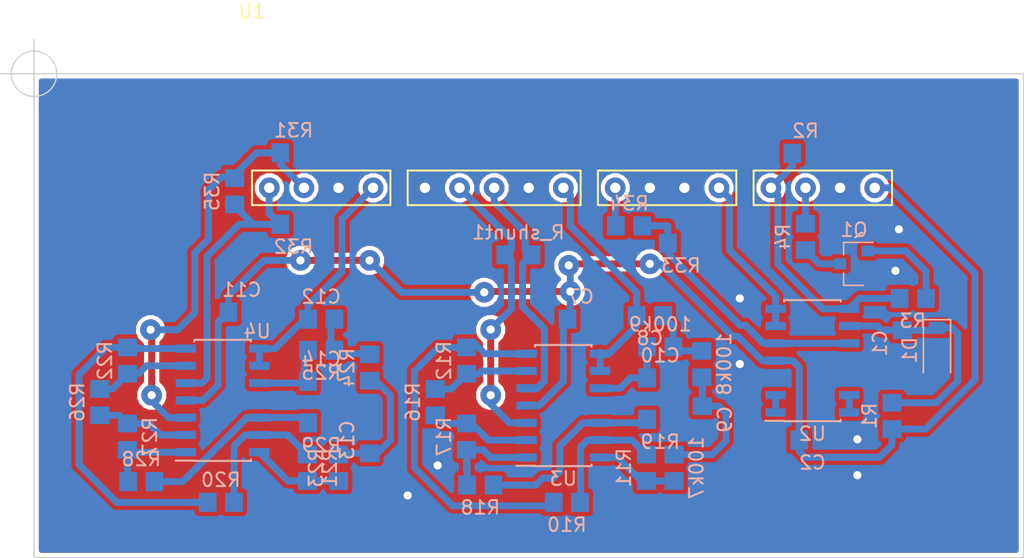
<source format=kicad_pcb>
(kicad_pcb (version 20171130) (host pcbnew "(5.0.0-rc2-dev-586-g888c43477)")

  (general
    (thickness 1.6)
    (drawings 5)
    (tracks 416)
    (zones 0)
    (modules 46)
    (nets 40)
  )

  (page A4)
  (layers
    (0 F.Cu signal)
    (31 B.Cu signal)
    (32 B.Adhes user hide)
    (33 F.Adhes user)
    (34 B.Paste user hide)
    (35 F.Paste user hide)
    (36 B.SilkS user hide)
    (37 F.SilkS user)
    (38 B.Mask user hide)
    (39 F.Mask user)
    (40 Dwgs.User user hide)
    (41 Cmts.User user hide)
    (42 Eco1.User user hide)
    (43 Eco2.User user hide)
    (44 Edge.Cuts user)
    (45 Margin user hide)
    (46 B.CrtYd user)
    (47 F.CrtYd user hide)
    (48 B.Fab user hide)
    (49 F.Fab user hide)
  )

  (setup
    (last_trace_width 0.508)
    (user_trace_width 0.635)
    (trace_clearance 0.3048)
    (zone_clearance 0.3048)
    (zone_45_only no)
    (trace_min 0.254)
    (segment_width 0.2)
    (edge_width 0.1)
    (via_size 1.524)
    (via_drill 0.6)
    (via_min_size 0.6)
    (via_min_drill 0.6)
    (user_via 1.524 0.6)
    (uvia_size 0.3)
    (uvia_drill 0.1)
    (uvias_allowed no)
    (uvia_min_size 0.2)
    (uvia_min_drill 0.1)
    (pcb_text_width 0.3)
    (pcb_text_size 1.5 1.5)
    (mod_edge_width 0.15)
    (mod_text_size 1 1)
    (mod_text_width 0.15)
    (pad_size 8 8)
    (pad_drill 4)
    (pad_to_mask_clearance 0)
    (aux_axis_origin 0 0)
    (visible_elements 7FFFFFFF)
    (pcbplotparams
      (layerselection 0x3ffff_ffffffff)
      (usegerberextensions false)
      (usegerberattributes false)
      (usegerberadvancedattributes false)
      (creategerberjobfile true)
      (excludeedgelayer true)
      (linewidth 0.100000)
      (plotframeref false)
      (viasonmask false)
      (mode 1)
      (useauxorigin false)
      (hpglpennumber 1)
      (hpglpenspeed 20)
      (hpglpendiameter 15)
      (psnegative false)
      (psa4output false)
      (plotreference true)
      (plotvalue true)
      (plotinvisibletext false)
      (padsonsilk false)
      (subtractmaskfromsilk false)
      (outputformat 1)
      (mirror false)
      (drillshape 0)
      (scaleselection 1)
      (outputdirectory GERBERS/))
  )

  (net 0 "")
  (net 1 "Net-(Q1-Pad3)")
  (net 2 GNDA)
  (net 3 "Net-(Q1-Pad1)")
  (net 4 "Net-(R22-Pad2)")
  (net 5 "Net-(R20-Pad2)")
  (net 6 "Net-(R26-Pad2)")
  (net 7 /+3.9V)
  (net 8 "Net-(R20-Pad1)")
  (net 9 "Net-(R21-Pad1)")
  (net 10 "Net-(C13-Pad2)")
  (net 11 "Net-(C12-Pad1)")
  (net 12 "Net-(R27-Pad1)")
  (net 13 "Net-(100k7-Pad2)")
  (net 14 "Net-(100k8-Pad2)")
  (net 15 "Net-(100k9-Pad2)")
  (net 16 "Net-(C14-Pad2)")
  (net 17 +5VA)
  (net 18 "Net-(U2-Pad13)")
  (net 19 "Net-(R16-Pad2)")
  (net 20 "Net-(R12-Pad2)")
  (net 21 "Net-(R10-Pad1)")
  (net 22 "Net-(R10-Pad2)")
  (net 23 "Net-(100k7-Pad1)")
  (net 24 "Net-(R17-Pad2)")
  (net 25 "Net-(R18-Pad2)")
  (net 26 "Net-(R28-Pad1)")
  (net 27 "Net-(U2-Pad1)")
  (net 28 /Vpanel_SIG)
  (net 29 /BatOVInterrupt)
  (net 30 /PWM)
  (net 31 /Ipanel_Ref)
  (net 32 /Ipanel_SIG)
  (net 33 /Vpanel_Ref)
  (net 34 "Net-(R33-Pad1)")
  (net 35 /Vbat_SIG_IN)
  (net 36 /Vpanel)
  (net 37 "Net-(U4-Pad4)")
  (net 38 /Ipanel)
  (net 39 /Vbat)

  (net_class Default "Esta é a classe de net default."
    (clearance 0.3048)
    (trace_width 0.508)
    (via_dia 1.524)
    (via_drill 0.6)
    (uvia_dia 0.3)
    (uvia_drill 0.1)
    (diff_pair_gap 0.508)
    (diff_pair_width 0.3048)
    (add_net +5VA)
    (add_net /+3.9V)
    (add_net /BatOVInterrupt)
    (add_net /Ipanel)
    (add_net /Ipanel_Ref)
    (add_net /Ipanel_SIG)
    (add_net /PWM)
    (add_net /Vbat)
    (add_net /Vbat_SIG_IN)
    (add_net /Vpanel)
    (add_net /Vpanel_Ref)
    (add_net /Vpanel_SIG)
    (add_net GNDA)
    (add_net "Net-(100k7-Pad1)")
    (add_net "Net-(100k7-Pad2)")
    (add_net "Net-(100k8-Pad2)")
    (add_net "Net-(100k9-Pad2)")
    (add_net "Net-(C12-Pad1)")
    (add_net "Net-(C13-Pad2)")
    (add_net "Net-(C14-Pad2)")
    (add_net "Net-(Q1-Pad1)")
    (add_net "Net-(Q1-Pad3)")
    (add_net "Net-(R10-Pad1)")
    (add_net "Net-(R10-Pad2)")
    (add_net "Net-(R12-Pad2)")
    (add_net "Net-(R16-Pad2)")
    (add_net "Net-(R17-Pad2)")
    (add_net "Net-(R18-Pad2)")
    (add_net "Net-(R20-Pad1)")
    (add_net "Net-(R20-Pad2)")
    (add_net "Net-(R21-Pad1)")
    (add_net "Net-(R22-Pad2)")
    (add_net "Net-(R26-Pad2)")
    (add_net "Net-(R27-Pad1)")
    (add_net "Net-(R28-Pad1)")
    (add_net "Net-(R33-Pad1)")
    (add_net "Net-(U2-Pad1)")
    (add_net "Net-(U2-Pad13)")
    (add_net "Net-(U4-Pad4)")
  )

  (module Resistor_SMD:R_0805_2012Metric_Pad1.29x1.40mm_HandSolder (layer B.Cu) (tedit 5AC5DB74) (tstamp 5B0B74A0)
    (at 31.496 23)
    (descr "Resistor SMD 0805 (2012 Metric), square (rectangular) end terminal, IPC_7351 nominal with elongated pad for handsoldering. (Body size source: http://www.tortai-tech.com/upload/download/2011102023233369053.pdf), generated with kicad-footprint-generator")
    (tags "resistor handsolder")
    (path /5B1AF618)
    (attr smd)
    (fp_text reference R32 (at 0 1.65) (layer B.SilkS)
      (effects (font (size 1 1) (thickness 0.15)) (justify mirror))
    )
    (fp_text value ?? (at 0 -1.65) (layer B.Fab)
      (effects (font (size 1 1) (thickness 0.15)) (justify mirror))
    )
    (fp_text user %R (at 0 0) (layer B.Fab)
      (effects (font (size 0.5 0.5) (thickness 0.08)) (justify mirror))
    )
    (fp_line (start 1.86 -0.95) (end -1.86 -0.95) (layer B.CrtYd) (width 0.05))
    (fp_line (start 1.86 0.95) (end 1.86 -0.95) (layer B.CrtYd) (width 0.05))
    (fp_line (start -1.86 0.95) (end 1.86 0.95) (layer B.CrtYd) (width 0.05))
    (fp_line (start -1.86 -0.95) (end -1.86 0.95) (layer B.CrtYd) (width 0.05))
    (fp_line (start 1 -0.6) (end -1 -0.6) (layer B.Fab) (width 0.1))
    (fp_line (start 1 0.6) (end 1 -0.6) (layer B.Fab) (width 0.1))
    (fp_line (start -1 0.6) (end 1 0.6) (layer B.Fab) (width 0.1))
    (fp_line (start -1 -0.6) (end -1 0.6) (layer B.Fab) (width 0.1))
    (pad 2 smd rect (at 0.9675 0) (size 1.295 1.4) (layers B.Cu B.Paste B.Mask)
      (net 2 GNDA))
    (pad 1 smd rect (at -0.9675 0) (size 1.295 1.4) (layers B.Cu B.Paste B.Mask)
      (net 33 /Vpanel_Ref))
    (model ${KISYS3DMOD}/Resistor_SMD.3dshapes/R_0805_2012Metric.wrl
      (at (xyz 0 0 0))
      (scale (xyz 1 1 1))
      (rotate (xyz 0 0 0))
    )
  )

  (module Package_TO_SOT_SMD:SOT-23 (layer B.Cu) (tedit 5A02FF57) (tstamp 5B23BFDC)
    (at 72.644 25.908 180)
    (descr "SOT-23, Standard")
    (tags SOT-23)
    (path /5AE42958)
    (attr smd)
    (fp_text reference Q1 (at 0 2.5 180) (layer B.SilkS)
      (effects (font (size 1 1) (thickness 0.15)) (justify mirror))
    )
    (fp_text value Q_NPN_Darlington_BEC (at 0 -2.5 180) (layer B.Fab)
      (effects (font (size 1 1) (thickness 0.15)) (justify mirror))
    )
    (fp_text user %R (at 0 0 90) (layer B.Fab)
      (effects (font (size 0.5 0.5) (thickness 0.075)) (justify mirror))
    )
    (fp_line (start -0.7 0.95) (end -0.7 -1.5) (layer B.Fab) (width 0.1))
    (fp_line (start -0.15 1.52) (end 0.7 1.52) (layer B.Fab) (width 0.1))
    (fp_line (start -0.7 0.95) (end -0.15 1.52) (layer B.Fab) (width 0.1))
    (fp_line (start 0.7 1.52) (end 0.7 -1.52) (layer B.Fab) (width 0.1))
    (fp_line (start -0.7 -1.52) (end 0.7 -1.52) (layer B.Fab) (width 0.1))
    (fp_line (start 0.76 -1.58) (end 0.76 -0.65) (layer B.SilkS) (width 0.12))
    (fp_line (start 0.76 1.58) (end 0.76 0.65) (layer B.SilkS) (width 0.12))
    (fp_line (start -1.7 1.75) (end 1.7 1.75) (layer B.CrtYd) (width 0.05))
    (fp_line (start 1.7 1.75) (end 1.7 -1.75) (layer B.CrtYd) (width 0.05))
    (fp_line (start 1.7 -1.75) (end -1.7 -1.75) (layer B.CrtYd) (width 0.05))
    (fp_line (start -1.7 -1.75) (end -1.7 1.75) (layer B.CrtYd) (width 0.05))
    (fp_line (start 0.76 1.58) (end -1.4 1.58) (layer B.SilkS) (width 0.12))
    (fp_line (start 0.76 -1.58) (end -0.7 -1.58) (layer B.SilkS) (width 0.12))
    (pad 1 smd rect (at -1 0.95 180) (size 0.9 0.8) (layers B.Cu B.Paste B.Mask)
      (net 3 "Net-(Q1-Pad1)"))
    (pad 2 smd rect (at -1 -0.95 180) (size 0.9 0.8) (layers B.Cu B.Paste B.Mask)
      (net 2 GNDA))
    (pad 3 smd rect (at 1 0 180) (size 0.9 0.8) (layers B.Cu B.Paste B.Mask)
      (net 1 "Net-(Q1-Pad3)"))
    (model ${KISYS3DMOD}/Package_TO_SOT_SMD.3dshapes/SOT-23.wrl
      (at (xyz 0 0 0))
      (scale (xyz 1 1 1))
      (rotate (xyz 0 0 0))
    )
  )

  (module MCCplaca:Signals (layer F.Cu) (tedit 5B0427B2) (tstamp 5B24ABDB)
    (at 28.448 7.62)
    (path /5B077C35)
    (fp_text reference U1 (at 0 -0.254) (layer F.SilkS)
      (effects (font (size 1 1) (thickness 0.15)))
    )
    (fp_text value Signals_MCC (at 0 -0.5) (layer F.Fab)
      (effects (font (size 1 1) (thickness 0.15)))
    )
    (fp_line (start 11.43 11.43) (end 11.43 13.97) (layer F.SilkS) (width 0.15))
    (fp_line (start 11.43 13.97) (end 24.13 13.97) (layer F.SilkS) (width 0.15))
    (fp_line (start 24.13 13.97) (end 24.13 11.684) (layer F.SilkS) (width 0.15))
    (fp_line (start 24.13 11.684) (end 24.13 11.43) (layer F.SilkS) (width 0.15))
    (fp_line (start 24.13 11.43) (end 11.43 11.43) (layer F.SilkS) (width 0.15))
    (fp_line (start 10.16 11.43) (end 10.16 13.97) (layer F.SilkS) (width 0.15))
    (fp_line (start 10.16 13.97) (end 0 13.97) (layer F.SilkS) (width 0.15))
    (fp_line (start 0 13.97) (end 0 11.43) (layer F.SilkS) (width 0.15))
    (fp_line (start 0 11.43) (end 10.16 11.43) (layer F.SilkS) (width 0.15))
    (fp_line (start 25.654 11.43) (end 25.4 11.43) (layer F.SilkS) (width 0.15))
    (fp_line (start 25.4 11.43) (end 25.4 13.97) (layer F.SilkS) (width 0.15))
    (fp_line (start 25.4 13.97) (end 35.56 13.97) (layer F.SilkS) (width 0.15))
    (fp_line (start 35.56 13.97) (end 35.56 11.43) (layer F.SilkS) (width 0.15))
    (fp_line (start 35.56 11.43) (end 25.4 11.43) (layer F.SilkS) (width 0.15))
    (fp_line (start 36.83 11.43) (end 36.83 13.97) (layer F.SilkS) (width 0.15))
    (fp_line (start 36.83 13.97) (end 46.99 13.97) (layer F.SilkS) (width 0.15))
    (fp_line (start 46.99 13.97) (end 46.99 11.43) (layer F.SilkS) (width 0.15))
    (fp_line (start 46.99 11.43) (end 36.83 11.43) (layer F.SilkS) (width 0.15))
    (pad 16 thru_hole circle (at 43.18 12.7) (size 1.524 1.524) (drill 0.762) (layers *.Cu *.Mask)
      (net 2 GNDA))
    (pad 15 thru_hole circle (at 40.64 12.7) (size 1.524 1.524) (drill 0.762) (layers *.Cu *.Mask)
      (net 30 /PWM))
    (pad 14 thru_hole circle (at 38.1 12.7) (size 1.524 1.524) (drill 0.762) (layers *.Cu *.Mask)
      (net 29 /BatOVInterrupt))
    (pad 13 thru_hole circle (at 34.29 12.7) (size 1.524 1.524) (drill 0.762) (layers *.Cu *.Mask)
      (net 39 /Vbat))
    (pad 12 thru_hole circle (at 31.75 12.7) (size 1.524 1.524) (drill 0.762) (layers *.Cu *.Mask)
      (net 2 GNDA))
    (pad 11 thru_hole circle (at 29.21 12.7) (size 1.524 1.524) (drill 0.762) (layers *.Cu *.Mask)
      (net 2 GNDA))
    (pad 10 thru_hole circle (at 26.67 12.7) (size 1.524 1.524) (drill 0.762) (layers *.Cu *.Mask)
      (net 35 /Vbat_SIG_IN))
    (pad 9 thru_hole circle (at 22.86 12.7) (size 1.524 1.524) (drill 0.762) (layers *.Cu *.Mask)
      (net 38 /Ipanel))
    (pad 8 thru_hole circle (at 20.32 12.7) (size 1.524 1.524) (drill 0.762) (layers *.Cu *.Mask)
      (net 2 GNDA))
    (pad 7 thru_hole circle (at 17.78 12.7) (size 1.524 1.524) (drill 0.762) (layers *.Cu *.Mask)
      (net 31 /Ipanel_Ref))
    (pad 6 thru_hole circle (at 15.24 12.7) (size 1.524 1.524) (drill 0.762) (layers *.Cu *.Mask)
      (net 32 /Ipanel_SIG))
    (pad 5 thru_hole circle (at 12.7 12.7) (size 1.524 1.524) (drill 0.762) (layers *.Cu *.Mask)
      (net 2 GNDA))
    (pad 4 thru_hole circle (at 8.89 12.7) (size 1.524 1.524) (drill 0.762) (layers *.Cu *.Mask)
      (net 36 /Vpanel))
    (pad 3 thru_hole circle (at 6.35 12.7) (size 1.524 1.524) (drill 0.762) (layers *.Cu *.Mask)
      (net 2 GNDA))
    (pad 2 thru_hole circle (at 3.81 12.7) (size 1.524 1.524) (drill 0.762) (layers *.Cu *.Mask)
      (net 28 /Vpanel_SIG))
    (pad 1 thru_hole circle (at 1.27 12.7) (size 1.524 1.524) (drill 0.762) (layers *.Cu *.Mask)
      (net 33 /Vpanel_Ref))
    (pad 17 thru_hole circle (at 45.72 12.7) (size 1.524 1.524) (drill 0.762) (layers *.Cu *.Mask)
      (net 17 +5VA))
  )

  (module Resistor_SMD:R_0805_2012Metric_Pad1.29x1.40mm_HandSolder (layer B.Cu) (tedit 5AC5DB74) (tstamp 5B23BE0E)
    (at 45.212 42.164)
    (descr "Resistor SMD 0805 (2012 Metric), square (rectangular) end terminal, IPC_7351 nominal with elongated pad for handsoldering. (Body size source: http://www.tortai-tech.com/upload/download/2011102023233369053.pdf), generated with kicad-footprint-generator")
    (tags "resistor handsolder")
    (path /5AEB94AE)
    (attr smd)
    (fp_text reference R18 (at 0 1.65) (layer B.SilkS)
      (effects (font (size 1 1) (thickness 0.15)) (justify mirror))
    )
    (fp_text value 100k (at 0 -1.65) (layer B.Fab)
      (effects (font (size 1 1) (thickness 0.15)) (justify mirror))
    )
    (fp_text user %R (at 0 0) (layer B.Fab)
      (effects (font (size 0.5 0.5) (thickness 0.08)) (justify mirror))
    )
    (fp_line (start 1.86 -0.95) (end -1.86 -0.95) (layer B.CrtYd) (width 0.05))
    (fp_line (start 1.86 0.95) (end 1.86 -0.95) (layer B.CrtYd) (width 0.05))
    (fp_line (start -1.86 0.95) (end 1.86 0.95) (layer B.CrtYd) (width 0.05))
    (fp_line (start -1.86 -0.95) (end -1.86 0.95) (layer B.CrtYd) (width 0.05))
    (fp_line (start 1 -0.6) (end -1 -0.6) (layer B.Fab) (width 0.1))
    (fp_line (start 1 0.6) (end 1 -0.6) (layer B.Fab) (width 0.1))
    (fp_line (start -1 0.6) (end 1 0.6) (layer B.Fab) (width 0.1))
    (fp_line (start -1 -0.6) (end -1 0.6) (layer B.Fab) (width 0.1))
    (pad 2 smd rect (at 0.9675 0) (size 1.295 1.4) (layers B.Cu B.Paste B.Mask)
      (net 25 "Net-(R18-Pad2)"))
    (pad 1 smd rect (at -0.9675 0) (size 1.295 1.4) (layers B.Cu B.Paste B.Mask)
      (net 24 "Net-(R17-Pad2)"))
    (model ${KISYS3DMOD}/Resistor_SMD.3dshapes/R_0805_2012Metric.wrl
      (at (xyz 0 0 0))
      (scale (xyz 1 1 1))
      (rotate (xyz 0 0 0))
    )
  )

  (module Capacitor_SMD:C_0805_2012Metric_Pad1.29x1.40mm_HandSolder (layer B.Cu) (tedit 5AC5DB74) (tstamp 5B23C19E)
    (at 33.528 34.544 180)
    (descr "Capacitor SMD 0805 (2012 Metric), square (rectangular) end terminal, IPC_7351 nominal with elongated pad for handsoldering. (Body size source: http://www.tortai-tech.com/upload/download/2011102023233369053.pdf), generated with kicad-footprint-generator")
    (tags "capacitor handsolder")
    (path /5B052552)
    (attr smd)
    (fp_text reference C14 (at 0 1.65 180) (layer B.SilkS)
      (effects (font (size 1 1) (thickness 0.15)) (justify mirror))
    )
    (fp_text value 47p (at 0 -1.65 180) (layer B.Fab)
      (effects (font (size 1 1) (thickness 0.15)) (justify mirror))
    )
    (fp_text user %R (at 0 0 180) (layer B.Fab)
      (effects (font (size 0.5 0.5) (thickness 0.08)) (justify mirror))
    )
    (fp_line (start 1.86 -0.95) (end -1.86 -0.95) (layer B.CrtYd) (width 0.05))
    (fp_line (start 1.86 0.95) (end 1.86 -0.95) (layer B.CrtYd) (width 0.05))
    (fp_line (start -1.86 0.95) (end 1.86 0.95) (layer B.CrtYd) (width 0.05))
    (fp_line (start -1.86 -0.95) (end -1.86 0.95) (layer B.CrtYd) (width 0.05))
    (fp_line (start 1 -0.6) (end -1 -0.6) (layer B.Fab) (width 0.1))
    (fp_line (start 1 0.6) (end 1 -0.6) (layer B.Fab) (width 0.1))
    (fp_line (start -1 0.6) (end 1 0.6) (layer B.Fab) (width 0.1))
    (fp_line (start -1 -0.6) (end -1 0.6) (layer B.Fab) (width 0.1))
    (pad 2 smd rect (at 0.9675 0 180) (size 1.295 1.4) (layers B.Cu B.Paste B.Mask)
      (net 16 "Net-(C14-Pad2)"))
    (pad 1 smd rect (at -0.9675 0 180) (size 1.295 1.4) (layers B.Cu B.Paste B.Mask)
      (net 2 GNDA))
    (model ${KISYS3DMOD}/Capacitor_SMD.3dshapes/C_0805_2012Metric.wrl
      (at (xyz 0 0 0))
      (scale (xyz 1 1 1))
      (rotate (xyz 0 0 0))
    )
  )

  (module Capacitor_SMD:C_0805_2012Metric_Pad1.29x1.40mm_HandSolder (layer B.Cu) (tedit 5AC5DB74) (tstamp 5B23C190)
    (at 37.084 38.862 270)
    (descr "Capacitor SMD 0805 (2012 Metric), square (rectangular) end terminal, IPC_7351 nominal with elongated pad for handsoldering. (Body size source: http://www.tortai-tech.com/upload/download/2011102023233369053.pdf), generated with kicad-footprint-generator")
    (tags "capacitor handsolder")
    (path /5B05201A)
    (attr smd)
    (fp_text reference C13 (at 0 1.65 270) (layer B.SilkS)
      (effects (font (size 1 1) (thickness 0.15)) (justify mirror))
    )
    (fp_text value 330p (at 0 -1.65 270) (layer B.Fab)
      (effects (font (size 1 1) (thickness 0.15)) (justify mirror))
    )
    (fp_line (start -1 -0.6) (end -1 0.6) (layer B.Fab) (width 0.1))
    (fp_line (start -1 0.6) (end 1 0.6) (layer B.Fab) (width 0.1))
    (fp_line (start 1 0.6) (end 1 -0.6) (layer B.Fab) (width 0.1))
    (fp_line (start 1 -0.6) (end -1 -0.6) (layer B.Fab) (width 0.1))
    (fp_line (start -1.86 -0.95) (end -1.86 0.95) (layer B.CrtYd) (width 0.05))
    (fp_line (start -1.86 0.95) (end 1.86 0.95) (layer B.CrtYd) (width 0.05))
    (fp_line (start 1.86 0.95) (end 1.86 -0.95) (layer B.CrtYd) (width 0.05))
    (fp_line (start 1.86 -0.95) (end -1.86 -0.95) (layer B.CrtYd) (width 0.05))
    (fp_text user %R (at 0 0 270) (layer B.Fab)
      (effects (font (size 0.5 0.5) (thickness 0.08)) (justify mirror))
    )
    (pad 1 smd rect (at -0.9675 0 270) (size 1.295 1.4) (layers B.Cu B.Paste B.Mask)
      (net 2 GNDA))
    (pad 2 smd rect (at 0.9675 0 270) (size 1.295 1.4) (layers B.Cu B.Paste B.Mask)
      (net 10 "Net-(C13-Pad2)"))
    (model ${KISYS3DMOD}/Capacitor_SMD.3dshapes/C_0805_2012Metric.wrl
      (at (xyz 0 0 0))
      (scale (xyz 1 1 1))
      (rotate (xyz 0 0 0))
    )
  )

  (module Capacitor_SMD:C_0805_2012Metric_Pad1.29x1.40mm_HandSolder (layer B.Cu) (tedit 5AC5DB74) (tstamp 5B23D1CE)
    (at 33.528 29.972 180)
    (descr "Capacitor SMD 0805 (2012 Metric), square (rectangular) end terminal, IPC_7351 nominal with elongated pad for handsoldering. (Body size source: http://www.tortai-tech.com/upload/download/2011102023233369053.pdf), generated with kicad-footprint-generator")
    (tags "capacitor handsolder")
    (path /5B06E234)
    (attr smd)
    (fp_text reference C12 (at 0 1.65 180) (layer B.SilkS)
      (effects (font (size 1 1) (thickness 0.15)) (justify mirror))
    )
    (fp_text value 330p (at 0 -1.65 180) (layer B.Fab)
      (effects (font (size 1 1) (thickness 0.15)) (justify mirror))
    )
    (fp_text user %R (at 0 0 180) (layer B.Fab)
      (effects (font (size 0.5 0.5) (thickness 0.08)) (justify mirror))
    )
    (fp_line (start 1.86 -0.95) (end -1.86 -0.95) (layer B.CrtYd) (width 0.05))
    (fp_line (start 1.86 0.95) (end 1.86 -0.95) (layer B.CrtYd) (width 0.05))
    (fp_line (start -1.86 0.95) (end 1.86 0.95) (layer B.CrtYd) (width 0.05))
    (fp_line (start -1.86 -0.95) (end -1.86 0.95) (layer B.CrtYd) (width 0.05))
    (fp_line (start 1 -0.6) (end -1 -0.6) (layer B.Fab) (width 0.1))
    (fp_line (start 1 0.6) (end 1 -0.6) (layer B.Fab) (width 0.1))
    (fp_line (start -1 0.6) (end 1 0.6) (layer B.Fab) (width 0.1))
    (fp_line (start -1 -0.6) (end -1 0.6) (layer B.Fab) (width 0.1))
    (pad 2 smd rect (at 0.9675 0 180) (size 1.295 1.4) (layers B.Cu B.Paste B.Mask)
      (net 36 /Vpanel))
    (pad 1 smd rect (at -0.9675 0 180) (size 1.295 1.4) (layers B.Cu B.Paste B.Mask)
      (net 11 "Net-(C12-Pad1)"))
    (model ${KISYS3DMOD}/Capacitor_SMD.3dshapes/C_0805_2012Metric.wrl
      (at (xyz 0 0 0))
      (scale (xyz 1 1 1))
      (rotate (xyz 0 0 0))
    )
  )

  (module Capacitor_SMD:C_0805_2012Metric_Pad1.29x1.40mm_HandSolder (layer B.Cu) (tedit 5AC5DB74) (tstamp 5B23C174)
    (at 27.686 29.464 180)
    (descr "Capacitor SMD 0805 (2012 Metric), square (rectangular) end terminal, IPC_7351 nominal with elongated pad for handsoldering. (Body size source: http://www.tortai-tech.com/upload/download/2011102023233369053.pdf), generated with kicad-footprint-generator")
    (tags "capacitor handsolder")
    (path /5B028733)
    (attr smd)
    (fp_text reference C11 (at 0 1.65 180) (layer B.SilkS)
      (effects (font (size 1 1) (thickness 0.15)) (justify mirror))
    )
    (fp_text value 100nF (at 0 -1.65 180) (layer B.Fab)
      (effects (font (size 1 1) (thickness 0.15)) (justify mirror))
    )
    (fp_line (start -1 -0.6) (end -1 0.6) (layer B.Fab) (width 0.1))
    (fp_line (start -1 0.6) (end 1 0.6) (layer B.Fab) (width 0.1))
    (fp_line (start 1 0.6) (end 1 -0.6) (layer B.Fab) (width 0.1))
    (fp_line (start 1 -0.6) (end -1 -0.6) (layer B.Fab) (width 0.1))
    (fp_line (start -1.86 -0.95) (end -1.86 0.95) (layer B.CrtYd) (width 0.05))
    (fp_line (start -1.86 0.95) (end 1.86 0.95) (layer B.CrtYd) (width 0.05))
    (fp_line (start 1.86 0.95) (end 1.86 -0.95) (layer B.CrtYd) (width 0.05))
    (fp_line (start 1.86 -0.95) (end -1.86 -0.95) (layer B.CrtYd) (width 0.05))
    (fp_text user %R (at 0 0 180) (layer B.Fab)
      (effects (font (size 0.5 0.5) (thickness 0.08)) (justify mirror))
    )
    (pad 1 smd rect (at -0.9675 0 180) (size 1.295 1.4) (layers B.Cu B.Paste B.Mask)
      (net 2 GNDA))
    (pad 2 smd rect (at 0.9675 0 180) (size 1.295 1.4) (layers B.Cu B.Paste B.Mask)
      (net 17 +5VA))
    (model ${KISYS3DMOD}/Capacitor_SMD.3dshapes/C_0805_2012Metric.wrl
      (at (xyz 0 0 0))
      (scale (xyz 1 1 1))
      (rotate (xyz 0 0 0))
    )
  )

  (module Capacitor_SMD:C_0805_2012Metric_Pad1.29x1.40mm_HandSolder (layer B.Cu) (tedit 5AC5DB74) (tstamp 5B23C166)
    (at 76.2 31.75 270)
    (descr "Capacitor SMD 0805 (2012 Metric), square (rectangular) end terminal, IPC_7351 nominal with elongated pad for handsoldering. (Body size source: http://www.tortai-tech.com/upload/download/2011102023233369053.pdf), generated with kicad-footprint-generator")
    (tags "capacitor handsolder")
    (path /5AE3D07C)
    (attr smd)
    (fp_text reference C1 (at 0 1.65 270) (layer B.SilkS)
      (effects (font (size 1 1) (thickness 0.15)) (justify mirror))
    )
    (fp_text value C_Small (at 0 -1.65 270) (layer B.Fab)
      (effects (font (size 1 1) (thickness 0.15)) (justify mirror))
    )
    (fp_text user %R (at 0 0 270) (layer B.Fab)
      (effects (font (size 0.5 0.5) (thickness 0.08)) (justify mirror))
    )
    (fp_line (start 1.86 -0.95) (end -1.86 -0.95) (layer B.CrtYd) (width 0.05))
    (fp_line (start 1.86 0.95) (end 1.86 -0.95) (layer B.CrtYd) (width 0.05))
    (fp_line (start -1.86 0.95) (end 1.86 0.95) (layer B.CrtYd) (width 0.05))
    (fp_line (start -1.86 -0.95) (end -1.86 0.95) (layer B.CrtYd) (width 0.05))
    (fp_line (start 1 -0.6) (end -1 -0.6) (layer B.Fab) (width 0.1))
    (fp_line (start 1 0.6) (end 1 -0.6) (layer B.Fab) (width 0.1))
    (fp_line (start -1 0.6) (end 1 0.6) (layer B.Fab) (width 0.1))
    (fp_line (start -1 -0.6) (end -1 0.6) (layer B.Fab) (width 0.1))
    (pad 2 smd rect (at 0.9675 0 270) (size 1.295 1.4) (layers B.Cu B.Paste B.Mask)
      (net 2 GNDA))
    (pad 1 smd rect (at -0.9675 0 270) (size 1.295 1.4) (layers B.Cu B.Paste B.Mask)
      (net 7 /+3.9V))
    (model ${KISYS3DMOD}/Capacitor_SMD.3dshapes/C_0805_2012Metric.wrl
      (at (xyz 0 0 0))
      (scale (xyz 1 1 1))
      (rotate (xyz 0 0 0))
    )
  )

  (module Capacitor_SMD:C_0805_2012Metric_Pad1.29x1.40mm_HandSolder (layer B.Cu) (tedit 5AC5DB74) (tstamp 5B23C158)
    (at 69.596 38.862)
    (descr "Capacitor SMD 0805 (2012 Metric), square (rectangular) end terminal, IPC_7351 nominal with elongated pad for handsoldering. (Body size source: http://www.tortai-tech.com/upload/download/2011102023233369053.pdf), generated with kicad-footprint-generator")
    (tags "capacitor handsolder")
    (path /5AE416CD)
    (attr smd)
    (fp_text reference C2 (at 0 1.65) (layer B.SilkS)
      (effects (font (size 1 1) (thickness 0.15)) (justify mirror))
    )
    (fp_text value C_Small (at 0 -1.65) (layer B.Fab)
      (effects (font (size 1 1) (thickness 0.15)) (justify mirror))
    )
    (fp_line (start -1 -0.6) (end -1 0.6) (layer B.Fab) (width 0.1))
    (fp_line (start -1 0.6) (end 1 0.6) (layer B.Fab) (width 0.1))
    (fp_line (start 1 0.6) (end 1 -0.6) (layer B.Fab) (width 0.1))
    (fp_line (start 1 -0.6) (end -1 -0.6) (layer B.Fab) (width 0.1))
    (fp_line (start -1.86 -0.95) (end -1.86 0.95) (layer B.CrtYd) (width 0.05))
    (fp_line (start -1.86 0.95) (end 1.86 0.95) (layer B.CrtYd) (width 0.05))
    (fp_line (start 1.86 0.95) (end 1.86 -0.95) (layer B.CrtYd) (width 0.05))
    (fp_line (start 1.86 -0.95) (end -1.86 -0.95) (layer B.CrtYd) (width 0.05))
    (fp_text user %R (at 0 0) (layer B.Fab)
      (effects (font (size 0.5 0.5) (thickness 0.08)) (justify mirror))
    )
    (pad 1 smd rect (at -0.9675 0) (size 1.295 1.4) (layers B.Cu B.Paste B.Mask)
      (net 17 +5VA))
    (pad 2 smd rect (at 0.9675 0) (size 1.295 1.4) (layers B.Cu B.Paste B.Mask)
      (net 2 GNDA))
    (model ${KISYS3DMOD}/Capacitor_SMD.3dshapes/C_0805_2012Metric.wrl
      (at (xyz 0 0 0))
      (scale (xyz 1 1 1))
      (rotate (xyz 0 0 0))
    )
  )

  (module Capacitor_SMD:C_0805_2012Metric_Pad1.29x1.40mm_HandSolder (layer B.Cu) (tedit 5AC5DB74) (tstamp 5B23C14A)
    (at 52.578 29.972 180)
    (descr "Capacitor SMD 0805 (2012 Metric), square (rectangular) end terminal, IPC_7351 nominal with elongated pad for handsoldering. (Body size source: http://www.tortai-tech.com/upload/download/2011102023233369053.pdf), generated with kicad-footprint-generator")
    (tags "capacitor handsolder")
    (path /5AEDC0BB)
    (attr smd)
    (fp_text reference C7 (at 0 1.65 180) (layer B.SilkS)
      (effects (font (size 1 1) (thickness 0.15)) (justify mirror))
    )
    (fp_text value 100nF (at 0 -1.65 180) (layer B.Fab)
      (effects (font (size 1 1) (thickness 0.15)) (justify mirror))
    )
    (fp_text user %R (at 0 0 180) (layer B.Fab)
      (effects (font (size 0.5 0.5) (thickness 0.08)) (justify mirror))
    )
    (fp_line (start 1.86 -0.95) (end -1.86 -0.95) (layer B.CrtYd) (width 0.05))
    (fp_line (start 1.86 0.95) (end 1.86 -0.95) (layer B.CrtYd) (width 0.05))
    (fp_line (start -1.86 0.95) (end 1.86 0.95) (layer B.CrtYd) (width 0.05))
    (fp_line (start -1.86 -0.95) (end -1.86 0.95) (layer B.CrtYd) (width 0.05))
    (fp_line (start 1 -0.6) (end -1 -0.6) (layer B.Fab) (width 0.1))
    (fp_line (start 1 0.6) (end 1 -0.6) (layer B.Fab) (width 0.1))
    (fp_line (start -1 0.6) (end 1 0.6) (layer B.Fab) (width 0.1))
    (fp_line (start -1 -0.6) (end -1 0.6) (layer B.Fab) (width 0.1))
    (pad 2 smd rect (at 0.9675 0 180) (size 1.295 1.4) (layers B.Cu B.Paste B.Mask)
      (net 17 +5VA))
    (pad 1 smd rect (at -0.9675 0 180) (size 1.295 1.4) (layers B.Cu B.Paste B.Mask)
      (net 2 GNDA))
    (model ${KISYS3DMOD}/Capacitor_SMD.3dshapes/C_0805_2012Metric.wrl
      (at (xyz 0 0 0))
      (scale (xyz 1 1 1))
      (rotate (xyz 0 0 0))
    )
  )

  (module Capacitor_SMD:C_0805_2012Metric_Pad1.29x1.40mm_HandSolder (layer B.Cu) (tedit 5AC5DB74) (tstamp 5B23C13C)
    (at 57.658 29.718)
    (descr "Capacitor SMD 0805 (2012 Metric), square (rectangular) end terminal, IPC_7351 nominal with elongated pad for handsoldering. (Body size source: http://www.tortai-tech.com/upload/download/2011102023233369053.pdf), generated with kicad-footprint-generator")
    (tags "capacitor handsolder")
    (path /5AEFF48E)
    (attr smd)
    (fp_text reference C8 (at 0 1.65) (layer B.SilkS)
      (effects (font (size 1 1) (thickness 0.15)) (justify mirror))
    )
    (fp_text value 330p (at 0 -1.65) (layer B.Fab)
      (effects (font (size 1 1) (thickness 0.15)) (justify mirror))
    )
    (fp_text user %R (at 0 0) (layer B.Fab)
      (effects (font (size 0.5 0.5) (thickness 0.08)) (justify mirror))
    )
    (fp_line (start 1.86 -0.95) (end -1.86 -0.95) (layer B.CrtYd) (width 0.05))
    (fp_line (start 1.86 0.95) (end 1.86 -0.95) (layer B.CrtYd) (width 0.05))
    (fp_line (start -1.86 0.95) (end 1.86 0.95) (layer B.CrtYd) (width 0.05))
    (fp_line (start -1.86 -0.95) (end -1.86 0.95) (layer B.CrtYd) (width 0.05))
    (fp_line (start 1 -0.6) (end -1 -0.6) (layer B.Fab) (width 0.1))
    (fp_line (start 1 0.6) (end 1 -0.6) (layer B.Fab) (width 0.1))
    (fp_line (start -1 0.6) (end 1 0.6) (layer B.Fab) (width 0.1))
    (fp_line (start -1 -0.6) (end -1 0.6) (layer B.Fab) (width 0.1))
    (pad 2 smd rect (at 0.9675 0) (size 1.295 1.4) (layers B.Cu B.Paste B.Mask)
      (net 14 "Net-(100k8-Pad2)"))
    (pad 1 smd rect (at -0.9675 0) (size 1.295 1.4) (layers B.Cu B.Paste B.Mask)
      (net 38 /Ipanel))
    (model ${KISYS3DMOD}/Capacitor_SMD.3dshapes/C_0805_2012Metric.wrl
      (at (xyz 0 0 0))
      (scale (xyz 1 1 1))
      (rotate (xyz 0 0 0))
    )
  )

  (module Capacitor_SMD:C_0805_2012Metric_Pad1.29x1.40mm_HandSolder (layer B.Cu) (tedit 5AC5DB74) (tstamp 5B23C12E)
    (at 61.5165 37.338 90)
    (descr "Capacitor SMD 0805 (2012 Metric), square (rectangular) end terminal, IPC_7351 nominal with elongated pad for handsoldering. (Body size source: http://www.tortai-tech.com/upload/download/2011102023233369053.pdf), generated with kicad-footprint-generator")
    (tags "capacitor handsolder")
    (path /5AEEF5C8)
    (attr smd)
    (fp_text reference C9 (at 0 1.65 90) (layer B.SilkS)
      (effects (font (size 1 1) (thickness 0.15)) (justify mirror))
    )
    (fp_text value 330p (at 0 -1.65 90) (layer B.Fab)
      (effects (font (size 1 1) (thickness 0.15)) (justify mirror))
    )
    (fp_text user %R (at 0 0 90) (layer B.Fab)
      (effects (font (size 0.5 0.5) (thickness 0.08)) (justify mirror))
    )
    (fp_line (start 1.86 -0.95) (end -1.86 -0.95) (layer B.CrtYd) (width 0.05))
    (fp_line (start 1.86 0.95) (end 1.86 -0.95) (layer B.CrtYd) (width 0.05))
    (fp_line (start -1.86 0.95) (end 1.86 0.95) (layer B.CrtYd) (width 0.05))
    (fp_line (start -1.86 -0.95) (end -1.86 0.95) (layer B.CrtYd) (width 0.05))
    (fp_line (start 1 -0.6) (end -1 -0.6) (layer B.Fab) (width 0.1))
    (fp_line (start 1 0.6) (end 1 -0.6) (layer B.Fab) (width 0.1))
    (fp_line (start -1 0.6) (end 1 0.6) (layer B.Fab) (width 0.1))
    (fp_line (start -1 -0.6) (end -1 0.6) (layer B.Fab) (width 0.1))
    (pad 2 smd rect (at 0.9675 0 90) (size 1.295 1.4) (layers B.Cu B.Paste B.Mask)
      (net 13 "Net-(100k7-Pad2)"))
    (pad 1 smd rect (at -0.9675 0 90) (size 1.295 1.4) (layers B.Cu B.Paste B.Mask)
      (net 2 GNDA))
    (model ${KISYS3DMOD}/Capacitor_SMD.3dshapes/C_0805_2012Metric.wrl
      (at (xyz 0 0 0))
      (scale (xyz 1 1 1))
      (rotate (xyz 0 0 0))
    )
  )

  (module Capacitor_SMD:C_0805_2012Metric_Pad1.29x1.40mm_HandSolder (layer B.Cu) (tedit 5AC5DB74) (tstamp 5B23C120)
    (at 58.42 34.29 180)
    (descr "Capacitor SMD 0805 (2012 Metric), square (rectangular) end terminal, IPC_7351 nominal with elongated pad for handsoldering. (Body size source: http://www.tortai-tech.com/upload/download/2011102023233369053.pdf), generated with kicad-footprint-generator")
    (tags "capacitor handsolder")
    (path /5AEF56A2)
    (attr smd)
    (fp_text reference C10 (at 0 1.65 180) (layer B.SilkS)
      (effects (font (size 1 1) (thickness 0.15)) (justify mirror))
    )
    (fp_text value 47p (at 0 -1.65 180) (layer B.Fab)
      (effects (font (size 1 1) (thickness 0.15)) (justify mirror))
    )
    (fp_line (start -1 -0.6) (end -1 0.6) (layer B.Fab) (width 0.1))
    (fp_line (start -1 0.6) (end 1 0.6) (layer B.Fab) (width 0.1))
    (fp_line (start 1 0.6) (end 1 -0.6) (layer B.Fab) (width 0.1))
    (fp_line (start 1 -0.6) (end -1 -0.6) (layer B.Fab) (width 0.1))
    (fp_line (start -1.86 -0.95) (end -1.86 0.95) (layer B.CrtYd) (width 0.05))
    (fp_line (start -1.86 0.95) (end 1.86 0.95) (layer B.CrtYd) (width 0.05))
    (fp_line (start 1.86 0.95) (end 1.86 -0.95) (layer B.CrtYd) (width 0.05))
    (fp_line (start 1.86 -0.95) (end -1.86 -0.95) (layer B.CrtYd) (width 0.05))
    (fp_text user %R (at 0 0 180) (layer B.Fab)
      (effects (font (size 0.5 0.5) (thickness 0.08)) (justify mirror))
    )
    (pad 1 smd rect (at -0.9675 0 180) (size 1.295 1.4) (layers B.Cu B.Paste B.Mask)
      (net 2 GNDA))
    (pad 2 smd rect (at 0.9675 0 180) (size 1.295 1.4) (layers B.Cu B.Paste B.Mask)
      (net 15 "Net-(100k9-Pad2)"))
    (model ${KISYS3DMOD}/Capacitor_SMD.3dshapes/C_0805_2012Metric.wrl
      (at (xyz 0 0 0))
      (scale (xyz 1 1 1))
      (rotate (xyz 0 0 0))
    )
  )

  (module Diode_SMD:D_SOD-123 (layer B.Cu) (tedit 58645DC7) (tstamp 5B23C0BC)
    (at 78.74 32.258 270)
    (descr SOD-123)
    (tags SOD-123)
    (path /5AE3CBB9)
    (attr smd)
    (fp_text reference D1 (at 0 2 270) (layer B.SilkS)
      (effects (font (size 1 1) (thickness 0.15)) (justify mirror))
    )
    (fp_text value MMSZ5230BT1 (at 0 -2.1 270) (layer B.Fab)
      (effects (font (size 1 1) (thickness 0.15)) (justify mirror))
    )
    (fp_text user %R (at 0 2 270) (layer B.Fab)
      (effects (font (size 1 1) (thickness 0.15)) (justify mirror))
    )
    (fp_line (start -2.25 1) (end -2.25 -1) (layer B.SilkS) (width 0.12))
    (fp_line (start 0.25 0) (end 0.75 0) (layer B.Fab) (width 0.1))
    (fp_line (start 0.25 -0.4) (end -0.35 0) (layer B.Fab) (width 0.1))
    (fp_line (start 0.25 0.4) (end 0.25 -0.4) (layer B.Fab) (width 0.1))
    (fp_line (start -0.35 0) (end 0.25 0.4) (layer B.Fab) (width 0.1))
    (fp_line (start -0.35 0) (end -0.35 -0.55) (layer B.Fab) (width 0.1))
    (fp_line (start -0.35 0) (end -0.35 0.55) (layer B.Fab) (width 0.1))
    (fp_line (start -0.75 0) (end -0.35 0) (layer B.Fab) (width 0.1))
    (fp_line (start -1.4 -0.9) (end -1.4 0.9) (layer B.Fab) (width 0.1))
    (fp_line (start 1.4 -0.9) (end -1.4 -0.9) (layer B.Fab) (width 0.1))
    (fp_line (start 1.4 0.9) (end 1.4 -0.9) (layer B.Fab) (width 0.1))
    (fp_line (start -1.4 0.9) (end 1.4 0.9) (layer B.Fab) (width 0.1))
    (fp_line (start -2.35 1.15) (end 2.35 1.15) (layer B.CrtYd) (width 0.05))
    (fp_line (start 2.35 1.15) (end 2.35 -1.15) (layer B.CrtYd) (width 0.05))
    (fp_line (start 2.35 -1.15) (end -2.35 -1.15) (layer B.CrtYd) (width 0.05))
    (fp_line (start -2.35 1.15) (end -2.35 -1.15) (layer B.CrtYd) (width 0.05))
    (fp_line (start -2.25 -1) (end 1.65 -1) (layer B.SilkS) (width 0.12))
    (fp_line (start -2.25 1) (end 1.65 1) (layer B.SilkS) (width 0.12))
    (pad 1 smd rect (at -1.65 0 270) (size 0.9 1.2) (layers B.Cu B.Paste B.Mask)
      (net 7 /+3.9V))
    (pad 2 smd rect (at 1.65 0 270) (size 0.9 1.2) (layers B.Cu B.Paste B.Mask)
      (net 2 GNDA))
    (model ${KISYS3DMOD}/Diode_SMD.3dshapes/D_SOD-123.wrl
      (at (xyz 0 0 0))
      (scale (xyz 1 1 1))
      (rotate (xyz 0 0 0))
    )
  )

  (module Resistor_SMD:R_0805_2012Metric_Pad1.29x1.40mm_HandSolder (layer B.Cu) (tedit 5AC5DB74) (tstamp 5B23BFB2)
    (at 41.91 36.068 270)
    (descr "Resistor SMD 0805 (2012 Metric), square (rectangular) end terminal, IPC_7351 nominal with elongated pad for handsoldering. (Body size source: http://www.tortai-tech.com/upload/download/2011102023233369053.pdf), generated with kicad-footprint-generator")
    (tags "resistor handsolder")
    (path /5AEBC720)
    (attr smd)
    (fp_text reference R16 (at 0 1.65 270) (layer B.SilkS)
      (effects (font (size 1 1) (thickness 0.15)) (justify mirror))
    )
    (fp_text value 100k (at 0 -1.65 270) (layer B.Fab)
      (effects (font (size 1 1) (thickness 0.15)) (justify mirror))
    )
    (fp_text user %R (at 0 0 270) (layer B.Fab)
      (effects (font (size 0.5 0.5) (thickness 0.08)) (justify mirror))
    )
    (fp_line (start 1.86 -0.95) (end -1.86 -0.95) (layer B.CrtYd) (width 0.05))
    (fp_line (start 1.86 0.95) (end 1.86 -0.95) (layer B.CrtYd) (width 0.05))
    (fp_line (start -1.86 0.95) (end 1.86 0.95) (layer B.CrtYd) (width 0.05))
    (fp_line (start -1.86 -0.95) (end -1.86 0.95) (layer B.CrtYd) (width 0.05))
    (fp_line (start 1 -0.6) (end -1 -0.6) (layer B.Fab) (width 0.1))
    (fp_line (start 1 0.6) (end 1 -0.6) (layer B.Fab) (width 0.1))
    (fp_line (start -1 0.6) (end 1 0.6) (layer B.Fab) (width 0.1))
    (fp_line (start -1 -0.6) (end -1 0.6) (layer B.Fab) (width 0.1))
    (pad 2 smd rect (at 0.9675 0 270) (size 1.295 1.4) (layers B.Cu B.Paste B.Mask)
      (net 19 "Net-(R16-Pad2)"))
    (pad 1 smd rect (at -0.9675 0 270) (size 1.295 1.4) (layers B.Cu B.Paste B.Mask)
      (net 20 "Net-(R12-Pad2)"))
    (model ${KISYS3DMOD}/Resistor_SMD.3dshapes/R_0805_2012Metric.wrl
      (at (xyz 0 0 0))
      (scale (xyz 1 1 1))
      (rotate (xyz 0 0 0))
    )
  )

  (module Resistor_SMD:R_0805_2012Metric_Pad1.29x1.40mm_HandSolder (layer B.Cu) (tedit 5AC5DB74) (tstamp 5B23BFA4)
    (at 59.436 40.894 90)
    (descr "Resistor SMD 0805 (2012 Metric), square (rectangular) end terminal, IPC_7351 nominal with elongated pad for handsoldering. (Body size source: http://www.tortai-tech.com/upload/download/2011102023233369053.pdf), generated with kicad-footprint-generator")
    (tags "resistor handsolder")
    (path /5AEE71A9)
    (attr smd)
    (fp_text reference 100k7 (at 0 1.65 90) (layer B.SilkS)
      (effects (font (size 1 1) (thickness 0.15)) (justify mirror))
    )
    (fp_text value R13 (at 0 -1.65 90) (layer B.Fab)
      (effects (font (size 1 1) (thickness 0.15)) (justify mirror))
    )
    (fp_line (start -1 -0.6) (end -1 0.6) (layer B.Fab) (width 0.1))
    (fp_line (start -1 0.6) (end 1 0.6) (layer B.Fab) (width 0.1))
    (fp_line (start 1 0.6) (end 1 -0.6) (layer B.Fab) (width 0.1))
    (fp_line (start 1 -0.6) (end -1 -0.6) (layer B.Fab) (width 0.1))
    (fp_line (start -1.86 -0.95) (end -1.86 0.95) (layer B.CrtYd) (width 0.05))
    (fp_line (start -1.86 0.95) (end 1.86 0.95) (layer B.CrtYd) (width 0.05))
    (fp_line (start 1.86 0.95) (end 1.86 -0.95) (layer B.CrtYd) (width 0.05))
    (fp_line (start 1.86 -0.95) (end -1.86 -0.95) (layer B.CrtYd) (width 0.05))
    (fp_text user %R (at 0 0 90) (layer B.Fab)
      (effects (font (size 0.5 0.5) (thickness 0.08)) (justify mirror))
    )
    (pad 1 smd rect (at -0.9675 0 90) (size 1.295 1.4) (layers B.Cu B.Paste B.Mask)
      (net 23 "Net-(100k7-Pad1)"))
    (pad 2 smd rect (at 0.9675 0 90) (size 1.295 1.4) (layers B.Cu B.Paste B.Mask)
      (net 13 "Net-(100k7-Pad2)"))
    (model ${KISYS3DMOD}/Resistor_SMD.3dshapes/R_0805_2012Metric.wrl
      (at (xyz 0 0 0))
      (scale (xyz 1 1 1))
      (rotate (xyz 0 0 0))
    )
  )

  (module Resistor_SMD:R_0805_2012Metric_Pad1.29x1.40mm_HandSolder (layer B.Cu) (tedit 5AC5DB74) (tstamp 5B23BF96)
    (at 44.196 33.02 270)
    (descr "Resistor SMD 0805 (2012 Metric), square (rectangular) end terminal, IPC_7351 nominal with elongated pad for handsoldering. (Body size source: http://www.tortai-tech.com/upload/download/2011102023233369053.pdf), generated with kicad-footprint-generator")
    (tags "resistor handsolder")
    (path /5AEB2D17)
    (attr smd)
    (fp_text reference R12 (at 0 1.65 270) (layer B.SilkS)
      (effects (font (size 1 1) (thickness 0.15)) (justify mirror))
    )
    (fp_text value 100k (at 0 -1.65 270) (layer B.Fab)
      (effects (font (size 1 1) (thickness 0.15)) (justify mirror))
    )
    (fp_text user %R (at 0 0 270) (layer B.Fab)
      (effects (font (size 0.5 0.5) (thickness 0.08)) (justify mirror))
    )
    (fp_line (start 1.86 -0.95) (end -1.86 -0.95) (layer B.CrtYd) (width 0.05))
    (fp_line (start 1.86 0.95) (end 1.86 -0.95) (layer B.CrtYd) (width 0.05))
    (fp_line (start -1.86 0.95) (end 1.86 0.95) (layer B.CrtYd) (width 0.05))
    (fp_line (start -1.86 -0.95) (end -1.86 0.95) (layer B.CrtYd) (width 0.05))
    (fp_line (start 1 -0.6) (end -1 -0.6) (layer B.Fab) (width 0.1))
    (fp_line (start 1 0.6) (end 1 -0.6) (layer B.Fab) (width 0.1))
    (fp_line (start -1 0.6) (end 1 0.6) (layer B.Fab) (width 0.1))
    (fp_line (start -1 -0.6) (end -1 0.6) (layer B.Fab) (width 0.1))
    (pad 2 smd rect (at 0.9675 0 270) (size 1.295 1.4) (layers B.Cu B.Paste B.Mask)
      (net 20 "Net-(R12-Pad2)"))
    (pad 1 smd rect (at -0.9675 0 270) (size 1.295 1.4) (layers B.Cu B.Paste B.Mask)
      (net 21 "Net-(R10-Pad1)"))
    (model ${KISYS3DMOD}/Resistor_SMD.3dshapes/R_0805_2012Metric.wrl
      (at (xyz 0 0 0))
      (scale (xyz 1 1 1))
      (rotate (xyz 0 0 0))
    )
  )

  (module Resistor_SMD:R_0805_2012Metric_Pad1.29x1.40mm_HandSolder (layer B.Cu) (tedit 5AC5DB74) (tstamp 5B23BF88)
    (at 75.438 37.084 270)
    (descr "Resistor SMD 0805 (2012 Metric), square (rectangular) end terminal, IPC_7351 nominal with elongated pad for handsoldering. (Body size source: http://www.tortai-tech.com/upload/download/2011102023233369053.pdf), generated with kicad-footprint-generator")
    (tags "resistor handsolder")
    (path /5AE3E4DF)
    (attr smd)
    (fp_text reference R1 (at 0 1.65 270) (layer B.SilkS)
      (effects (font (size 1 1) (thickness 0.15)) (justify mirror))
    )
    (fp_text value R_US (at 0 -1.65 270) (layer B.Fab)
      (effects (font (size 1 1) (thickness 0.15)) (justify mirror))
    )
    (fp_line (start -1 -0.6) (end -1 0.6) (layer B.Fab) (width 0.1))
    (fp_line (start -1 0.6) (end 1 0.6) (layer B.Fab) (width 0.1))
    (fp_line (start 1 0.6) (end 1 -0.6) (layer B.Fab) (width 0.1))
    (fp_line (start 1 -0.6) (end -1 -0.6) (layer B.Fab) (width 0.1))
    (fp_line (start -1.86 -0.95) (end -1.86 0.95) (layer B.CrtYd) (width 0.05))
    (fp_line (start -1.86 0.95) (end 1.86 0.95) (layer B.CrtYd) (width 0.05))
    (fp_line (start 1.86 0.95) (end 1.86 -0.95) (layer B.CrtYd) (width 0.05))
    (fp_line (start 1.86 -0.95) (end -1.86 -0.95) (layer B.CrtYd) (width 0.05))
    (fp_text user %R (at 0 0 270) (layer B.Fab)
      (effects (font (size 0.5 0.5) (thickness 0.08)) (justify mirror))
    )
    (pad 1 smd rect (at -0.9675 0 270) (size 1.295 1.4) (layers B.Cu B.Paste B.Mask)
      (net 7 /+3.9V))
    (pad 2 smd rect (at 0.9675 0 270) (size 1.295 1.4) (layers B.Cu B.Paste B.Mask)
      (net 17 +5VA))
    (model ${KISYS3DMOD}/Resistor_SMD.3dshapes/R_0805_2012Metric.wrl
      (at (xyz 0 0 0))
      (scale (xyz 1 1 1))
      (rotate (xyz 0 0 0))
    )
  )

  (module Resistor_SMD:R_0805_2012Metric_Pad1.29x1.40mm_HandSolder (layer B.Cu) (tedit 5AC5DB74) (tstamp 5B23BF7A)
    (at 69.088 17.78 180)
    (descr "Resistor SMD 0805 (2012 Metric), square (rectangular) end terminal, IPC_7351 nominal with elongated pad for handsoldering. (Body size source: http://www.tortai-tech.com/upload/download/2011102023233369053.pdf), generated with kicad-footprint-generator")
    (tags "resistor handsolder")
    (path /5AE40933)
    (attr smd)
    (fp_text reference R2 (at 0 1.65 180) (layer B.SilkS)
      (effects (font (size 1 1) (thickness 0.15)) (justify mirror))
    )
    (fp_text value R_US (at 0 -1.65 180) (layer B.Fab)
      (effects (font (size 1 1) (thickness 0.15)) (justify mirror))
    )
    (fp_text user %R (at 0 0 180) (layer B.Fab)
      (effects (font (size 0.5 0.5) (thickness 0.08)) (justify mirror))
    )
    (fp_line (start 1.86 -0.95) (end -1.86 -0.95) (layer B.CrtYd) (width 0.05))
    (fp_line (start 1.86 0.95) (end 1.86 -0.95) (layer B.CrtYd) (width 0.05))
    (fp_line (start -1.86 0.95) (end 1.86 0.95) (layer B.CrtYd) (width 0.05))
    (fp_line (start -1.86 -0.95) (end -1.86 0.95) (layer B.CrtYd) (width 0.05))
    (fp_line (start 1 -0.6) (end -1 -0.6) (layer B.Fab) (width 0.1))
    (fp_line (start 1 0.6) (end 1 -0.6) (layer B.Fab) (width 0.1))
    (fp_line (start -1 0.6) (end 1 0.6) (layer B.Fab) (width 0.1))
    (fp_line (start -1 -0.6) (end -1 0.6) (layer B.Fab) (width 0.1))
    (pad 2 smd rect (at 0.9675 0 180) (size 1.295 1.4) (layers B.Cu B.Paste B.Mask)
      (net 29 /BatOVInterrupt))
    (pad 1 smd rect (at -0.9675 0 180) (size 1.295 1.4) (layers B.Cu B.Paste B.Mask)
      (net 2 GNDA))
    (model ${KISYS3DMOD}/Resistor_SMD.3dshapes/R_0805_2012Metric.wrl
      (at (xyz 0 0 0))
      (scale (xyz 1 1 1))
      (rotate (xyz 0 0 0))
    )
  )

  (module Resistor_SMD:R_0805_2012Metric_Pad1.29x1.40mm_HandSolder (layer B.Cu) (tedit 5AC5DB74) (tstamp 5B23BF6C)
    (at 76.962 28.448)
    (descr "Resistor SMD 0805 (2012 Metric), square (rectangular) end terminal, IPC_7351 nominal with elongated pad for handsoldering. (Body size source: http://www.tortai-tech.com/upload/download/2011102023233369053.pdf), generated with kicad-footprint-generator")
    (tags "resistor handsolder")
    (path /5AE40003)
    (attr smd)
    (fp_text reference R3 (at 0 1.65) (layer B.SilkS)
      (effects (font (size 1 1) (thickness 0.15)) (justify mirror))
    )
    (fp_text value R_US (at 0 -1.65) (layer B.Fab)
      (effects (font (size 1 1) (thickness 0.15)) (justify mirror))
    )
    (fp_line (start -1 -0.6) (end -1 0.6) (layer B.Fab) (width 0.1))
    (fp_line (start -1 0.6) (end 1 0.6) (layer B.Fab) (width 0.1))
    (fp_line (start 1 0.6) (end 1 -0.6) (layer B.Fab) (width 0.1))
    (fp_line (start 1 -0.6) (end -1 -0.6) (layer B.Fab) (width 0.1))
    (fp_line (start -1.86 -0.95) (end -1.86 0.95) (layer B.CrtYd) (width 0.05))
    (fp_line (start -1.86 0.95) (end 1.86 0.95) (layer B.CrtYd) (width 0.05))
    (fp_line (start 1.86 0.95) (end 1.86 -0.95) (layer B.CrtYd) (width 0.05))
    (fp_line (start 1.86 -0.95) (end -1.86 -0.95) (layer B.CrtYd) (width 0.05))
    (fp_text user %R (at 0 0) (layer B.Fab)
      (effects (font (size 0.5 0.5) (thickness 0.08)) (justify mirror))
    )
    (pad 1 smd rect (at -0.9675 0) (size 1.295 1.4) (layers B.Cu B.Paste B.Mask)
      (net 29 /BatOVInterrupt))
    (pad 2 smd rect (at 0.9675 0) (size 1.295 1.4) (layers B.Cu B.Paste B.Mask)
      (net 3 "Net-(Q1-Pad1)"))
    (model ${KISYS3DMOD}/Resistor_SMD.3dshapes/R_0805_2012Metric.wrl
      (at (xyz 0 0 0))
      (scale (xyz 1 1 1))
      (rotate (xyz 0 0 0))
    )
  )

  (module Resistor_SMD:R_0805_2012Metric_Pad1.29x1.40mm_HandSolder (layer B.Cu) (tedit 5AC5DB74) (tstamp 5B23BF5E)
    (at 69.088 23.9245 270)
    (descr "Resistor SMD 0805 (2012 Metric), square (rectangular) end terminal, IPC_7351 nominal with elongated pad for handsoldering. (Body size source: http://www.tortai-tech.com/upload/download/2011102023233369053.pdf), generated with kicad-footprint-generator")
    (tags "resistor handsolder")
    (path /5AE45715)
    (attr smd)
    (fp_text reference R4 (at 0 1.65 270) (layer B.SilkS)
      (effects (font (size 1 1) (thickness 0.15)) (justify mirror))
    )
    (fp_text value R_US (at 0 -1.65 270) (layer B.Fab)
      (effects (font (size 1 1) (thickness 0.15)) (justify mirror))
    )
    (fp_text user %R (at 0 0 270) (layer B.Fab)
      (effects (font (size 0.5 0.5) (thickness 0.08)) (justify mirror))
    )
    (fp_line (start 1.86 -0.95) (end -1.86 -0.95) (layer B.CrtYd) (width 0.05))
    (fp_line (start 1.86 0.95) (end 1.86 -0.95) (layer B.CrtYd) (width 0.05))
    (fp_line (start -1.86 0.95) (end 1.86 0.95) (layer B.CrtYd) (width 0.05))
    (fp_line (start -1.86 -0.95) (end -1.86 0.95) (layer B.CrtYd) (width 0.05))
    (fp_line (start 1 -0.6) (end -1 -0.6) (layer B.Fab) (width 0.1))
    (fp_line (start 1 0.6) (end 1 -0.6) (layer B.Fab) (width 0.1))
    (fp_line (start -1 0.6) (end 1 0.6) (layer B.Fab) (width 0.1))
    (fp_line (start -1 -0.6) (end -1 0.6) (layer B.Fab) (width 0.1))
    (pad 2 smd rect (at 0.9675 0 270) (size 1.295 1.4) (layers B.Cu B.Paste B.Mask)
      (net 1 "Net-(Q1-Pad3)"))
    (pad 1 smd rect (at -0.9675 0 270) (size 1.295 1.4) (layers B.Cu B.Paste B.Mask)
      (net 30 /PWM))
    (model ${KISYS3DMOD}/Resistor_SMD.3dshapes/R_0805_2012Metric.wrl
      (at (xyz 0 0 0))
      (scale (xyz 1 1 1))
      (rotate (xyz 0 0 0))
    )
  )

  (module Resistor_SMD:R_0805_2012Metric_Pad1.29x1.40mm_HandSolder (layer B.Cu) (tedit 5AC5DB74) (tstamp 5B23BF50)
    (at 51.562 43.434)
    (descr "Resistor SMD 0805 (2012 Metric), square (rectangular) end terminal, IPC_7351 nominal with elongated pad for handsoldering. (Body size source: http://www.tortai-tech.com/upload/download/2011102023233369053.pdf), generated with kicad-footprint-generator")
    (tags "resistor handsolder")
    (path /5AEB1190)
    (attr smd)
    (fp_text reference R10 (at 0 1.65) (layer B.SilkS)
      (effects (font (size 1 1) (thickness 0.15)) (justify mirror))
    )
    (fp_text value 100k (at 0 -1.65) (layer B.Fab)
      (effects (font (size 1 1) (thickness 0.15)) (justify mirror))
    )
    (fp_line (start -1 -0.6) (end -1 0.6) (layer B.Fab) (width 0.1))
    (fp_line (start -1 0.6) (end 1 0.6) (layer B.Fab) (width 0.1))
    (fp_line (start 1 0.6) (end 1 -0.6) (layer B.Fab) (width 0.1))
    (fp_line (start 1 -0.6) (end -1 -0.6) (layer B.Fab) (width 0.1))
    (fp_line (start -1.86 -0.95) (end -1.86 0.95) (layer B.CrtYd) (width 0.05))
    (fp_line (start -1.86 0.95) (end 1.86 0.95) (layer B.CrtYd) (width 0.05))
    (fp_line (start 1.86 0.95) (end 1.86 -0.95) (layer B.CrtYd) (width 0.05))
    (fp_line (start 1.86 -0.95) (end -1.86 -0.95) (layer B.CrtYd) (width 0.05))
    (fp_text user %R (at 0 0) (layer B.Fab)
      (effects (font (size 0.5 0.5) (thickness 0.08)) (justify mirror))
    )
    (pad 1 smd rect (at -0.9675 0) (size 1.295 1.4) (layers B.Cu B.Paste B.Mask)
      (net 21 "Net-(R10-Pad1)"))
    (pad 2 smd rect (at 0.9675 0) (size 1.295 1.4) (layers B.Cu B.Paste B.Mask)
      (net 22 "Net-(R10-Pad2)"))
    (model ${KISYS3DMOD}/Resistor_SMD.3dshapes/R_0805_2012Metric.wrl
      (at (xyz 0 0 0))
      (scale (xyz 1 1 1))
      (rotate (xyz 0 0 0))
    )
  )

  (module Resistor_SMD:R_0805_2012Metric_Pad1.29x1.40mm_HandSolder (layer B.Cu) (tedit 5AC5DB74) (tstamp 5B23BF42)
    (at 57.404 40.894 270)
    (descr "Resistor SMD 0805 (2012 Metric), square (rectangular) end terminal, IPC_7351 nominal with elongated pad for handsoldering. (Body size source: http://www.tortai-tech.com/upload/download/2011102023233369053.pdf), generated with kicad-footprint-generator")
    (tags "resistor handsolder")
    (path /5AEB1608)
    (attr smd)
    (fp_text reference R11 (at 0 1.65 270) (layer B.SilkS)
      (effects (font (size 1 1) (thickness 0.15)) (justify mirror))
    )
    (fp_text value 100k (at 0 -1.65 270) (layer B.Fab)
      (effects (font (size 1 1) (thickness 0.15)) (justify mirror))
    )
    (fp_text user %R (at 0 0 270) (layer B.Fab)
      (effects (font (size 0.5 0.5) (thickness 0.08)) (justify mirror))
    )
    (fp_line (start 1.86 -0.95) (end -1.86 -0.95) (layer B.CrtYd) (width 0.05))
    (fp_line (start 1.86 0.95) (end 1.86 -0.95) (layer B.CrtYd) (width 0.05))
    (fp_line (start -1.86 0.95) (end 1.86 0.95) (layer B.CrtYd) (width 0.05))
    (fp_line (start -1.86 -0.95) (end -1.86 0.95) (layer B.CrtYd) (width 0.05))
    (fp_line (start 1 -0.6) (end -1 -0.6) (layer B.Fab) (width 0.1))
    (fp_line (start 1 0.6) (end 1 -0.6) (layer B.Fab) (width 0.1))
    (fp_line (start -1 0.6) (end 1 0.6) (layer B.Fab) (width 0.1))
    (fp_line (start -1 -0.6) (end -1 0.6) (layer B.Fab) (width 0.1))
    (pad 2 smd rect (at 0.9675 0 270) (size 1.295 1.4) (layers B.Cu B.Paste B.Mask)
      (net 23 "Net-(100k7-Pad1)"))
    (pad 1 smd rect (at -0.9675 0 270) (size 1.295 1.4) (layers B.Cu B.Paste B.Mask)
      (net 22 "Net-(R10-Pad2)"))
    (model ${KISYS3DMOD}/Resistor_SMD.3dshapes/R_0805_2012Metric.wrl
      (at (xyz 0 0 0))
      (scale (xyz 1 1 1))
      (rotate (xyz 0 0 0))
    )
  )

  (module Resistor_SMD:R_0805_2012Metric_Pad1.29x1.40mm_HandSolder (layer B.Cu) (tedit 5AC5DB74) (tstamp 5B23BF34)
    (at 48 25.25 180)
    (descr "Resistor SMD 0805 (2012 Metric), square (rectangular) end terminal, IPC_7351 nominal with elongated pad for handsoldering. (Body size source: http://www.tortai-tech.com/upload/download/2011102023233369053.pdf), generated with kicad-footprint-generator")
    (tags "resistor handsolder")
    (path /5B114BBB)
    (attr smd)
    (fp_text reference R_shunt1 (at 0 1.65 180) (layer B.SilkS)
      (effects (font (size 1 1) (thickness 0.15)) (justify mirror))
    )
    (fp_text value 100k (at 0 -1.65 180) (layer B.Fab)
      (effects (font (size 1 1) (thickness 0.15)) (justify mirror))
    )
    (fp_line (start -1 -0.6) (end -1 0.6) (layer B.Fab) (width 0.1))
    (fp_line (start -1 0.6) (end 1 0.6) (layer B.Fab) (width 0.1))
    (fp_line (start 1 0.6) (end 1 -0.6) (layer B.Fab) (width 0.1))
    (fp_line (start 1 -0.6) (end -1 -0.6) (layer B.Fab) (width 0.1))
    (fp_line (start -1.86 -0.95) (end -1.86 0.95) (layer B.CrtYd) (width 0.05))
    (fp_line (start -1.86 0.95) (end 1.86 0.95) (layer B.CrtYd) (width 0.05))
    (fp_line (start 1.86 0.95) (end 1.86 -0.95) (layer B.CrtYd) (width 0.05))
    (fp_line (start 1.86 -0.95) (end -1.86 -0.95) (layer B.CrtYd) (width 0.05))
    (fp_text user %R (at 0 0 180) (layer B.Fab)
      (effects (font (size 0.5 0.5) (thickness 0.08)) (justify mirror))
    )
    (pad 1 smd rect (at -0.9675 0 180) (size 1.295 1.4) (layers B.Cu B.Paste B.Mask)
      (net 31 /Ipanel_Ref))
    (pad 2 smd rect (at 0.9675 0 180) (size 1.295 1.4) (layers B.Cu B.Paste B.Mask)
      (net 32 /Ipanel_SIG))
    (model ${KISYS3DMOD}/Resistor_SMD.3dshapes/R_0805_2012Metric.wrl
      (at (xyz 0 0 0))
      (scale (xyz 1 1 1))
      (rotate (xyz 0 0 0))
    )
  )

  (module Resistor_SMD:R_0805_2012Metric_Pad1.29x1.40mm_HandSolder (layer B.Cu) (tedit 5AC5DB74) (tstamp 5B23BE9A)
    (at 20.32 41.91 180)
    (descr "Resistor SMD 0805 (2012 Metric), square (rectangular) end terminal, IPC_7351 nominal with elongated pad for handsoldering. (Body size source: http://www.tortai-tech.com/upload/download/2011102023233369053.pdf), generated with kicad-footprint-generator")
    (tags "resistor handsolder")
    (path /5AFF0EDB)
    (attr smd)
    (fp_text reference R28 (at 0 1.65 180) (layer B.SilkS)
      (effects (font (size 1 1) (thickness 0.15)) (justify mirror))
    )
    (fp_text value 100k (at 0 -1.65 180) (layer B.Fab)
      (effects (font (size 1 1) (thickness 0.15)) (justify mirror))
    )
    (fp_text user %R (at 0 0 180) (layer B.Fab)
      (effects (font (size 0.5 0.5) (thickness 0.08)) (justify mirror))
    )
    (fp_line (start 1.86 -0.95) (end -1.86 -0.95) (layer B.CrtYd) (width 0.05))
    (fp_line (start 1.86 0.95) (end 1.86 -0.95) (layer B.CrtYd) (width 0.05))
    (fp_line (start -1.86 0.95) (end 1.86 0.95) (layer B.CrtYd) (width 0.05))
    (fp_line (start -1.86 -0.95) (end -1.86 0.95) (layer B.CrtYd) (width 0.05))
    (fp_line (start 1 -0.6) (end -1 -0.6) (layer B.Fab) (width 0.1))
    (fp_line (start 1 0.6) (end 1 -0.6) (layer B.Fab) (width 0.1))
    (fp_line (start -1 0.6) (end 1 0.6) (layer B.Fab) (width 0.1))
    (fp_line (start -1 -0.6) (end -1 0.6) (layer B.Fab) (width 0.1))
    (pad 2 smd rect (at 0.9675 0 180) (size 1.295 1.4) (layers B.Cu B.Paste B.Mask)
      (net 12 "Net-(R27-Pad1)"))
    (pad 1 smd rect (at -0.9675 0 180) (size 1.295 1.4) (layers B.Cu B.Paste B.Mask)
      (net 26 "Net-(R28-Pad1)"))
    (model ${KISYS3DMOD}/Resistor_SMD.3dshapes/R_0805_2012Metric.wrl
      (at (xyz 0 0 0))
      (scale (xyz 1 1 1))
      (rotate (xyz 0 0 0))
    )
  )

  (module Resistor_SMD:R_0805_2012Metric_Pad1.29x1.40mm_HandSolder (layer B.Cu) (tedit 5AC5DB74) (tstamp 5B23BE8C)
    (at 19.304 38.608 90)
    (descr "Resistor SMD 0805 (2012 Metric), square (rectangular) end terminal, IPC_7351 nominal with elongated pad for handsoldering. (Body size source: http://www.tortai-tech.com/upload/download/2011102023233369053.pdf), generated with kicad-footprint-generator")
    (tags "resistor handsolder")
    (path /5AFB7298)
    (attr smd)
    (fp_text reference R27 (at 0 1.65 90) (layer B.SilkS)
      (effects (font (size 1 1) (thickness 0.15)) (justify mirror))
    )
    (fp_text value 100k (at 0 -1.65 90) (layer B.Fab)
      (effects (font (size 1 1) (thickness 0.15)) (justify mirror))
    )
    (fp_line (start -1 -0.6) (end -1 0.6) (layer B.Fab) (width 0.1))
    (fp_line (start -1 0.6) (end 1 0.6) (layer B.Fab) (width 0.1))
    (fp_line (start 1 0.6) (end 1 -0.6) (layer B.Fab) (width 0.1))
    (fp_line (start 1 -0.6) (end -1 -0.6) (layer B.Fab) (width 0.1))
    (fp_line (start -1.86 -0.95) (end -1.86 0.95) (layer B.CrtYd) (width 0.05))
    (fp_line (start -1.86 0.95) (end 1.86 0.95) (layer B.CrtYd) (width 0.05))
    (fp_line (start 1.86 0.95) (end 1.86 -0.95) (layer B.CrtYd) (width 0.05))
    (fp_line (start 1.86 -0.95) (end -1.86 -0.95) (layer B.CrtYd) (width 0.05))
    (fp_text user %R (at 0 0 90) (layer B.Fab)
      (effects (font (size 0.5 0.5) (thickness 0.08)) (justify mirror))
    )
    (pad 1 smd rect (at -0.9675 0 90) (size 1.295 1.4) (layers B.Cu B.Paste B.Mask)
      (net 12 "Net-(R27-Pad1)"))
    (pad 2 smd rect (at 0.9675 0 90) (size 1.295 1.4) (layers B.Cu B.Paste B.Mask)
      (net 6 "Net-(R26-Pad2)"))
    (model ${KISYS3DMOD}/Resistor_SMD.3dshapes/R_0805_2012Metric.wrl
      (at (xyz 0 0 0))
      (scale (xyz 1 1 1))
      (rotate (xyz 0 0 0))
    )
  )

  (module Resistor_SMD:R_0805_2012Metric_Pad1.29x1.40mm_HandSolder (layer B.Cu) (tedit 5AC5DB74) (tstamp 5B23BE7E)
    (at 61.468 33.274 90)
    (descr "Resistor SMD 0805 (2012 Metric), square (rectangular) end terminal, IPC_7351 nominal with elongated pad for handsoldering. (Body size source: http://www.tortai-tech.com/upload/download/2011102023233369053.pdf), generated with kicad-footprint-generator")
    (tags "resistor handsolder")
    (path /5AEE9E2A)
    (attr smd)
    (fp_text reference 100k8 (at 0 1.65 90) (layer B.SilkS)
      (effects (font (size 1 1) (thickness 0.15)) (justify mirror))
    )
    (fp_text value R14 (at 0 -1.65 90) (layer B.Fab)
      (effects (font (size 1 1) (thickness 0.15)) (justify mirror))
    )
    (fp_text user %R (at 0 0 90) (layer B.Fab)
      (effects (font (size 0.5 0.5) (thickness 0.08)) (justify mirror))
    )
    (fp_line (start 1.86 -0.95) (end -1.86 -0.95) (layer B.CrtYd) (width 0.05))
    (fp_line (start 1.86 0.95) (end 1.86 -0.95) (layer B.CrtYd) (width 0.05))
    (fp_line (start -1.86 0.95) (end 1.86 0.95) (layer B.CrtYd) (width 0.05))
    (fp_line (start -1.86 -0.95) (end -1.86 0.95) (layer B.CrtYd) (width 0.05))
    (fp_line (start 1 -0.6) (end -1 -0.6) (layer B.Fab) (width 0.1))
    (fp_line (start 1 0.6) (end 1 -0.6) (layer B.Fab) (width 0.1))
    (fp_line (start -1 0.6) (end 1 0.6) (layer B.Fab) (width 0.1))
    (fp_line (start -1 -0.6) (end -1 0.6) (layer B.Fab) (width 0.1))
    (pad 2 smd rect (at 0.9675 0 90) (size 1.295 1.4) (layers B.Cu B.Paste B.Mask)
      (net 14 "Net-(100k8-Pad2)"))
    (pad 1 smd rect (at -0.9675 0 90) (size 1.295 1.4) (layers B.Cu B.Paste B.Mask)
      (net 13 "Net-(100k7-Pad2)"))
    (model ${KISYS3DMOD}/Resistor_SMD.3dshapes/R_0805_2012Metric.wrl
      (at (xyz 0 0 0))
      (scale (xyz 1 1 1))
      (rotate (xyz 0 0 0))
    )
  )

  (module Resistor_SMD:R_0805_2012Metric_Pad1.29x1.40mm_HandSolder (layer B.Cu) (tedit 5AC5DB74) (tstamp 5B23BE70)
    (at 33.528 32.258)
    (descr "Resistor SMD 0805 (2012 Metric), square (rectangular) end terminal, IPC_7351 nominal with elongated pad for handsoldering. (Body size source: http://www.tortai-tech.com/upload/download/2011102023233369053.pdf), generated with kicad-footprint-generator")
    (tags "resistor handsolder")
    (path /5B0361BF)
    (attr smd)
    (fp_text reference R25 (at 0 1.65) (layer B.SilkS)
      (effects (font (size 1 1) (thickness 0.15)) (justify mirror))
    )
    (fp_text value 100k (at 0 -1.65) (layer B.Fab)
      (effects (font (size 1 1) (thickness 0.15)) (justify mirror))
    )
    (fp_line (start -1 -0.6) (end -1 0.6) (layer B.Fab) (width 0.1))
    (fp_line (start -1 0.6) (end 1 0.6) (layer B.Fab) (width 0.1))
    (fp_line (start 1 0.6) (end 1 -0.6) (layer B.Fab) (width 0.1))
    (fp_line (start 1 -0.6) (end -1 -0.6) (layer B.Fab) (width 0.1))
    (fp_line (start -1.86 -0.95) (end -1.86 0.95) (layer B.CrtYd) (width 0.05))
    (fp_line (start -1.86 0.95) (end 1.86 0.95) (layer B.CrtYd) (width 0.05))
    (fp_line (start 1.86 0.95) (end 1.86 -0.95) (layer B.CrtYd) (width 0.05))
    (fp_line (start 1.86 -0.95) (end -1.86 -0.95) (layer B.CrtYd) (width 0.05))
    (fp_text user %R (at 0 0) (layer B.Fab)
      (effects (font (size 0.5 0.5) (thickness 0.08)) (justify mirror))
    )
    (pad 1 smd rect (at -0.9675 0) (size 1.295 1.4) (layers B.Cu B.Paste B.Mask)
      (net 16 "Net-(C14-Pad2)"))
    (pad 2 smd rect (at 0.9675 0) (size 1.295 1.4) (layers B.Cu B.Paste B.Mask)
      (net 11 "Net-(C12-Pad1)"))
    (model ${KISYS3DMOD}/Resistor_SMD.3dshapes/R_0805_2012Metric.wrl
      (at (xyz 0 0 0))
      (scale (xyz 1 1 1))
      (rotate (xyz 0 0 0))
    )
  )

  (module Resistor_SMD:R_0805_2012Metric_Pad1.29x1.40mm_HandSolder (layer B.Cu) (tedit 5AC5DB74) (tstamp 5B23BE62)
    (at 37.084 33.528 270)
    (descr "Resistor SMD 0805 (2012 Metric), square (rectangular) end terminal, IPC_7351 nominal with elongated pad for handsoldering. (Body size source: http://www.tortai-tech.com/upload/download/2011102023233369053.pdf), generated with kicad-footprint-generator")
    (tags "resistor handsolder")
    (path /5B036149)
    (attr smd)
    (fp_text reference R24 (at 0 1.65 270) (layer B.SilkS)
      (effects (font (size 1 1) (thickness 0.15)) (justify mirror))
    )
    (fp_text value 100k (at 0 -1.65 270) (layer B.Fab)
      (effects (font (size 1 1) (thickness 0.15)) (justify mirror))
    )
    (fp_text user %R (at 0 0 270) (layer B.Fab)
      (effects (font (size 0.5 0.5) (thickness 0.08)) (justify mirror))
    )
    (fp_line (start 1.86 -0.95) (end -1.86 -0.95) (layer B.CrtYd) (width 0.05))
    (fp_line (start 1.86 0.95) (end 1.86 -0.95) (layer B.CrtYd) (width 0.05))
    (fp_line (start -1.86 0.95) (end 1.86 0.95) (layer B.CrtYd) (width 0.05))
    (fp_line (start -1.86 -0.95) (end -1.86 0.95) (layer B.CrtYd) (width 0.05))
    (fp_line (start 1 -0.6) (end -1 -0.6) (layer B.Fab) (width 0.1))
    (fp_line (start 1 0.6) (end 1 -0.6) (layer B.Fab) (width 0.1))
    (fp_line (start -1 0.6) (end 1 0.6) (layer B.Fab) (width 0.1))
    (fp_line (start -1 -0.6) (end -1 0.6) (layer B.Fab) (width 0.1))
    (pad 2 smd rect (at 0.9675 0 270) (size 1.295 1.4) (layers B.Cu B.Paste B.Mask)
      (net 10 "Net-(C13-Pad2)"))
    (pad 1 smd rect (at -0.9675 0 270) (size 1.295 1.4) (layers B.Cu B.Paste B.Mask)
      (net 11 "Net-(C12-Pad1)"))
    (model ${KISYS3DMOD}/Resistor_SMD.3dshapes/R_0805_2012Metric.wrl
      (at (xyz 0 0 0))
      (scale (xyz 1 1 1))
      (rotate (xyz 0 0 0))
    )
  )

  (module Resistor_SMD:R_0805_2012Metric_Pad1.29x1.40mm_HandSolder (layer B.Cu) (tedit 5AC5DB74) (tstamp 5B23BE54)
    (at 34.798 40.894 270)
    (descr "Resistor SMD 0805 (2012 Metric), square (rectangular) end terminal, IPC_7351 nominal with elongated pad for handsoldering. (Body size source: http://www.tortai-tech.com/upload/download/2011102023233369053.pdf), generated with kicad-footprint-generator")
    (tags "resistor handsolder")
    (path /5B03609C)
    (attr smd)
    (fp_text reference R23 (at 0 1.65 270) (layer B.SilkS)
      (effects (font (size 1 1) (thickness 0.15)) (justify mirror))
    )
    (fp_text value 100k (at 0 -1.65 270) (layer B.Fab)
      (effects (font (size 1 1) (thickness 0.15)) (justify mirror))
    )
    (fp_line (start -1 -0.6) (end -1 0.6) (layer B.Fab) (width 0.1))
    (fp_line (start -1 0.6) (end 1 0.6) (layer B.Fab) (width 0.1))
    (fp_line (start 1 0.6) (end 1 -0.6) (layer B.Fab) (width 0.1))
    (fp_line (start 1 -0.6) (end -1 -0.6) (layer B.Fab) (width 0.1))
    (fp_line (start -1.86 -0.95) (end -1.86 0.95) (layer B.CrtYd) (width 0.05))
    (fp_line (start -1.86 0.95) (end 1.86 0.95) (layer B.CrtYd) (width 0.05))
    (fp_line (start 1.86 0.95) (end 1.86 -0.95) (layer B.CrtYd) (width 0.05))
    (fp_line (start 1.86 -0.95) (end -1.86 -0.95) (layer B.CrtYd) (width 0.05))
    (fp_text user %R (at 0 0 270) (layer B.Fab)
      (effects (font (size 0.5 0.5) (thickness 0.08)) (justify mirror))
    )
    (pad 1 smd rect (at -0.9675 0 270) (size 1.295 1.4) (layers B.Cu B.Paste B.Mask)
      (net 10 "Net-(C13-Pad2)"))
    (pad 2 smd rect (at 0.9675 0 270) (size 1.295 1.4) (layers B.Cu B.Paste B.Mask)
      (net 9 "Net-(R21-Pad1)"))
    (model ${KISYS3DMOD}/Resistor_SMD.3dshapes/R_0805_2012Metric.wrl
      (at (xyz 0 0 0))
      (scale (xyz 1 1 1))
      (rotate (xyz 0 0 0))
    )
  )

  (module Resistor_SMD:R_0805_2012Metric_Pad1.29x1.40mm_HandSolder (layer B.Cu) (tedit 5AC5DB74) (tstamp 5B23BE46)
    (at 19.304 33.02 270)
    (descr "Resistor SMD 0805 (2012 Metric), square (rectangular) end terminal, IPC_7351 nominal with elongated pad for handsoldering. (Body size source: http://www.tortai-tech.com/upload/download/2011102023233369053.pdf), generated with kicad-footprint-generator")
    (tags "resistor handsolder")
    (path /5AFB091A)
    (attr smd)
    (fp_text reference R22 (at 0 1.65 270) (layer B.SilkS)
      (effects (font (size 1 1) (thickness 0.15)) (justify mirror))
    )
    (fp_text value 100k (at 0 -1.65 270) (layer B.Fab)
      (effects (font (size 1 1) (thickness 0.15)) (justify mirror))
    )
    (fp_text user %R (at 0 0 270) (layer B.Fab)
      (effects (font (size 0.5 0.5) (thickness 0.08)) (justify mirror))
    )
    (fp_line (start 1.86 -0.95) (end -1.86 -0.95) (layer B.CrtYd) (width 0.05))
    (fp_line (start 1.86 0.95) (end 1.86 -0.95) (layer B.CrtYd) (width 0.05))
    (fp_line (start -1.86 0.95) (end 1.86 0.95) (layer B.CrtYd) (width 0.05))
    (fp_line (start -1.86 -0.95) (end -1.86 0.95) (layer B.CrtYd) (width 0.05))
    (fp_line (start 1 -0.6) (end -1 -0.6) (layer B.Fab) (width 0.1))
    (fp_line (start 1 0.6) (end 1 -0.6) (layer B.Fab) (width 0.1))
    (fp_line (start -1 0.6) (end 1 0.6) (layer B.Fab) (width 0.1))
    (fp_line (start -1 -0.6) (end -1 0.6) (layer B.Fab) (width 0.1))
    (pad 2 smd rect (at 0.9675 0 270) (size 1.295 1.4) (layers B.Cu B.Paste B.Mask)
      (net 4 "Net-(R22-Pad2)"))
    (pad 1 smd rect (at -0.9675 0 270) (size 1.295 1.4) (layers B.Cu B.Paste B.Mask)
      (net 5 "Net-(R20-Pad2)"))
    (model ${KISYS3DMOD}/Resistor_SMD.3dshapes/R_0805_2012Metric.wrl
      (at (xyz 0 0 0))
      (scale (xyz 1 1 1))
      (rotate (xyz 0 0 0))
    )
  )

  (module Resistor_SMD:R_0805_2012Metric_Pad1.29x1.40mm_HandSolder (layer B.Cu) (tedit 5AC5DB74) (tstamp 5B23BE38)
    (at 32.512 40.894 90)
    (descr "Resistor SMD 0805 (2012 Metric), square (rectangular) end terminal, IPC_7351 nominal with elongated pad for handsoldering. (Body size source: http://www.tortai-tech.com/upload/download/2011102023233369053.pdf), generated with kicad-footprint-generator")
    (tags "resistor handsolder")
    (path /5B02F853)
    (attr smd)
    (fp_text reference R21 (at 0 1.65 90) (layer B.SilkS)
      (effects (font (size 1 1) (thickness 0.15)) (justify mirror))
    )
    (fp_text value 100k (at 0 -1.65 90) (layer B.Fab)
      (effects (font (size 1 1) (thickness 0.15)) (justify mirror))
    )
    (fp_line (start -1 -0.6) (end -1 0.6) (layer B.Fab) (width 0.1))
    (fp_line (start -1 0.6) (end 1 0.6) (layer B.Fab) (width 0.1))
    (fp_line (start 1 0.6) (end 1 -0.6) (layer B.Fab) (width 0.1))
    (fp_line (start 1 -0.6) (end -1 -0.6) (layer B.Fab) (width 0.1))
    (fp_line (start -1.86 -0.95) (end -1.86 0.95) (layer B.CrtYd) (width 0.05))
    (fp_line (start -1.86 0.95) (end 1.86 0.95) (layer B.CrtYd) (width 0.05))
    (fp_line (start 1.86 0.95) (end 1.86 -0.95) (layer B.CrtYd) (width 0.05))
    (fp_line (start 1.86 -0.95) (end -1.86 -0.95) (layer B.CrtYd) (width 0.05))
    (fp_text user %R (at 0 0 90) (layer B.Fab)
      (effects (font (size 0.5 0.5) (thickness 0.08)) (justify mirror))
    )
    (pad 1 smd rect (at -0.9675 0 90) (size 1.295 1.4) (layers B.Cu B.Paste B.Mask)
      (net 9 "Net-(R21-Pad1)"))
    (pad 2 smd rect (at 0.9675 0 90) (size 1.295 1.4) (layers B.Cu B.Paste B.Mask)
      (net 8 "Net-(R20-Pad1)"))
    (model ${KISYS3DMOD}/Resistor_SMD.3dshapes/R_0805_2012Metric.wrl
      (at (xyz 0 0 0))
      (scale (xyz 1 1 1))
      (rotate (xyz 0 0 0))
    )
  )

  (module Resistor_SMD:R_0805_2012Metric_Pad1.29x1.40mm_HandSolder (layer B.Cu) (tedit 5AC5DB74) (tstamp 5B23BE2A)
    (at 26.162 43.434 180)
    (descr "Resistor SMD 0805 (2012 Metric), square (rectangular) end terminal, IPC_7351 nominal with elongated pad for handsoldering. (Body size source: http://www.tortai-tech.com/upload/download/2011102023233369053.pdf), generated with kicad-footprint-generator")
    (tags "resistor handsolder")
    (path /5AFF0E5B)
    (attr smd)
    (fp_text reference R20 (at 0 1.65 180) (layer B.SilkS)
      (effects (font (size 1 1) (thickness 0.15)) (justify mirror))
    )
    (fp_text value 100k (at 0 -1.65 180) (layer B.Fab)
      (effects (font (size 1 1) (thickness 0.15)) (justify mirror))
    )
    (fp_text user %R (at 0 0 180) (layer B.Fab)
      (effects (font (size 0.5 0.5) (thickness 0.08)) (justify mirror))
    )
    (fp_line (start 1.86 -0.95) (end -1.86 -0.95) (layer B.CrtYd) (width 0.05))
    (fp_line (start 1.86 0.95) (end 1.86 -0.95) (layer B.CrtYd) (width 0.05))
    (fp_line (start -1.86 0.95) (end 1.86 0.95) (layer B.CrtYd) (width 0.05))
    (fp_line (start -1.86 -0.95) (end -1.86 0.95) (layer B.CrtYd) (width 0.05))
    (fp_line (start 1 -0.6) (end -1 -0.6) (layer B.Fab) (width 0.1))
    (fp_line (start 1 0.6) (end 1 -0.6) (layer B.Fab) (width 0.1))
    (fp_line (start -1 0.6) (end 1 0.6) (layer B.Fab) (width 0.1))
    (fp_line (start -1 -0.6) (end -1 0.6) (layer B.Fab) (width 0.1))
    (pad 2 smd rect (at 0.9675 0 180) (size 1.295 1.4) (layers B.Cu B.Paste B.Mask)
      (net 5 "Net-(R20-Pad2)"))
    (pad 1 smd rect (at -0.9675 0 180) (size 1.295 1.4) (layers B.Cu B.Paste B.Mask)
      (net 8 "Net-(R20-Pad1)"))
    (model ${KISYS3DMOD}/Resistor_SMD.3dshapes/R_0805_2012Metric.wrl
      (at (xyz 0 0 0))
      (scale (xyz 1 1 1))
      (rotate (xyz 0 0 0))
    )
  )

  (module Resistor_SMD:R_0805_2012Metric_Pad1.29x1.40mm_HandSolder (layer B.Cu) (tedit 5AC5DB74) (tstamp 5B23BE1C)
    (at 58.42 37.338)
    (descr "Resistor SMD 0805 (2012 Metric), square (rectangular) end terminal, IPC_7351 nominal with elongated pad for handsoldering. (Body size source: http://www.tortai-tech.com/upload/download/2011102023233369053.pdf), generated with kicad-footprint-generator")
    (tags "resistor handsolder")
    (path /5AEE486B)
    (attr smd)
    (fp_text reference R19 (at 0 1.65) (layer B.SilkS)
      (effects (font (size 1 1) (thickness 0.15)) (justify mirror))
    )
    (fp_text value 100k (at 0 -1.65) (layer B.Fab)
      (effects (font (size 1 1) (thickness 0.15)) (justify mirror))
    )
    (fp_line (start -1 -0.6) (end -1 0.6) (layer B.Fab) (width 0.1))
    (fp_line (start -1 0.6) (end 1 0.6) (layer B.Fab) (width 0.1))
    (fp_line (start 1 0.6) (end 1 -0.6) (layer B.Fab) (width 0.1))
    (fp_line (start 1 -0.6) (end -1 -0.6) (layer B.Fab) (width 0.1))
    (fp_line (start -1.86 -0.95) (end -1.86 0.95) (layer B.CrtYd) (width 0.05))
    (fp_line (start -1.86 0.95) (end 1.86 0.95) (layer B.CrtYd) (width 0.05))
    (fp_line (start 1.86 0.95) (end 1.86 -0.95) (layer B.CrtYd) (width 0.05))
    (fp_line (start 1.86 -0.95) (end -1.86 -0.95) (layer B.CrtYd) (width 0.05))
    (fp_text user %R (at 0 0) (layer B.Fab)
      (effects (font (size 0.5 0.5) (thickness 0.08)) (justify mirror))
    )
    (pad 1 smd rect (at -0.9675 0) (size 1.295 1.4) (layers B.Cu B.Paste B.Mask)
      (net 25 "Net-(R18-Pad2)"))
    (pad 2 smd rect (at 0.9675 0) (size 1.295 1.4) (layers B.Cu B.Paste B.Mask)
      (net 2 GNDA))
    (model ${KISYS3DMOD}/Resistor_SMD.3dshapes/R_0805_2012Metric.wrl
      (at (xyz 0 0 0))
      (scale (xyz 1 1 1))
      (rotate (xyz 0 0 0))
    )
  )

  (module Resistor_SMD:R_0805_2012Metric_Pad1.29x1.40mm_HandSolder (layer B.Cu) (tedit 5AC5DB74) (tstamp 5B23BE00)
    (at 44.196 38.608 270)
    (descr "Resistor SMD 0805 (2012 Metric), square (rectangular) end terminal, IPC_7351 nominal with elongated pad for handsoldering. (Body size source: http://www.tortai-tech.com/upload/download/2011102023233369053.pdf), generated with kicad-footprint-generator")
    (tags "resistor handsolder")
    (path /5AEB7C30)
    (attr smd)
    (fp_text reference R17 (at 0 1.65 270) (layer B.SilkS)
      (effects (font (size 1 1) (thickness 0.15)) (justify mirror))
    )
    (fp_text value 100k (at 0 -1.65 270) (layer B.Fab)
      (effects (font (size 1 1) (thickness 0.15)) (justify mirror))
    )
    (fp_line (start -1 -0.6) (end -1 0.6) (layer B.Fab) (width 0.1))
    (fp_line (start -1 0.6) (end 1 0.6) (layer B.Fab) (width 0.1))
    (fp_line (start 1 0.6) (end 1 -0.6) (layer B.Fab) (width 0.1))
    (fp_line (start 1 -0.6) (end -1 -0.6) (layer B.Fab) (width 0.1))
    (fp_line (start -1.86 -0.95) (end -1.86 0.95) (layer B.CrtYd) (width 0.05))
    (fp_line (start -1.86 0.95) (end 1.86 0.95) (layer B.CrtYd) (width 0.05))
    (fp_line (start 1.86 0.95) (end 1.86 -0.95) (layer B.CrtYd) (width 0.05))
    (fp_line (start 1.86 -0.95) (end -1.86 -0.95) (layer B.CrtYd) (width 0.05))
    (fp_text user %R (at 0 0 270) (layer B.Fab)
      (effects (font (size 0.5 0.5) (thickness 0.08)) (justify mirror))
    )
    (pad 1 smd rect (at -0.9675 0 270) (size 1.295 1.4) (layers B.Cu B.Paste B.Mask)
      (net 19 "Net-(R16-Pad2)"))
    (pad 2 smd rect (at 0.9675 0 270) (size 1.295 1.4) (layers B.Cu B.Paste B.Mask)
      (net 24 "Net-(R17-Pad2)"))
    (model ${KISYS3DMOD}/Resistor_SMD.3dshapes/R_0805_2012Metric.wrl
      (at (xyz 0 0 0))
      (scale (xyz 1 1 1))
      (rotate (xyz 0 0 0))
    )
  )

  (module Resistor_SMD:R_0805_2012Metric_Pad1.29x1.40mm_HandSolder (layer B.Cu) (tedit 5AC5DB74) (tstamp 5B23BDF2)
    (at 17.272 36.068 270)
    (descr "Resistor SMD 0805 (2012 Metric), square (rectangular) end terminal, IPC_7351 nominal with elongated pad for handsoldering. (Body size source: http://www.tortai-tech.com/upload/download/2011102023233369053.pdf), generated with kicad-footprint-generator")
    (tags "resistor handsolder")
    (path /5AFB0369)
    (attr smd)
    (fp_text reference R26 (at 0 1.65 270) (layer B.SilkS)
      (effects (font (size 1 1) (thickness 0.15)) (justify mirror))
    )
    (fp_text value 100k (at 0 -1.65 270) (layer B.Fab)
      (effects (font (size 1 1) (thickness 0.15)) (justify mirror))
    )
    (fp_text user %R (at 0 0 270) (layer B.Fab)
      (effects (font (size 0.5 0.5) (thickness 0.08)) (justify mirror))
    )
    (fp_line (start 1.86 -0.95) (end -1.86 -0.95) (layer B.CrtYd) (width 0.05))
    (fp_line (start 1.86 0.95) (end 1.86 -0.95) (layer B.CrtYd) (width 0.05))
    (fp_line (start -1.86 0.95) (end 1.86 0.95) (layer B.CrtYd) (width 0.05))
    (fp_line (start -1.86 -0.95) (end -1.86 0.95) (layer B.CrtYd) (width 0.05))
    (fp_line (start 1 -0.6) (end -1 -0.6) (layer B.Fab) (width 0.1))
    (fp_line (start 1 0.6) (end 1 -0.6) (layer B.Fab) (width 0.1))
    (fp_line (start -1 0.6) (end 1 0.6) (layer B.Fab) (width 0.1))
    (fp_line (start -1 -0.6) (end -1 0.6) (layer B.Fab) (width 0.1))
    (pad 2 smd rect (at 0.9675 0 270) (size 1.295 1.4) (layers B.Cu B.Paste B.Mask)
      (net 6 "Net-(R26-Pad2)"))
    (pad 1 smd rect (at -0.9675 0 270) (size 1.295 1.4) (layers B.Cu B.Paste B.Mask)
      (net 4 "Net-(R22-Pad2)"))
    (model ${KISYS3DMOD}/Resistor_SMD.3dshapes/R_0805_2012Metric.wrl
      (at (xyz 0 0 0))
      (scale (xyz 1 1 1))
      (rotate (xyz 0 0 0))
    )
  )

  (module Resistor_SMD:R_0805_2012Metric_Pad1.29x1.40mm_HandSolder (layer B.Cu) (tedit 5AC5DB74) (tstamp 5B23BDC8)
    (at 58.42 32.004 180)
    (descr "Resistor SMD 0805 (2012 Metric), square (rectangular) end terminal, IPC_7351 nominal with elongated pad for handsoldering. (Body size source: http://www.tortai-tech.com/upload/download/2011102023233369053.pdf), generated with kicad-footprint-generator")
    (tags "resistor handsolder")
    (path /5AEEB3C3)
    (attr smd)
    (fp_text reference 100k9 (at 0 1.65 180) (layer B.SilkS)
      (effects (font (size 1 1) (thickness 0.15)) (justify mirror))
    )
    (fp_text value R15 (at 0 -1.65 180) (layer B.Fab)
      (effects (font (size 1 1) (thickness 0.15)) (justify mirror))
    )
    (fp_line (start -1 -0.6) (end -1 0.6) (layer B.Fab) (width 0.1))
    (fp_line (start -1 0.6) (end 1 0.6) (layer B.Fab) (width 0.1))
    (fp_line (start 1 0.6) (end 1 -0.6) (layer B.Fab) (width 0.1))
    (fp_line (start 1 -0.6) (end -1 -0.6) (layer B.Fab) (width 0.1))
    (fp_line (start -1.86 -0.95) (end -1.86 0.95) (layer B.CrtYd) (width 0.05))
    (fp_line (start -1.86 0.95) (end 1.86 0.95) (layer B.CrtYd) (width 0.05))
    (fp_line (start 1.86 0.95) (end 1.86 -0.95) (layer B.CrtYd) (width 0.05))
    (fp_line (start 1.86 -0.95) (end -1.86 -0.95) (layer B.CrtYd) (width 0.05))
    (fp_text user %R (at 0 0 180) (layer B.Fab)
      (effects (font (size 0.5 0.5) (thickness 0.08)) (justify mirror))
    )
    (pad 1 smd rect (at -0.9675 0 180) (size 1.295 1.4) (layers B.Cu B.Paste B.Mask)
      (net 14 "Net-(100k8-Pad2)"))
    (pad 2 smd rect (at 0.9675 0 180) (size 1.295 1.4) (layers B.Cu B.Paste B.Mask)
      (net 15 "Net-(100k9-Pad2)"))
    (model ${KISYS3DMOD}/Resistor_SMD.3dshapes/R_0805_2012Metric.wrl
      (at (xyz 0 0 0))
      (scale (xyz 1 1 1))
      (rotate (xyz 0 0 0))
    )
  )

  (module Resistor_SMD:R_0805_2012Metric_Pad1.29x1.40mm_HandSolder (layer B.Cu) (tedit 5AC5DB74) (tstamp 5B0BE0A5)
    (at 33.528 37.592)
    (descr "Resistor SMD 0805 (2012 Metric), square (rectangular) end terminal, IPC_7351 nominal with elongated pad for handsoldering. (Body size source: http://www.tortai-tech.com/upload/download/2011102023233369053.pdf), generated with kicad-footprint-generator")
    (tags "resistor handsolder")
    (path /5B2CB60F)
    (attr smd)
    (fp_text reference R29 (at 0 1.65) (layer B.SilkS)
      (effects (font (size 1 1) (thickness 0.15)) (justify mirror))
    )
    (fp_text value 100k (at 0 -1.65) (layer B.Fab)
      (effects (font (size 1 1) (thickness 0.15)) (justify mirror))
    )
    (fp_text user %R (at 0 0) (layer B.Fab)
      (effects (font (size 0.5 0.5) (thickness 0.08)) (justify mirror))
    )
    (fp_line (start 1.86 -0.95) (end -1.86 -0.95) (layer B.CrtYd) (width 0.05))
    (fp_line (start 1.86 0.95) (end 1.86 -0.95) (layer B.CrtYd) (width 0.05))
    (fp_line (start -1.86 0.95) (end 1.86 0.95) (layer B.CrtYd) (width 0.05))
    (fp_line (start -1.86 -0.95) (end -1.86 0.95) (layer B.CrtYd) (width 0.05))
    (fp_line (start 1 -0.6) (end -1 -0.6) (layer B.Fab) (width 0.1))
    (fp_line (start 1 0.6) (end 1 -0.6) (layer B.Fab) (width 0.1))
    (fp_line (start -1 0.6) (end 1 0.6) (layer B.Fab) (width 0.1))
    (fp_line (start -1 -0.6) (end -1 0.6) (layer B.Fab) (width 0.1))
    (pad 2 smd rect (at 0.9675 0) (size 1.295 1.4) (layers B.Cu B.Paste B.Mask)
      (net 2 GNDA))
    (pad 1 smd rect (at -0.9675 0) (size 1.295 1.4) (layers B.Cu B.Paste B.Mask)
      (net 26 "Net-(R28-Pad1)"))
    (model ${KISYS3DMOD}/Resistor_SMD.3dshapes/R_0805_2012Metric.wrl
      (at (xyz 0 0 0))
      (scale (xyz 1 1 1))
      (rotate (xyz 0 0 0))
    )
  )

  (module Resistor_SMD:R_0805_2012Metric_Pad1.29x1.40mm_HandSolder (layer B.Cu) (tedit 5AC5DB74) (tstamp 5B0BB5A4)
    (at 27.178 20.574 270)
    (descr "Resistor SMD 0805 (2012 Metric), square (rectangular) end terminal, IPC_7351 nominal with elongated pad for handsoldering. (Body size source: http://www.tortai-tech.com/upload/download/2011102023233369053.pdf), generated with kicad-footprint-generator")
    (tags "resistor handsolder")
    (path /5B1636CD)
    (attr smd)
    (fp_text reference R35 (at 0 1.65 270) (layer B.SilkS)
      (effects (font (size 1 1) (thickness 0.15)) (justify mirror))
    )
    (fp_text value ?? (at 0 -1.65 270) (layer B.Fab)
      (effects (font (size 1 1) (thickness 0.15)) (justify mirror))
    )
    (fp_line (start -1 -0.6) (end -1 0.6) (layer B.Fab) (width 0.1))
    (fp_line (start -1 0.6) (end 1 0.6) (layer B.Fab) (width 0.1))
    (fp_line (start 1 0.6) (end 1 -0.6) (layer B.Fab) (width 0.1))
    (fp_line (start 1 -0.6) (end -1 -0.6) (layer B.Fab) (width 0.1))
    (fp_line (start -1.86 -0.95) (end -1.86 0.95) (layer B.CrtYd) (width 0.05))
    (fp_line (start -1.86 0.95) (end 1.86 0.95) (layer B.CrtYd) (width 0.05))
    (fp_line (start 1.86 0.95) (end 1.86 -0.95) (layer B.CrtYd) (width 0.05))
    (fp_line (start 1.86 -0.95) (end -1.86 -0.95) (layer B.CrtYd) (width 0.05))
    (fp_text user %R (at 1.778 1.524 270) (layer B.Fab)
      (effects (font (size 0.5 0.5) (thickness 0.08)) (justify mirror))
    )
    (pad 1 smd rect (at -0.9675 0 270) (size 1.295 1.4) (layers B.Cu B.Paste B.Mask)
      (net 28 /Vpanel_SIG))
    (pad 2 smd rect (at 0.9675 0 270) (size 1.295 1.4) (layers B.Cu B.Paste B.Mask)
      (net 33 /Vpanel_Ref))
    (model ${KISYS3DMOD}/Resistor_SMD.3dshapes/R_0805_2012Metric.wrl
      (at (xyz 0 0 0))
      (scale (xyz 1 1 1))
      (rotate (xyz 0 0 0))
    )
  )

  (module Package_SO:SOIC-14_3.9x8.7mm_P1.27mm (layer B.Cu) (tedit 5A02F2D3) (tstamp 5B072E01)
    (at 51.308 36.322)
    (descr "14-Lead Plastic Small Outline (SL) - Narrow, 3.90 mm Body [SOIC] (see Microchip Packaging Specification 00000049BS.pdf)")
    (tags "SOIC 1.27")
    (path /5AE469D1)
    (attr smd)
    (fp_text reference U3 (at 0 5.375) (layer B.SilkS)
      (effects (font (size 1 1) (thickness 0.15)) (justify mirror))
    )
    (fp_text value LM324 (at 0 -5.375) (layer B.Fab)
      (effects (font (size 1 1) (thickness 0.15)) (justify mirror))
    )
    (fp_text user %R (at 0 0) (layer B.Fab)
      (effects (font (size 0.9 0.9) (thickness 0.135)) (justify mirror))
    )
    (fp_line (start -0.95 4.35) (end 1.95 4.35) (layer B.Fab) (width 0.15))
    (fp_line (start 1.95 4.35) (end 1.95 -4.35) (layer B.Fab) (width 0.15))
    (fp_line (start 1.95 -4.35) (end -1.95 -4.35) (layer B.Fab) (width 0.15))
    (fp_line (start -1.95 -4.35) (end -1.95 3.35) (layer B.Fab) (width 0.15))
    (fp_line (start -1.95 3.35) (end -0.95 4.35) (layer B.Fab) (width 0.15))
    (fp_line (start -3.7 4.65) (end -3.7 -4.65) (layer B.CrtYd) (width 0.05))
    (fp_line (start 3.7 4.65) (end 3.7 -4.65) (layer B.CrtYd) (width 0.05))
    (fp_line (start -3.7 4.65) (end 3.7 4.65) (layer B.CrtYd) (width 0.05))
    (fp_line (start -3.7 -4.65) (end 3.7 -4.65) (layer B.CrtYd) (width 0.05))
    (fp_line (start -2.075 4.45) (end -2.075 4.425) (layer B.SilkS) (width 0.15))
    (fp_line (start 2.075 4.45) (end 2.075 4.335) (layer B.SilkS) (width 0.15))
    (fp_line (start 2.075 -4.45) (end 2.075 -4.335) (layer B.SilkS) (width 0.15))
    (fp_line (start -2.075 -4.45) (end -2.075 -4.335) (layer B.SilkS) (width 0.15))
    (fp_line (start -2.075 4.45) (end 2.075 4.45) (layer B.SilkS) (width 0.15))
    (fp_line (start -2.075 -4.45) (end 2.075 -4.45) (layer B.SilkS) (width 0.15))
    (fp_line (start -2.075 4.425) (end -3.45 4.425) (layer B.SilkS) (width 0.15))
    (pad 1 smd rect (at -2.7 3.81) (size 1.5 0.6) (layers B.Cu B.Paste B.Mask)
      (net 24 "Net-(R17-Pad2)"))
    (pad 2 smd rect (at -2.7 2.54) (size 1.5 0.6) (layers B.Cu B.Paste B.Mask)
      (net 19 "Net-(R16-Pad2)"))
    (pad 3 smd rect (at -2.7 1.27) (size 1.5 0.6) (layers B.Cu B.Paste B.Mask)
      (net 32 /Ipanel_SIG))
    (pad 4 smd rect (at -2.7 0) (size 1.5 0.6) (layers B.Cu B.Paste B.Mask)
      (net 17 +5VA))
    (pad 5 smd rect (at -2.7 -1.27) (size 1.5 0.6) (layers B.Cu B.Paste B.Mask)
      (net 31 /Ipanel_Ref))
    (pad 6 smd rect (at -2.7 -2.54) (size 1.5 0.6) (layers B.Cu B.Paste B.Mask)
      (net 20 "Net-(R12-Pad2)"))
    (pad 7 smd rect (at -2.7 -3.81) (size 1.5 0.6) (layers B.Cu B.Paste B.Mask)
      (net 21 "Net-(R10-Pad1)"))
    (pad 8 smd rect (at 2.7 -3.81) (size 1.5 0.6) (layers B.Cu B.Paste B.Mask)
      (net 38 /Ipanel))
    (pad 9 smd rect (at 2.7 -2.54) (size 1.5 0.6) (layers B.Cu B.Paste B.Mask)
      (net 38 /Ipanel))
    (pad 10 smd rect (at 2.7 -1.27) (size 1.5 0.6) (layers B.Cu B.Paste B.Mask)
      (net 15 "Net-(100k9-Pad2)"))
    (pad 11 smd rect (at 2.7 0) (size 1.5 0.6) (layers B.Cu B.Paste B.Mask)
      (net 2 GNDA))
    (pad 12 smd rect (at 2.7 1.27) (size 1.5 0.6) (layers B.Cu B.Paste B.Mask)
      (net 25 "Net-(R18-Pad2)"))
    (pad 13 smd rect (at 2.7 2.54) (size 1.5 0.6) (layers B.Cu B.Paste B.Mask)
      (net 22 "Net-(R10-Pad2)"))
    (pad 14 smd rect (at 2.7 3.81) (size 1.5 0.6) (layers B.Cu B.Paste B.Mask)
      (net 23 "Net-(100k7-Pad1)"))
    (model ${KISYS3DMOD}/Package_SO.3dshapes/SOIC-14_3.9x8.7mm_P1.27mm.wrl
      (at (xyz 0 0 0))
      (scale (xyz 1 1 1))
      (rotate (xyz 0 0 0))
    )
  )

  (module Resistor_SMD:R_0805_2012Metric_Pad1.29x1.40mm_HandSolder (layer B.Cu) (tedit 5AC5DB74) (tstamp 5B0B74DC)
    (at 31.496 17.75 180)
    (descr "Resistor SMD 0805 (2012 Metric), square (rectangular) end terminal, IPC_7351 nominal with elongated pad for handsoldering. (Body size source: http://www.tortai-tech.com/upload/download/2011102023233369053.pdf), generated with kicad-footprint-generator")
    (tags "resistor handsolder")
    (path /5B1977AD)
    (attr smd)
    (fp_text reference R31 (at 0 1.65 180) (layer B.SilkS)
      (effects (font (size 1 1) (thickness 0.15)) (justify mirror))
    )
    (fp_text value ?? (at 0 -1.65 180) (layer B.Fab)
      (effects (font (size 1 1) (thickness 0.15)) (justify mirror))
    )
    (fp_text user %R (at 0 0 180) (layer B.Fab)
      (effects (font (size 0.5 0.5) (thickness 0.08)) (justify mirror))
    )
    (fp_line (start 1.86 -0.95) (end -1.86 -0.95) (layer B.CrtYd) (width 0.05))
    (fp_line (start 1.86 0.95) (end 1.86 -0.95) (layer B.CrtYd) (width 0.05))
    (fp_line (start -1.86 0.95) (end 1.86 0.95) (layer B.CrtYd) (width 0.05))
    (fp_line (start -1.86 -0.95) (end -1.86 0.95) (layer B.CrtYd) (width 0.05))
    (fp_line (start 1 -0.6) (end -1 -0.6) (layer B.Fab) (width 0.1))
    (fp_line (start 1 0.6) (end 1 -0.6) (layer B.Fab) (width 0.1))
    (fp_line (start -1 0.6) (end 1 0.6) (layer B.Fab) (width 0.1))
    (fp_line (start -1 -0.6) (end -1 0.6) (layer B.Fab) (width 0.1))
    (pad 2 smd rect (at 0.9675 0 180) (size 1.295 1.4) (layers B.Cu B.Paste B.Mask)
      (net 28 /Vpanel_SIG))
    (pad 1 smd rect (at -0.9675 0 180) (size 1.295 1.4) (layers B.Cu B.Paste B.Mask)
      (net 2 GNDA))
    (model ${KISYS3DMOD}/Resistor_SMD.3dshapes/R_0805_2012Metric.wrl
      (at (xyz 0 0 0))
      (scale (xyz 1 1 1))
      (rotate (xyz 0 0 0))
    )
  )

  (module Resistor_SMD:R_0805_2012Metric_Pad1.29x1.40mm_HandSolder (layer B.Cu) (tedit 5AC5DB74) (tstamp 5B0B74AF)
    (at 59.944 24.384)
    (descr "Resistor SMD 0805 (2012 Metric), square (rectangular) end terminal, IPC_7351 nominal with elongated pad for handsoldering. (Body size source: http://www.tortai-tech.com/upload/download/2011102023233369053.pdf), generated with kicad-footprint-generator")
    (tags "resistor handsolder")
    (path /5B1F822C)
    (attr smd)
    (fp_text reference R33 (at 0 1.65) (layer B.SilkS)
      (effects (font (size 1 1) (thickness 0.15)) (justify mirror))
    )
    (fp_text value ?? (at 0 -1.65) (layer B.Fab)
      (effects (font (size 1 1) (thickness 0.15)) (justify mirror))
    )
    (fp_line (start -1 -0.6) (end -1 0.6) (layer B.Fab) (width 0.1))
    (fp_line (start -1 0.6) (end 1 0.6) (layer B.Fab) (width 0.1))
    (fp_line (start 1 0.6) (end 1 -0.6) (layer B.Fab) (width 0.1))
    (fp_line (start 1 -0.6) (end -1 -0.6) (layer B.Fab) (width 0.1))
    (fp_line (start -1.86 -0.95) (end -1.86 0.95) (layer B.CrtYd) (width 0.05))
    (fp_line (start -1.86 0.95) (end 1.86 0.95) (layer B.CrtYd) (width 0.05))
    (fp_line (start 1.86 0.95) (end 1.86 -0.95) (layer B.CrtYd) (width 0.05))
    (fp_line (start 1.86 -0.95) (end -1.86 -0.95) (layer B.CrtYd) (width 0.05))
    (fp_text user %R (at 0 0) (layer B.Fab)
      (effects (font (size 0.5 0.5) (thickness 0.08)) (justify mirror))
    )
    (pad 1 smd rect (at -0.9675 0) (size 1.295 1.4) (layers B.Cu B.Paste B.Mask)
      (net 34 "Net-(R33-Pad1)"))
    (pad 2 smd rect (at 0.9675 0) (size 1.295 1.4) (layers B.Cu B.Paste B.Mask)
      (net 2 GNDA))
    (model ${KISYS3DMOD}/Resistor_SMD.3dshapes/R_0805_2012Metric.wrl
      (at (xyz 0 0 0))
      (scale (xyz 1 1 1))
      (rotate (xyz 0 0 0))
    )
  )

  (module Resistor_SMD:R_0805_2012Metric_Pad1.29x1.40mm_HandSolder (layer B.Cu) (tedit 5AC5DB74) (tstamp 5B0B7491)
    (at 56.134 23.114 180)
    (descr "Resistor SMD 0805 (2012 Metric), square (rectangular) end terminal, IPC_7351 nominal with elongated pad for handsoldering. (Body size source: http://www.tortai-tech.com/upload/download/2011102023233369053.pdf), generated with kicad-footprint-generator")
    (tags "resistor handsolder")
    (path /5B1D4081)
    (attr smd)
    (fp_text reference R34 (at 0 1.65 180) (layer B.SilkS)
      (effects (font (size 1 1) (thickness 0.15)) (justify mirror))
    )
    (fp_text value ?? (at 0 -1.65 180) (layer B.Fab)
      (effects (font (size 1 1) (thickness 0.15)) (justify mirror))
    )
    (fp_line (start -1 -0.6) (end -1 0.6) (layer B.Fab) (width 0.1))
    (fp_line (start -1 0.6) (end 1 0.6) (layer B.Fab) (width 0.1))
    (fp_line (start 1 0.6) (end 1 -0.6) (layer B.Fab) (width 0.1))
    (fp_line (start 1 -0.6) (end -1 -0.6) (layer B.Fab) (width 0.1))
    (fp_line (start -1.86 -0.95) (end -1.86 0.95) (layer B.CrtYd) (width 0.05))
    (fp_line (start -1.86 0.95) (end 1.86 0.95) (layer B.CrtYd) (width 0.05))
    (fp_line (start 1.86 0.95) (end 1.86 -0.95) (layer B.CrtYd) (width 0.05))
    (fp_line (start 1.86 -0.95) (end -1.86 -0.95) (layer B.CrtYd) (width 0.05))
    (fp_text user %R (at 0 0 180) (layer B.Fab)
      (effects (font (size 0.5 0.5) (thickness 0.08)) (justify mirror))
    )
    (pad 1 smd rect (at -0.9675 0 180) (size 1.295 1.4) (layers B.Cu B.Paste B.Mask)
      (net 34 "Net-(R33-Pad1)"))
    (pad 2 smd rect (at 0.9675 0 180) (size 1.295 1.4) (layers B.Cu B.Paste B.Mask)
      (net 35 /Vbat_SIG_IN))
    (model ${KISYS3DMOD}/Resistor_SMD.3dshapes/R_0805_2012Metric.wrl
      (at (xyz 0 0 0))
      (scale (xyz 1 1 1))
      (rotate (xyz 0 0 0))
    )
  )

  (module Package_SO:SOIC-14_3.9x8.7mm_P1.27mm (layer B.Cu) (tedit 5B08C9B2) (tstamp 5B072DDE)
    (at 26.289 35.941)
    (descr "14-Lead Plastic Small Outline (SL) - Narrow, 3.90 mm Body [SOIC] (see Microchip Packaging Specification 00000049BS.pdf)")
    (tags "SOIC 1.27")
    (path /5AF80D81)
    (attr smd)
    (fp_text reference U4 (at 2.54 -5.08) (layer B.SilkS)
      (effects (font (size 1 1) (thickness 0.15)) (justify mirror))
    )
    (fp_text value LM324 (at 1.27 -1.27 -90) (layer B.Fab)
      (effects (font (size 1 1) (thickness 0.15)) (justify mirror))
    )
    (fp_line (start -2.075 4.425) (end -3.45 4.425) (layer B.SilkS) (width 0.15))
    (fp_line (start -2.075 -4.45) (end 2.075 -4.45) (layer B.SilkS) (width 0.15))
    (fp_line (start -2.075 4.45) (end 2.075 4.45) (layer B.SilkS) (width 0.15))
    (fp_line (start -2.075 -4.45) (end -2.075 -4.335) (layer B.SilkS) (width 0.15))
    (fp_line (start 2.075 -4.45) (end 2.075 -4.335) (layer B.SilkS) (width 0.15))
    (fp_line (start 2.075 4.45) (end 2.075 4.335) (layer B.SilkS) (width 0.15))
    (fp_line (start -2.075 4.45) (end -2.075 4.425) (layer B.SilkS) (width 0.15))
    (fp_line (start -3.7 -4.65) (end 3.7 -4.65) (layer B.CrtYd) (width 0.05))
    (fp_line (start -3.7 4.65) (end 3.7 4.65) (layer B.CrtYd) (width 0.05))
    (fp_line (start 3.7 4.65) (end 3.7 -4.65) (layer B.CrtYd) (width 0.05))
    (fp_line (start -3.7 4.65) (end -3.7 -4.65) (layer B.CrtYd) (width 0.05))
    (fp_line (start -1.95 3.35) (end -0.95 4.35) (layer B.Fab) (width 0.15))
    (fp_line (start -1.95 -4.35) (end -1.95 3.35) (layer B.Fab) (width 0.15))
    (fp_line (start 1.95 -4.35) (end -1.95 -4.35) (layer B.Fab) (width 0.15))
    (fp_line (start 1.95 4.35) (end 1.95 -4.35) (layer B.Fab) (width 0.15))
    (fp_line (start -0.95 4.35) (end 1.95 4.35) (layer B.Fab) (width 0.15))
    (fp_text user %R (at 0 -2.54 -90) (layer B.Fab)
      (effects (font (size 0.9 0.9) (thickness 0.135)) (justify mirror))
    )
    (pad 14 smd rect (at 2.7 3.81) (size 1.5 0.6) (layers B.Cu B.Paste B.Mask)
      (net 9 "Net-(R21-Pad1)"))
    (pad 13 smd rect (at 2.7 2.54) (size 1.5 0.6) (layers B.Cu B.Paste B.Mask)
      (net 8 "Net-(R20-Pad1)"))
    (pad 12 smd rect (at 2.7 1.27) (size 1.5 0.6) (layers B.Cu B.Paste B.Mask)
      (net 26 "Net-(R28-Pad1)"))
    (pad 11 smd rect (at 2.7 0) (size 1.5 0.6) (layers B.Cu B.Paste B.Mask)
      (net 2 GNDA))
    (pad 10 smd rect (at 2.7 -1.27) (size 1.5 0.6) (layers B.Cu B.Paste B.Mask)
      (net 16 "Net-(C14-Pad2)"))
    (pad 9 smd rect (at 2.7 -2.54) (size 1.5 0.6) (layers B.Cu B.Paste B.Mask)
      (net 36 /Vpanel))
    (pad 8 smd rect (at 2.7 -3.81) (size 1.5 0.6) (layers B.Cu B.Paste B.Mask)
      (net 36 /Vpanel))
    (pad 7 smd rect (at -2.7 -3.81) (size 1.5 0.6) (layers B.Cu B.Paste B.Mask)
      (net 5 "Net-(R20-Pad2)"))
    (pad 6 smd rect (at -2.7 -2.54) (size 1.5 0.6) (layers B.Cu B.Paste B.Mask)
      (net 4 "Net-(R22-Pad2)"))
    (pad 5 smd rect (at -2.7 -1.27) (size 1.5 0.6) (layers B.Cu B.Paste B.Mask)
      (net 33 /Vpanel_Ref))
    (pad 4 smd rect (at -2.7 0) (size 1.5 0.6) (layers B.Cu B.Paste B.Mask)
      (net 37 "Net-(U4-Pad4)"))
    (pad 3 smd rect (at -2.7 1.27) (size 1.5 0.6) (layers B.Cu B.Paste B.Mask)
      (net 28 /Vpanel_SIG))
    (pad 2 smd rect (at -2.7 2.54) (size 1.5 0.6) (layers B.Cu B.Paste B.Mask)
      (net 6 "Net-(R26-Pad2)"))
    (pad 1 smd rect (at -2.7 3.81) (size 1.5 0.6) (layers B.Cu B.Paste B.Mask)
      (net 12 "Net-(R27-Pad1)"))
    (model ${KISYS3DMOD}/Package_SO.3dshapes/SOIC-14_3.9x8.7mm_P1.27mm.wrl
      (at (xyz 0 0 0))
      (scale (xyz 1 1 1))
      (rotate (xyz 0 0 0))
    )
  )

  (module Package_SO:SOIC-14_3.9x8.7mm_P1.27mm (layer B.Cu) (tedit 5A02F2D3) (tstamp 5B072DBB)
    (at 69.596 33.02)
    (descr "14-Lead Plastic Small Outline (SL) - Narrow, 3.90 mm Body [SOIC] (see Microchip Packaging Specification 00000049BS.pdf)")
    (tags "SOIC 1.27")
    (path /5AE3C771)
    (attr smd)
    (fp_text reference U2 (at 0 5.375) (layer B.SilkS)
      (effects (font (size 1 1) (thickness 0.15)) (justify mirror))
    )
    (fp_text value LM324 (at 0 -5.375) (layer B.Fab)
      (effects (font (size 1 1) (thickness 0.15)) (justify mirror))
    )
    (fp_text user %R (at 0 0) (layer B.Fab)
      (effects (font (size 0.9 0.9) (thickness 0.135)) (justify mirror))
    )
    (fp_line (start -0.95 4.35) (end 1.95 4.35) (layer B.Fab) (width 0.15))
    (fp_line (start 1.95 4.35) (end 1.95 -4.35) (layer B.Fab) (width 0.15))
    (fp_line (start 1.95 -4.35) (end -1.95 -4.35) (layer B.Fab) (width 0.15))
    (fp_line (start -1.95 -4.35) (end -1.95 3.35) (layer B.Fab) (width 0.15))
    (fp_line (start -1.95 3.35) (end -0.95 4.35) (layer B.Fab) (width 0.15))
    (fp_line (start -3.7 4.65) (end -3.7 -4.65) (layer B.CrtYd) (width 0.05))
    (fp_line (start 3.7 4.65) (end 3.7 -4.65) (layer B.CrtYd) (width 0.05))
    (fp_line (start -3.7 4.65) (end 3.7 4.65) (layer B.CrtYd) (width 0.05))
    (fp_line (start -3.7 -4.65) (end 3.7 -4.65) (layer B.CrtYd) (width 0.05))
    (fp_line (start -2.075 4.45) (end -2.075 4.425) (layer B.SilkS) (width 0.15))
    (fp_line (start 2.075 4.45) (end 2.075 4.335) (layer B.SilkS) (width 0.15))
    (fp_line (start 2.075 -4.45) (end 2.075 -4.335) (layer B.SilkS) (width 0.15))
    (fp_line (start -2.075 -4.45) (end -2.075 -4.335) (layer B.SilkS) (width 0.15))
    (fp_line (start -2.075 4.45) (end 2.075 4.45) (layer B.SilkS) (width 0.15))
    (fp_line (start -2.075 -4.45) (end 2.075 -4.45) (layer B.SilkS) (width 0.15))
    (fp_line (start -2.075 4.425) (end -3.45 4.425) (layer B.SilkS) (width 0.15))
    (pad 1 smd rect (at -2.7 3.81) (size 1.5 0.6) (layers B.Cu B.Paste B.Mask)
      (net 27 "Net-(U2-Pad1)"))
    (pad 2 smd rect (at -2.7 2.54) (size 1.5 0.6) (layers B.Cu B.Paste B.Mask)
      (net 27 "Net-(U2-Pad1)"))
    (pad 3 smd rect (at -2.7 1.27) (size 1.5 0.6) (layers B.Cu B.Paste B.Mask)
      (net 2 GNDA))
    (pad 4 smd rect (at -2.7 0) (size 1.5 0.6) (layers B.Cu B.Paste B.Mask)
      (net 17 +5VA))
    (pad 5 smd rect (at -2.7 -1.27) (size 1.5 0.6) (layers B.Cu B.Paste B.Mask)
      (net 34 "Net-(R33-Pad1)"))
    (pad 6 smd rect (at -2.7 -2.54) (size 1.5 0.6) (layers B.Cu B.Paste B.Mask)
      (net 39 /Vbat))
    (pad 7 smd rect (at -2.7 -3.81) (size 1.5 0.6) (layers B.Cu B.Paste B.Mask)
      (net 39 /Vbat))
    (pad 8 smd rect (at 2.7 -3.81) (size 1.5 0.6) (layers B.Cu B.Paste B.Mask)
      (net 29 /BatOVInterrupt))
    (pad 9 smd rect (at 2.7 -2.54) (size 1.5 0.6) (layers B.Cu B.Paste B.Mask)
      (net 7 /+3.9V))
    (pad 10 smd rect (at 2.7 -1.27) (size 1.5 0.6) (layers B.Cu B.Paste B.Mask)
      (net 34 "Net-(R33-Pad1)"))
    (pad 11 smd rect (at 2.7 0) (size 1.5 0.6) (layers B.Cu B.Paste B.Mask)
      (net 2 GNDA))
    (pad 12 smd rect (at 2.7 1.27) (size 1.5 0.6) (layers B.Cu B.Paste B.Mask)
      (net 2 GNDA))
    (pad 13 smd rect (at 2.7 2.54) (size 1.5 0.6) (layers B.Cu B.Paste B.Mask)
      (net 18 "Net-(U2-Pad13)"))
    (pad 14 smd rect (at 2.7 3.81) (size 1.5 0.6) (layers B.Cu B.Paste B.Mask)
      (net 18 "Net-(U2-Pad13)"))
    (model ${KISYS3DMOD}/Package_SO.3dshapes/SOIC-14_3.9x8.7mm_P1.27mm.wrl
      (at (xyz 0 0 0))
      (scale (xyz 1 1 1))
      (rotate (xyz 0 0 0))
    )
  )

  (gr_line (start 12.446 11.938) (end 85.09 11.938) (layer Edge.Cuts) (width 0.1))
  (target plus (at 12.446 11.938) (size 5) (width 0.1) (layer Edge.Cuts))
  (gr_line (start 12.446 47.498) (end 12.446 11.938) (layer Edge.Cuts) (width 0.1))
  (gr_line (start 85.09 47.498) (end 12.446 47.498) (layer Edge.Cuts) (width 0.1))
  (gr_line (start 85.09 11.938) (end 85.09 47.498) (layer Edge.Cuts) (width 0.1))

  (segment (start 70.104 25.908) (end 69.088 24.892) (width 0.508) (layer B.Cu) (net 1))
  (segment (start 71.644 25.908) (end 70.104 25.908) (width 0.508) (layer B.Cu) (net 1))
  (segment (start 53.086 36.322) (end 54.008 36.322) (width 0.508) (layer B.Cu) (net 2))
  (segment (start 52.578 35.814) (end 53.086 36.322) (width 0.508) (layer B.Cu) (net 2))
  (segment (start 52.578 31.496) (end 52.578 35.814) (width 0.508) (layer B.Cu) (net 2))
  (segment (start 53.5455 29.972) (end 53.5455 30.5285) (width 0.508) (layer B.Cu) (net 2))
  (segment (start 53.5455 30.5285) (end 52.578 31.496) (width 0.508) (layer B.Cu) (net 2))
  (segment (start 48.4655 20.6225) (end 48.768 20.32) (width 0.508) (layer B.Cu) (net 2))
  (segment (start 55.860486 35.814) (end 59.3875 35.814) (width 0.508) (layer B.Cu) (net 2))
  (segment (start 55.352486 36.322) (end 55.860486 35.814) (width 0.508) (layer B.Cu) (net 2))
  (segment (start 54.008 36.322) (end 55.352486 36.322) (width 0.508) (layer B.Cu) (net 2))
  (segment (start 59.3875 35.052) (end 59.3875 35.814) (width 0.508) (layer B.Cu) (net 2))
  (segment (start 59.3875 35.814) (end 59.3875 37.338) (width 0.508) (layer B.Cu) (net 2))
  (segment (start 60.355 38.3055) (end 61.5165 38.3055) (width 0.508) (layer B.Cu) (net 2))
  (segment (start 59.3875 37.338) (end 60.355 38.3055) (width 0.508) (layer B.Cu) (net 2))
  (segment (start 59.3875 35.052) (end 59.3875 34.29) (width 0.508) (layer B.Cu) (net 2))
  (segment (start 33.5445 35.941) (end 34.2415 35.244) (width 0.508) (layer B.Cu) (net 2))
  (segment (start 28.989 35.941) (end 28.203158 35.941) (width 0.508) (layer B.Cu) (net 2))
  (segment (start 27.178 34.915842) (end 27.178 31.75) (width 0.508) (layer B.Cu) (net 2))
  (segment (start 28.936 29.992) (end 28.936 29.464) (width 0.508) (layer B.Cu) (net 2))
  (segment (start 28.203158 35.941) (end 27.178 34.915842) (width 0.508) (layer B.Cu) (net 2))
  (segment (start 27.178 31.75) (end 28.936 29.992) (width 0.508) (layer B.Cu) (net 2))
  (segment (start 33.4175 36.068) (end 33.5445 35.941) (width 0.508) (layer B.Cu) (net 2))
  (segment (start 28.989 35.941) (end 29.116 36.068) (width 0.508) (layer B.Cu) (net 2))
  (segment (start 29.116 36.068) (end 33.4175 36.068) (width 0.508) (layer B.Cu) (net 2))
  (segment (start 34.4955 37.0355) (end 34.4955 37.846) (width 0.508) (layer B.Cu) (net 2))
  (segment (start 33.5445 35.941) (end 33.5445 36.0845) (width 0.508) (layer B.Cu) (net 2))
  (segment (start 33.5445 36.0845) (end 34.4955 37.0355) (width 0.508) (layer B.Cu) (net 2))
  (segment (start 34.4955 37.846) (end 37.0355 37.846) (width 0.508) (layer B.Cu) (net 2))
  (segment (start 37.0355 37.846) (end 37.084 37.8945) (width 0.508) (layer B.Cu) (net 2))
  (segment (start 38.608 17.78) (end 38.608 17.78) (width 0.508) (layer B.Cu) (net 2))
  (segment (start 46.228 17.78) (end 46.228 17.78) (width 0.508) (layer B.Cu) (net 2))
  (segment (start 71.846 33.02) (end 72.296 33.02) (width 0.508) (layer B.Cu) (net 2))
  (segment (start 71.038 33.02) (end 72.296 33.02) (width 0.508) (layer B.Cu) (net 2))
  (segment (start 70.5635 33.4945) (end 71.038 33.02) (width 0.508) (layer B.Cu) (net 2))
  (segment (start 70.5635 38.862) (end 70.5635 33.4945) (width 0.508) (layer B.Cu) (net 2))
  (segment (start 77.6445 33.908) (end 76.454 32.7175) (width 0.508) (layer B.Cu) (net 2))
  (segment (start 78.74 33.908) (end 77.6445 33.908) (width 0.508) (layer B.Cu) (net 2))
  (segment (start 74.3735 33.02) (end 72.296 33.02) (width 0.508) (layer B.Cu) (net 2))
  (segment (start 76.454 32.7175) (end 76.1515 33.02) (width 0.508) (layer B.Cu) (net 2))
  (segment (start 74.992 32.7175) (end 76.2 32.7175) (width 0.508) (layer B.Cu) (net 2))
  (segment (start 74.3735 33.02) (end 74.676 32.7175) (width 0.508) (layer B.Cu) (net 2))
  (segment (start 74.676 32.7175) (end 74.992 32.7175) (width 0.508) (layer B.Cu) (net 2))
  (segment (start 71.628 19.558) (end 71.628 20.32) (width 0.508) (layer B.Cu) (net 2))
  (segment (start 70.0555 17.78) (end 70.0555 17.9855) (width 0.508) (layer B.Cu) (net 2))
  (segment (start 70.0555 17.9855) (end 71.628 19.558) (width 0.508) (layer B.Cu) (net 2))
  (segment (start 66.896 34.29) (end 65.638 34.29) (width 0.508) (layer B.Cu) (net 2))
  (segment (start 65.638 34.29) (end 65.587199 34.340801) (width 0.508) (layer B.Cu) (net 2))
  (via (at 72.898 41.441601) (size 1.524) (drill 0.6) (layers F.Cu B.Cu) (net 2))
  (via (at 72.898 38.800001) (size 1.524) (drill 0.6) (layers F.Cu B.Cu) (net 2))
  (segment (start 72.898 41.441601) (end 72.898 38.800001) (width 0.508) (layer F.Cu) (net 2))
  (segment (start 70.625499 38.800001) (end 70.5635 38.862) (width 0.508) (layer B.Cu) (net 2))
  (segment (start 72.898 38.800001) (end 70.625499 38.800001) (width 0.508) (layer B.Cu) (net 2))
  (segment (start 72.296 34.29) (end 72.296 33.02) (width 0.508) (layer B.Cu) (net 2))
  (segment (start 48.514 20.574) (end 48.768 20.32) (width 0.508) (layer B.Cu) (net 2))
  (segment (start 48.514 20.707486) (end 48.514 20.574) (width 0.508) (layer B.Cu) (net 2))
  (segment (start 67.857601 41.441601) (end 72.898 41.441601) (width 0.508) (layer B.Cu) (net 2))
  (segment (start 64.516 38.1) (end 67.857601 41.441601) (width 0.508) (layer B.Cu) (net 2))
  (segment (start 65.587199 34.340801) (end 64.516 35.412) (width 0.508) (layer B.Cu) (net 2))
  (segment (start 64.516 35.412) (end 64.516 38.1) (width 0.508) (layer B.Cu) (net 2))
  (segment (start 65.023999 34.035999) (end 64.262 33.274) (width 0.508) (layer B.Cu) (net 2))
  (segment (start 64.262 33.274) (end 64.262 28.448) (width 0.508) (layer F.Cu) (net 2))
  (via (at 64.262 28.448) (size 1.524) (drill 0.6) (layers F.Cu B.Cu) (net 2))
  (via (at 64.262 33.274) (size 1.524) (drill 0.6) (layers F.Cu B.Cu) (net 2))
  (segment (start 65.587199 34.340801) (end 65.328801 34.340801) (width 0.508) (layer B.Cu) (net 2))
  (segment (start 65.328801 34.340801) (end 65.023999 34.035999) (width 0.508) (layer B.Cu) (net 2))
  (via (at 42.081947 40.722053) (size 1.524) (drill 0.6) (layers F.Cu B.Cu) (net 2))
  (via (at 39.878 42.925992) (size 1.524) (drill 0.6) (layers F.Cu B.Cu) (net 2))
  (segment (start 39.878008 42.925992) (end 39.878 42.925992) (width 0.508) (layer F.Cu) (net 2))
  (segment (start 42.081947 40.722053) (end 39.878008 42.925992) (width 0.508) (layer F.Cu) (net 2))
  (segment (start 60.198 20.32) (end 57.658 20.32) (width 0.508) (layer B.Cu) (net 2))
  (segment (start 48.768 20.32) (end 49.529999 21.081999) (width 0.508) (layer B.Cu) (net 2))
  (segment (start 32.4635 23) (end 34 23) (width 0.508) (layer B.Cu) (net 2))
  (segment (start 34.798 18.034) (end 35.052 17.78) (width 0.508) (layer B.Cu) (net 2))
  (segment (start 34.798 20.32) (end 34.798 18.034) (width 0.508) (layer B.Cu) (net 2))
  (segment (start 35.052 20.066) (end 34.798 20.32) (width 0.508) (layer F.Cu) (net 2))
  (segment (start 38.608 17.78) (end 41.148 20.32) (width 0.508) (layer B.Cu) (net 2) (tstamp 5B14B058))
  (segment (start 46.228 17.78) (end 48.768 20.32) (width 0.508) (layer B.Cu) (net 2) (tstamp 5B14B05A))
  (segment (start 60.96 24.4325) (end 60.9115 24.384) (width 0.508) (layer B.Cu) (net 2))
  (segment (start 64.262 28.448) (end 60.96 25.146) (width 0.508) (layer B.Cu) (net 2))
  (segment (start 60.96 25.146) (end 60.96 24.4325) (width 0.508) (layer B.Cu) (net 2))
  (segment (start 34.036 21.082) (end 34.798 20.32) (width 0.508) (layer B.Cu) (net 2))
  (segment (start 34 23) (end 34.036 22.964) (width 0.508) (layer B.Cu) (net 2))
  (segment (start 34.036 22.964) (end 34.036 21.082) (width 0.508) (layer B.Cu) (net 2))
  (segment (start 34.036 23.036) (end 34 23) (width 0.508) (layer B.Cu) (net 2))
  (segment (start 34.036 26.338786) (end 34.036 23.036) (width 0.508) (layer B.Cu) (net 2))
  (segment (start 28.6535 29.464) (end 30.910786 29.464) (width 0.508) (layer B.Cu) (net 2))
  (segment (start 30.910786 29.464) (end 34.036 26.338786) (width 0.508) (layer B.Cu) (net 2))
  (segment (start 35.052 17.78) (end 38.608 17.78) (width 0.508) (layer B.Cu) (net 2))
  (segment (start 32.4935 17.78) (end 35.052 17.78) (width 0.508) (layer B.Cu) (net 2))
  (segment (start 32.4635 17.75) (end 32.4935 17.78) (width 0.508) (layer B.Cu) (net 2))
  (segment (start 38.608 17.78) (end 46.228 17.78) (width 0.508) (layer B.Cu) (net 2))
  (segment (start 70.0555 17.0555) (end 70.0555 17.78) (width 0.508) (layer B.Cu) (net 2))
  (segment (start 69.25 16.25) (end 70.0555 17.0555) (width 0.508) (layer B.Cu) (net 2))
  (segment (start 66 16.25) (end 69.25 16.25) (width 0.508) (layer B.Cu) (net 2))
  (segment (start 64.47 17.78) (end 66 16.25) (width 0.508) (layer B.Cu) (net 2))
  (segment (start 57.658 17.78) (end 57.912 17.78) (width 0.508) (layer B.Cu) (net 2))
  (segment (start 56.896 17.78) (end 58.42 17.78) (width 0.508) (layer B.Cu) (net 2))
  (segment (start 58.42 17.78) (end 64.47 17.78) (width 0.508) (layer B.Cu) (net 2))
  (segment (start 57.912 17.78) (end 58.42 17.78) (width 0.508) (layer B.Cu) (net 2))
  (segment (start 46.228 17.78) (end 56.896 17.78) (width 0.508) (layer B.Cu) (net 2))
  (segment (start 57.658 17.78) (end 57.15 17.78) (width 0.508) (layer B.Cu) (net 2))
  (segment (start 60.198 20.32) (end 57.658 17.78) (width 0.508) (layer B.Cu) (net 2))
  (segment (start 56.896 17.78) (end 57.15 17.78) (width 0.508) (layer B.Cu) (net 2))
  (segment (start 57.15 17.78) (end 57.598 17.78) (width 0.508) (layer B.Cu) (net 2))
  (segment (start 53.5455 28.764) (end 53.5455 29.972) (width 0.508) (layer B.Cu) (net 2))
  (segment (start 53.5455 25.992988) (end 53.5455 28.764) (width 0.508) (layer B.Cu) (net 2))
  (segment (start 50.412514 22.86) (end 53.5455 25.992988) (width 0.508) (layer B.Cu) (net 2))
  (segment (start 48.768 20.32) (end 50.412514 21.964514) (width 0.508) (layer B.Cu) (net 2))
  (segment (start 50.412514 21.964514) (end 50.412514 22.86) (width 0.508) (layer B.Cu) (net 2))
  (segment (start 60.9115 21.0335) (end 60.198 20.32) (width 0.508) (layer B.Cu) (net 2))
  (segment (start 60.9115 24.384) (end 60.9115 21.0335) (width 0.508) (layer B.Cu) (net 2))
  (segment (start 73.644 26.858) (end 75.25 26.858) (width 0.508) (layer B.Cu) (net 2))
  (segment (start 75.25 26.858) (end 75.692 26.416) (width 0.508) (layer B.Cu) (net 2))
  (via (at 75.692 26.416) (size 1.524) (drill 0.6) (layers F.Cu B.Cu) (net 2))
  (segment (start 75.692 26.416) (end 75.692 23.622) (width 0.508) (layer F.Cu) (net 2))
  (segment (start 74.676 23.368) (end 74.86837 23.368) (width 0.508) (layer B.Cu) (net 2))
  (segment (start 71.628 20.32) (end 74.676 23.368) (width 0.508) (layer B.Cu) (net 2))
  (segment (start 75.692 23.622) (end 75.946 23.368) (width 0.508) (layer F.Cu) (net 2))
  (segment (start 74.86837 23.368) (end 75.946 23.368) (width 0.508) (layer B.Cu) (net 2))
  (via (at 75.946 23.368) (size 1.524) (drill 0.6) (layers F.Cu B.Cu) (net 2))
  (segment (start 77.9295 26.444712) (end 76.442788 24.958) (width 0.508) (layer B.Cu) (net 3))
  (segment (start 74.602 24.958) (end 73.644 24.958) (width 0.508) (layer B.Cu) (net 3))
  (segment (start 77.9295 28.448) (end 77.9295 26.444712) (width 0.508) (layer B.Cu) (net 3))
  (segment (start 76.442788 24.958) (end 74.602 24.958) (width 0.508) (layer B.Cu) (net 3))
  (segment (start 20.1145 33.9875) (end 19.304 33.9875) (width 0.508) (layer B.Cu) (net 4))
  (segment (start 23.589 33.401) (end 20.701 33.401) (width 0.508) (layer B.Cu) (net 4))
  (segment (start 20.701 33.401) (end 20.1145 33.9875) (width 0.508) (layer B.Cu) (net 4))
  (segment (start 18.191 35.1005) (end 19.304 33.9875) (width 0.508) (layer B.Cu) (net 4))
  (segment (start 17.272 35.1005) (end 18.191 35.1005) (width 0.508) (layer B.Cu) (net 4))
  (segment (start 17.733 32.051) (end 15.748 34.036) (width 0.508) (layer B.Cu) (net 5))
  (segment (start 20.066 32.051) (end 17.733 32.051) (width 0.508) (layer B.Cu) (net 5))
  (segment (start 15.748 34.036) (end 15.748 40.658842) (width 0.508) (layer B.Cu) (net 5))
  (segment (start 15.748 40.658842) (end 18.523158 43.434) (width 0.508) (layer B.Cu) (net 5))
  (segment (start 18.523158 43.434) (end 23.95 43.434) (width 0.508) (layer B.Cu) (net 5))
  (segment (start 23.95 43.434) (end 24.9405 43.434) (width 0.508) (layer B.Cu) (net 5))
  (segment (start 20.019 32.131) (end 22.331 32.131) (width 0.508) (layer B.Cu) (net 5))
  (segment (start 22.331 32.131) (end 23.589 32.131) (width 0.508) (layer B.Cu) (net 5))
  (segment (start 19.939 32.051) (end 20.019 32.131) (width 0.508) (layer B.Cu) (net 5))
  (segment (start 18.699 37.0355) (end 19.304 37.6405) (width 0.508) (layer B.Cu) (net 6))
  (segment (start 17.272 37.0355) (end 18.699 37.0355) (width 0.508) (layer B.Cu) (net 6))
  (segment (start 20.8765 37.6405) (end 19.304 37.6405) (width 0.508) (layer B.Cu) (net 6))
  (segment (start 23.589 38.481) (end 21.717 38.481) (width 0.508) (layer B.Cu) (net 6))
  (segment (start 21.717 38.481) (end 20.8765 37.6405) (width 0.508) (layer B.Cu) (net 6))
  (segment (start 78.5655 30.7825) (end 78.74 30.608) (width 0.508) (layer B.Cu) (net 7))
  (segment (start 76.454 30.7825) (end 78.5655 30.7825) (width 0.508) (layer B.Cu) (net 7))
  (segment (start 74.3735 30.48) (end 72.296 30.48) (width 0.508) (layer B.Cu) (net 7))
  (segment (start 76.454 30.7825) (end 76.1515 30.48) (width 0.508) (layer B.Cu) (net 7))
  (segment (start 74.676 30.7825) (end 76.2 30.7825) (width 0.508) (layer B.Cu) (net 7))
  (segment (start 74.3735 30.48) (end 74.676 30.7825) (width 0.508) (layer B.Cu) (net 7))
  (segment (start 79.848 30.608) (end 80.264 31.024) (width 0.508) (layer B.Cu) (net 7))
  (segment (start 78.74 30.608) (end 79.848 30.608) (width 0.508) (layer B.Cu) (net 7))
  (segment (start 80.264 31.024) (end 80.264 34.544) (width 0.508) (layer B.Cu) (net 7))
  (segment (start 78.6915 36.1165) (end 75.438 36.1165) (width 0.508) (layer B.Cu) (net 7))
  (segment (start 80.264 34.544) (end 78.6915 36.1165) (width 0.508) (layer B.Cu) (net 7))
  (segment (start 27.946488 38.481) (end 28.989 38.481) (width 0.508) (layer B.Cu) (net 8))
  (segment (start 27.1295 39.297988) (end 27.946488 38.481) (width 0.508) (layer B.Cu) (net 8))
  (segment (start 27.1295 43.434) (end 27.1295 39.297988) (width 0.508) (layer B.Cu) (net 8))
  (segment (start 29.845 38.481) (end 28.989 38.481) (width 0.508) (layer B.Cu) (net 8))
  (segment (start 28.989 38.481) (end 31.0665 38.481) (width 0.508) (layer B.Cu) (net 8))
  (segment (start 31.0665 38.481) (end 32.512 39.9265) (width 0.508) (layer B.Cu) (net 8))
  (segment (start 28.989 39.751) (end 29.439 39.751) (width 0.508) (layer B.Cu) (net 9))
  (segment (start 31.0995 41.8615) (end 32.512 41.8615) (width 0.508) (layer B.Cu) (net 9))
  (segment (start 28.989 39.751) (end 31.0995 41.8615) (width 0.508) (layer B.Cu) (net 9))
  (segment (start 34.798 41.8615) (end 32.512 41.8615) (width 0.508) (layer B.Cu) (net 9))
  (segment (start 34.895 39.8295) (end 34.798 39.9265) (width 0.508) (layer B.Cu) (net 10))
  (segment (start 37.084 39.8295) (end 34.895 39.8295) (width 0.508) (layer B.Cu) (net 10))
  (segment (start 37.5435 34.4955) (end 37.084 34.4955) (width 0.508) (layer B.Cu) (net 10))
  (segment (start 38.608 35.56) (end 37.5435 34.4955) (width 0.508) (layer B.Cu) (net 10))
  (segment (start 38.608 38.862) (end 38.608 35.56) (width 0.508) (layer B.Cu) (net 10))
  (segment (start 37.084 39.8295) (end 37.6405 39.8295) (width 0.508) (layer B.Cu) (net 10))
  (segment (start 37.6405 39.8295) (end 38.608 38.862) (width 0.508) (layer B.Cu) (net 10))
  (segment (start 34.2415 29.972) (end 34.2415 32.258) (width 0.508) (layer B.Cu) (net 11))
  (segment (start 36.5275 32.512) (end 36.576 32.5605) (width 0.508) (layer B.Cu) (net 11))
  (segment (start 34.2415 32.258) (end 34.4955 32.512) (width 0.508) (layer B.Cu) (net 11))
  (segment (start 34.4955 32.512) (end 36.5275 32.512) (width 0.508) (layer B.Cu) (net 11))
  (segment (start 23.589 39.751) (end 20.066 39.751) (width 0.508) (layer B.Cu) (net 12))
  (segment (start 19.304 41.8615) (end 19.3525 41.91) (width 0.508) (layer B.Cu) (net 12))
  (segment (start 19.304 39.3215) (end 19.304 41.8615) (width 0.508) (layer B.Cu) (net 12))
  (segment (start 19.4795 39.751) (end 20.066 39.751) (width 0.508) (layer B.Cu) (net 12))
  (segment (start 19.304 39.5755) (end 19.4795 39.751) (width 0.508) (layer B.Cu) (net 12))
  (segment (start 61.5165 34.29) (end 61.468 34.2415) (width 0.508) (layer B.Cu) (net 13))
  (segment (start 61.5165 36.3705) (end 61.5165 34.29) (width 0.508) (layer B.Cu) (net 13))
  (segment (start 62.248842 39.9265) (end 63.246 38.929342) (width 0.508) (layer B.Cu) (net 13))
  (segment (start 59.436 39.9265) (end 62.248842 39.9265) (width 0.508) (layer B.Cu) (net 13))
  (segment (start 62.7245 36.3705) (end 61.5165 36.3705) (width 0.508) (layer B.Cu) (net 13))
  (segment (start 63.246 38.929342) (end 63.246 36.892) (width 0.508) (layer B.Cu) (net 13))
  (segment (start 63.246 36.892) (end 62.7245 36.3705) (width 0.508) (layer B.Cu) (net 13))
  (segment (start 59.69 32.3065) (end 59.3875 32.004) (width 0.508) (layer B.Cu) (net 14))
  (segment (start 61.468 32.3065) (end 59.69 32.3065) (width 0.508) (layer B.Cu) (net 14))
  (segment (start 59.3875 30.48) (end 58.6255 29.718) (width 0.508) (layer B.Cu) (net 14))
  (segment (start 59.3875 32.004) (end 59.3875 30.48) (width 0.508) (layer B.Cu) (net 14))
  (segment (start 54.008 35.052) (end 55.473 35.052) (width 0.508) (layer B.Cu) (net 15))
  (segment (start 56.235 34.29) (end 55.727 34.798) (width 0.508) (layer B.Cu) (net 15))
  (segment (start 57.4525 34.29) (end 56.235 34.29) (width 0.508) (layer B.Cu) (net 15))
  (segment (start 55.473 35.052) (end 55.727 34.798) (width 0.508) (layer B.Cu) (net 15))
  (segment (start 57.4525 32.258) (end 57.4525 34.29) (width 0.508) (layer B.Cu) (net 15))
  (segment (start 28.989 34.671) (end 29.770158 34.671) (width 0.508) (layer B.Cu) (net 16))
  (segment (start 32.3065 32.258) (end 32.3065 34.544) (width 0.508) (layer B.Cu) (net 16))
  (segment (start 32.3065 34.4955) (end 32.3065 34.036) (width 0.508) (layer B.Cu) (net 16))
  (segment (start 28.989 34.671) (end 32.131 34.671) (width 0.508) (layer B.Cu) (net 16))
  (segment (start 32.131 34.671) (end 32.3065 34.4955) (width 0.508) (layer B.Cu) (net 16))
  (segment (start 51.308 30.2745) (end 51.6105 29.972) (width 0.508) (layer B.Cu) (net 17))
  (segment (start 51.308 34.544) (end 51.308 30.2745) (width 0.508) (layer B.Cu) (net 17))
  (segment (start 48.608 36.322) (end 49.53 36.322) (width 0.508) (layer B.Cu) (net 17))
  (segment (start 49.53 36.322) (end 51.308 34.544) (width 0.508) (layer B.Cu) (net 17))
  (via (at 51.816 27.94) (size 1.524) (drill 0.6) (layers F.Cu B.Cu) (net 17))
  (segment (start 51.816 29.7665) (end 51.6105 29.972) (width 0.508) (layer B.Cu) (net 17))
  (segment (start 51.816 27.94) (end 51.816 29.7665) (width 0.508) (layer B.Cu) (net 17))
  (segment (start 68.6285 37.654) (end 68.6285 38.862) (width 0.508) (layer B.Cu) (net 17))
  (segment (start 68.6285 33.4945) (end 68.6285 37.654) (width 0.508) (layer B.Cu) (net 17))
  (segment (start 66.896 33.02) (end 68.154 33.02) (width 0.508) (layer B.Cu) (net 17))
  (segment (start 68.154 33.02) (end 68.6285 33.4945) (width 0.508) (layer B.Cu) (net 17))
  (segment (start 68.6285 39.6725) (end 68.6285 38.862) (width 0.508) (layer B.Cu) (net 17))
  (segment (start 69.088 40.132) (end 68.6285 39.6725) (width 0.508) (layer B.Cu) (net 17))
  (segment (start 69.099199 40.120801) (end 69.088 40.132) (width 0.508) (layer B.Cu) (net 17))
  (segment (start 74.524199 40.120801) (end 73.152 40.120801) (width 0.508) (layer B.Cu) (net 17))
  (segment (start 75.438 39.207) (end 74.524199 40.120801) (width 0.508) (layer B.Cu) (net 17))
  (segment (start 75.438 38.0515) (end 75.438 39.207) (width 0.508) (layer B.Cu) (net 17))
  (segment (start 73.152 40.120801) (end 69.099199 40.120801) (width 0.508) (layer B.Cu) (net 17))
  (via (at 57.658 25.908) (size 1.524) (drill 0.6) (layers F.Cu B.Cu) (net 17))
  (segment (start 30.92637 25.654) (end 32.004 25.654) (width 0.508) (layer B.Cu) (net 17))
  (segment (start 26.7185 28.256) (end 29.3205 25.654) (width 0.508) (layer B.Cu) (net 17))
  (segment (start 29.3205 25.654) (end 30.92637 25.654) (width 0.508) (layer B.Cu) (net 17))
  (segment (start 26.7185 29.464) (end 26.7185 28.256) (width 0.508) (layer B.Cu) (net 17))
  (via (at 32.004 25.654) (size 1.524) (drill 0.6) (layers F.Cu B.Cu) (net 17))
  (via (at 37.084002 25.654) (size 1.524) (drill 0.6) (layers F.Cu B.Cu) (net 17))
  (segment (start 32.004 25.654) (end 37.084002 25.654) (width 0.508) (layer F.Cu) (net 17))
  (segment (start 25.958811 30.175189) (end 26.436 29.698) (width 0.508) (layer B.Cu) (net 17))
  (segment (start 25.958811 34.829189) (end 25.958811 30.175189) (width 0.508) (layer B.Cu) (net 17))
  (segment (start 23.589 35.941) (end 24.847 35.941) (width 0.508) (layer B.Cu) (net 17))
  (segment (start 24.847 35.941) (end 25.958811 34.829189) (width 0.508) (layer B.Cu) (net 17))
  (via (at 51.704309 26.019705) (size 1.524) (drill 0.6) (layers F.Cu B.Cu) (net 17))
  (segment (start 57.658 25.908) (end 51.816014 25.908) (width 0.508) (layer F.Cu) (net 17))
  (segment (start 51.816 26.131396) (end 51.704309 26.019705) (width 0.508) (layer B.Cu) (net 17))
  (segment (start 51.816014 25.908) (end 51.704309 26.019705) (width 0.508) (layer F.Cu) (net 17))
  (segment (start 51.816 27.94) (end 51.816 26.131396) (width 0.508) (layer B.Cu) (net 17))
  (segment (start 58.42 25.908) (end 57.658 25.908) (width 0.508) (layer B.Cu) (net 17))
  (segment (start 64.128512 31.242) (end 63.754 31.242) (width 0.508) (layer B.Cu) (net 17))
  (segment (start 63.754 31.242) (end 58.42 25.908) (width 0.508) (layer B.Cu) (net 17))
  (segment (start 66.896 33.02) (end 65.906512 33.02) (width 0.508) (layer B.Cu) (net 17))
  (segment (start 65.906512 33.02) (end 64.128512 31.242) (width 0.508) (layer B.Cu) (net 17))
  (segment (start 74.32 20.32) (end 74.168 20.32) (width 0.508) (layer B.Cu) (net 17))
  (via (at 45.50001 28) (size 1.524) (drill 0.6) (layers F.Cu B.Cu) (net 17))
  (segment (start 51.816 27.94) (end 45.56001 27.94) (width 0.508) (layer F.Cu) (net 17))
  (segment (start 45.56001 27.94) (end 45.50001 28) (width 0.508) (layer F.Cu) (net 17))
  (segment (start 37.084002 25.654) (end 39.430002 28) (width 0.508) (layer B.Cu) (net 17))
  (segment (start 39.430002 28) (end 44.42238 28) (width 0.508) (layer B.Cu) (net 17))
  (segment (start 44.42238 28) (end 45.50001 28) (width 0.508) (layer B.Cu) (net 17))
  (segment (start 76.646 38.0515) (end 75.438 38.0515) (width 0.508) (layer B.Cu) (net 17))
  (segment (start 81.534 34.423486) (end 77.905986 38.0515) (width 0.508) (layer B.Cu) (net 17))
  (segment (start 77.905986 38.0515) (end 76.646 38.0515) (width 0.508) (layer B.Cu) (net 17))
  (segment (start 75.24563 20.32) (end 81.534 26.60837) (width 0.508) (layer B.Cu) (net 17))
  (segment (start 74.168 20.32) (end 75.24563 20.32) (width 0.508) (layer B.Cu) (net 17))
  (segment (start 81.534 26.60837) (end 81.534 34.423486) (width 0.508) (layer B.Cu) (net 17))
  (segment (start 72.296 36.83) (end 72.296 35.56) (width 0.508) (layer B.Cu) (net 18))
  (segment (start 42.515 37.6405) (end 41.91 37.0355) (width 0.508) (layer B.Cu) (net 19))
  (segment (start 43.942 37.6405) (end 42.515 37.6405) (width 0.508) (layer B.Cu) (net 19))
  (segment (start 48.608 38.862) (end 45.8 38.862) (width 0.508) (layer B.Cu) (net 19))
  (segment (start 45.8 38.862) (end 44.45 37.512) (width 0.508) (layer B.Cu) (net 19))
  (segment (start 45.292 33.782) (end 48.608 33.782) (width 0.508) (layer B.Cu) (net 20))
  (segment (start 43.083 35.1005) (end 44.196 33.9875) (width 0.508) (layer B.Cu) (net 20))
  (segment (start 41.91 35.1005) (end 43.083 35.1005) (width 0.508) (layer B.Cu) (net 20))
  (segment (start 45.0865 33.9875) (end 45.292 33.782) (width 0.508) (layer B.Cu) (net 20))
  (segment (start 44.196 33.9875) (end 45.0865 33.9875) (width 0.508) (layer B.Cu) (net 20))
  (segment (start 45.546 32.512) (end 44.704 31.67) (width 0.508) (layer B.Cu) (net 21))
  (segment (start 48.608 32.512) (end 45.546 32.512) (width 0.508) (layer B.Cu) (net 21))
  (segment (start 50.5945 43.688) (end 50.8485 43.434) (width 0.508) (layer B.Cu) (net 21))
  (segment (start 43.18 43.688) (end 50.5945 43.688) (width 0.508) (layer B.Cu) (net 21))
  (segment (start 40.386 40.894) (end 43.18 43.688) (width 0.508) (layer B.Cu) (net 21))
  (segment (start 40.386 33.782) (end 40.386 40.894) (width 0.508) (layer B.Cu) (net 21))
  (segment (start 44.196 32.0525) (end 42.1155 32.0525) (width 0.508) (layer B.Cu) (net 21))
  (segment (start 42.1155 32.0525) (end 40.386 33.782) (width 0.508) (layer B.Cu) (net 21))
  (segment (start 56.3395 38.862) (end 57.404 39.9265) (width 0.508) (layer B.Cu) (net 22))
  (segment (start 54.008 38.862) (end 56.3395 38.862) (width 0.508) (layer B.Cu) (net 22))
  (segment (start 54.008 38.862) (end 53.086 38.862) (width 0.508) (layer B.Cu) (net 22))
  (segment (start 52.578 39.37) (end 52.578 42.926) (width 0.508) (layer B.Cu) (net 22))
  (segment (start 53.086 38.862) (end 52.578 39.37) (width 0.508) (layer B.Cu) (net 22))
  (segment (start 57.0215 41.8615) (end 58.42 41.8615) (width 0.508) (layer B.Cu) (net 23))
  (segment (start 54.008 40.132) (end 55.292 40.132) (width 0.508) (layer B.Cu) (net 23))
  (segment (start 55.292 40.132) (end 57.0215 41.8615) (width 0.508) (layer B.Cu) (net 23))
  (segment (start 58.42 41.8615) (end 59.436 41.8615) (width 0.508) (layer B.Cu) (net 23))
  (segment (start 44.196 39.5755) (end 44.196 39.8295) (width 0.508) (layer B.Cu) (net 24))
  (segment (start 45.9605 40.132) (end 47.498 40.132) (width 0.508) (layer B.Cu) (net 24))
  (segment (start 45.404 39.5755) (end 45.9605 40.132) (width 0.508) (layer B.Cu) (net 24))
  (segment (start 44.196 39.5755) (end 45.404 39.5755) (width 0.508) (layer B.Cu) (net 24))
  (segment (start 47.3545 40.132) (end 47.498 40.132) (width 0.508) (layer B.Cu) (net 24))
  (segment (start 47.498 40.132) (end 48.608 40.132) (width 0.508) (layer B.Cu) (net 24))
  (segment (start 44.196 39.5755) (end 44.196 41.0995) (width 0.508) (layer B.Cu) (net 24))
  (segment (start 44.2445 39.624) (end 44.196 39.5755) (width 0.508) (layer B.Cu) (net 24))
  (segment (start 44.2445 42.164) (end 44.2445 39.624) (width 0.508) (layer B.Cu) (net 24))
  (segment (start 57.1985 37.592) (end 57.4525 37.338) (width 0.508) (layer B.Cu) (net 25))
  (segment (start 54.008 37.592) (end 57.1985 37.592) (width 0.508) (layer B.Cu) (net 25))
  (segment (start 53.086 37.592) (end 54.008 37.592) (width 0.508) (layer B.Cu) (net 25))
  (segment (start 52.75 37.592) (end 54.008 37.592) (width 0.508) (layer B.Cu) (net 25))
  (segment (start 46.1795 42.164) (end 49.276 42.164) (width 0.508) (layer B.Cu) (net 25))
  (segment (start 49.276 42.164) (end 49.784 41.656) (width 0.508) (layer B.Cu) (net 25))
  (segment (start 49.784 41.656) (end 50.546 41.656) (width 0.508) (layer B.Cu) (net 25))
  (segment (start 50.546 41.656) (end 51.054 41.148) (width 0.508) (layer B.Cu) (net 25))
  (segment (start 51.054 41.148) (end 51.054 39.288) (width 0.508) (layer B.Cu) (net 25))
  (segment (start 51.054 39.288) (end 52.75 37.592) (width 0.508) (layer B.Cu) (net 25))
  (segment (start 28.067002 37.211) (end 28.989 37.211) (width 0.508) (layer B.Cu) (net 26))
  (segment (start 21.2875 41.91) (end 23.368002 41.91) (width 0.508) (layer B.Cu) (net 26))
  (segment (start 23.368002 41.91) (end 28.067002 37.211) (width 0.508) (layer B.Cu) (net 26))
  (segment (start 32.4335 37.211) (end 32.5605 37.338) (width 0.508) (layer B.Cu) (net 26))
  (segment (start 28.989 37.211) (end 32.4335 37.211) (width 0.508) (layer B.Cu) (net 26))
  (segment (start 66.896 36.83) (end 66.896 35.56) (width 0.508) (layer B.Cu) (net 27))
  (via (at 21.082 35.56) (size 1.524) (drill 0.6) (layers F.Cu B.Cu) (net 28))
  (segment (start 23.589 37.211) (end 22.331 37.211) (width 0.508) (layer B.Cu) (net 28))
  (segment (start 22.331 37.211) (end 21.082 35.962) (width 0.508) (layer B.Cu) (net 28))
  (segment (start 21.082 35.962) (end 21.082 35.56) (width 0.508) (layer B.Cu) (net 28))
  (segment (start 28.7825 17.75) (end 27 19.5325) (width 0.508) (layer B.Cu) (net 28))
  (segment (start 21.082 30.832) (end 21 30.75) (width 0.508) (layer F.Cu) (net 28))
  (segment (start 21.082 35.56) (end 21.082 30.832) (width 0.508) (layer F.Cu) (net 28))
  (via (at 21 30.75) (size 1.524) (drill 0.6) (layers F.Cu B.Cu) (net 28))
  (segment (start 25.25 24.100514) (end 24.25 25.100514) (width 0.508) (layer B.Cu) (net 28))
  (segment (start 25.25 20.5) (end 25.25 24.100514) (width 0.508) (layer B.Cu) (net 28))
  (segment (start 27 19.5325) (end 26.2175 19.5325) (width 0.508) (layer B.Cu) (net 28))
  (segment (start 26.2175 19.5325) (end 25.25 20.5) (width 0.508) (layer B.Cu) (net 28))
  (segment (start 24.25 25.100514) (end 24.25 29.5) (width 0.508) (layer B.Cu) (net 28))
  (segment (start 23 30.75) (end 21 30.75) (width 0.508) (layer B.Cu) (net 28))
  (segment (start 24.25 29.5) (end 23 30.75) (width 0.508) (layer B.Cu) (net 28))
  (segment (start 30.5285 17.75) (end 28.7825 17.75) (width 0.508) (layer B.Cu) (net 28))
  (segment (start 30.5285 18.5905) (end 32.258 20.32) (width 0.508) (layer B.Cu) (net 28))
  (segment (start 30.5285 17.75) (end 30.5285 18.5905) (width 0.508) (layer B.Cu) (net 28))
  (segment (start 73.058 28.448) (end 72.296 29.21) (width 0.508) (layer B.Cu) (net 29))
  (segment (start 74.2165 28.448) (end 73.058 28.448) (width 0.508) (layer B.Cu) (net 29))
  (segment (start 74.2165 28.448) (end 75.9945 28.448) (width 0.508) (layer B.Cu) (net 29))
  (segment (start 68.1205 18.7475) (end 66.548 20.32) (width 0.508) (layer B.Cu) (net 29))
  (segment (start 68.1205 17.78) (end 68.1205 18.7475) (width 0.508) (layer B.Cu) (net 29))
  (segment (start 67.056 20.828) (end 66.548 20.32) (width 0.508) (layer B.Cu) (net 29))
  (segment (start 67.056 25.908) (end 67.056 20.828) (width 0.508) (layer B.Cu) (net 29))
  (segment (start 72.296 29.21) (end 70.358 29.21) (width 0.508) (layer B.Cu) (net 29))
  (segment (start 70.358 29.21) (end 67.056 25.908) (width 0.508) (layer B.Cu) (net 29))
  (segment (start 69.088 20.32) (end 69.088 22.957) (width 0.508) (layer B.Cu) (net 30))
  (segment (start 46.308 20.4) (end 46.228 20.32) (width 0.508) (layer B.Cu) (net 31))
  (segment (start 46.0055 20.5425) (end 46.228 20.32) (width 0.508) (layer B.Cu) (net 31))
  (segment (start 46.228 20.32) (end 45.9255 20.6225) (width 0.508) (layer B.Cu) (net 31))
  (segment (start 48.31281 25.90469) (end 48.9675 25.25) (width 0.508) (layer B.Cu) (net 31))
  (segment (start 48.31281 29.06281) (end 48.31281 25.90469) (width 0.508) (layer B.Cu) (net 31))
  (segment (start 49.916801 30.666801) (end 48.31281 29.06281) (width 0.508) (layer B.Cu) (net 31))
  (segment (start 49.916801 34.529041) (end 49.916801 30.666801) (width 0.508) (layer B.Cu) (net 31))
  (segment (start 48.608 35.052) (end 49.393842 35.052) (width 0.508) (layer B.Cu) (net 31))
  (segment (start 49.393842 35.052) (end 49.916801 34.529041) (width 0.508) (layer B.Cu) (net 31))
  (segment (start 48.9675 25.25) (end 48.5 24.7825) (width 0.508) (layer B.Cu) (net 31))
  (segment (start 46.228 21.336) (end 46.228 20.32) (width 0.508) (layer B.Cu) (net 31))
  (segment (start 48.514 23.622) (end 46.228 21.336) (width 0.508) (layer B.Cu) (net 31))
  (segment (start 48.9675 25.25) (end 48.514 24.7965) (width 0.508) (layer B.Cu) (net 31))
  (segment (start 48.514 24.7965) (end 48.514 23.622) (width 0.508) (layer B.Cu) (net 31))
  (segment (start 43.608 20.4) (end 43.688 20.32) (width 0.508) (layer B.Cu) (net 32))
  (via (at 45.974014 30.734) (size 1.524) (drill 0.6) (layers F.Cu B.Cu) (net 32))
  (via (at 45.974 35.56) (size 1.524) (drill 0.6) (layers F.Cu B.Cu) (net 32))
  (segment (start 48.608 37.592) (end 47.35 37.592) (width 0.508) (layer B.Cu) (net 32))
  (segment (start 47.35 37.592) (end 45.974 36.216) (width 0.508) (layer B.Cu) (net 32))
  (segment (start 45.974 36.216) (end 45.974 35.56) (width 0.508) (layer B.Cu) (net 32))
  (segment (start 45.974014 30.734) (end 45.974014 35.559986) (width 0.508) (layer F.Cu) (net 32))
  (segment (start 45.974014 35.559986) (end 45.974 35.56) (width 0.508) (layer F.Cu) (net 32))
  (segment (start 47.5 25.7175) (end 47.0325 25.25) (width 0.508) (layer B.Cu) (net 32))
  (segment (start 45.974014 30.734) (end 47.5 29.208014) (width 0.508) (layer B.Cu) (net 32))
  (segment (start 47.5 29.208014) (end 47.5 25.7175) (width 0.508) (layer B.Cu) (net 32))
  (segment (start 44.07 20.32) (end 43.688 20.32) (width 0.508) (layer B.Cu) (net 32))
  (segment (start 47.0325 25.25) (end 47.5 24.7825) (width 0.508) (layer B.Cu) (net 32))
  (segment (start 44.704 21.336) (end 43.688 20.32) (width 0.508) (layer B.Cu) (net 32))
  (segment (start 47.498 24.13) (end 44.704 21.336) (width 0.508) (layer B.Cu) (net 32))
  (segment (start 47.0325 25.25) (end 47.498 24.7845) (width 0.508) (layer B.Cu) (net 32))
  (segment (start 47.498 24.7845) (end 47.498 24.13) (width 0.508) (layer B.Cu) (net 32))
  (segment (start 23.589 34.671) (end 24.374842 34.671) (width 0.508) (layer B.Cu) (net 33))
  (segment (start 25.146 31.75) (end 25.146 31.632158) (width 0.508) (layer B.Cu) (net 33))
  (segment (start 23.589 34.671) (end 24.765 34.671) (width 0.508) (layer B.Cu) (net 33))
  (segment (start 25.146 34.29) (end 25.146 31.75) (width 0.508) (layer B.Cu) (net 33))
  (segment (start 24.765 34.671) (end 25.146 34.29) (width 0.508) (layer B.Cu) (net 33))
  (segment (start 28.5325 23) (end 27 21.4675) (width 0.508) (layer B.Cu) (net 33))
  (segment (start 25.146 31.75) (end 25.146 25.354) (width 0.508) (layer B.Cu) (net 33))
  (segment (start 25.146 25.354) (end 27.5 23) (width 0.508) (layer B.Cu) (net 33))
  (segment (start 30.5285 23) (end 28.5325 23) (width 0.508) (layer B.Cu) (net 33))
  (segment (start 27.5 23) (end 28.5325 23) (width 0.508) (layer B.Cu) (net 33))
  (segment (start 29.718 22.1895) (end 30.5285 23) (width 0.508) (layer B.Cu) (net 33))
  (segment (start 29.718 20.32) (end 29.718 22.1895) (width 0.508) (layer B.Cu) (net 33))
  (segment (start 57.1015 23.114) (end 58.9765 23.114) (width 0.508) (layer B.Cu) (net 34))
  (segment (start 66 31.75) (end 66.896 31.75) (width 0.508) (layer B.Cu) (net 34))
  (segment (start 64.67919 30.42919) (end 66 31.75) (width 0.508) (layer B.Cu) (net 34))
  (segment (start 64.288404 30.42919) (end 64.67919 30.42919) (width 0.508) (layer B.Cu) (net 34))
  (segment (start 58.9765 23.114) (end 58.9765 25.117286) (width 0.508) (layer B.Cu) (net 34))
  (segment (start 58.9765 25.117286) (end 64.288404 30.42919) (width 0.508) (layer B.Cu) (net 34))
  (segment (start 72.296 31.75) (end 66.911199 31.75) (width 0.508) (layer B.Cu) (net 34))
  (segment (start 58.9765 25.117286) (end 58.9765 24.384) (width 0.508) (layer B.Cu) (net 34))
  (segment (start 55.118 20.32) (end 55.118 22.86) (width 0.508) (layer B.Cu) (net 35))
  (segment (start 55.118 22.86) (end 55.0695 22.9085) (width 0.508) (layer B.Cu) (net 35))
  (segment (start 28.989 32.131) (end 29.337 32.131) (width 0.508) (layer B.Cu) (net 36))
  (segment (start 28.989 32.131) (end 29.511 32.131) (width 0.508) (layer B.Cu) (net 36))
  (segment (start 28.989 33.401) (end 28.989 32.131) (width 0.508) (layer B.Cu) (net 36))
  (segment (start 30.1475 32.131) (end 32.3065 29.972) (width 0.508) (layer B.Cu) (net 36))
  (segment (start 28.989 32.131) (end 30.1475 32.131) (width 0.508) (layer B.Cu) (net 36))
  (segment (start 35.052 22.606) (end 37.338 20.32) (width 0.508) (layer B.Cu) (net 36))
  (segment (start 35.052 26.472274) (end 35.052 22.606) (width 0.508) (layer B.Cu) (net 36))
  (segment (start 32.5605 29.972) (end 32.5605 28.963774) (width 0.508) (layer B.Cu) (net 36))
  (segment (start 32.5605 28.963774) (end 35.052 26.472274) (width 0.508) (layer B.Cu) (net 36))
  (segment (start 54.008 33.782) (end 54.008 32.512) (width 0.508) (layer B.Cu) (net 38))
  (segment (start 54.008 32.512) (end 54.008 32.4005) (width 0.508) (layer B.Cu) (net 38))
  (segment (start 54.6585 32.512) (end 54.008 32.512) (width 0.508) (layer B.Cu) (net 38))
  (segment (start 56.642 29.561) (end 56.642 30.5285) (width 0.508) (layer B.Cu) (net 38))
  (segment (start 56.642 30.5285) (end 54.6585 32.512) (width 0.508) (layer B.Cu) (net 38))
  (segment (start 56.6905 27.9885) (end 56.6905 29.718) (width 0.508) (layer B.Cu) (net 38))
  (segment (start 56.6905 27.9885) (end 54.358308 25.656308) (width 0.508) (layer B.Cu) (net 38))
  (segment (start 54.358308 25.656308) (end 51.816 23.114) (width 0.508) (layer B.Cu) (net 38))
  (segment (start 51.816 23.114) (end 51.816 22.352) (width 0.508) (layer B.Cu) (net 38))
  (segment (start 51.816 20.828) (end 51.308 20.32) (width 0.508) (layer B.Cu) (net 38))
  (segment (start 51.816 22.352) (end 51.816 20.828) (width 0.508) (layer B.Cu) (net 38))
  (segment (start 66.446 29.21) (end 66.896 29.21) (width 0.508) (layer B.Cu) (net 39))
  (segment (start 66.896 30.48) (end 66.896 29.972) (width 0.508) (layer B.Cu) (net 39))
  (segment (start 66.896 29.972) (end 66.896 29.21) (width 0.508) (layer B.Cu) (net 39))
  (segment (start 66.896 28.288) (end 66.896 29.972) (width 0.508) (layer B.Cu) (net 39))
  (segment (start 63.5 24.892) (end 66.896 28.288) (width 0.508) (layer B.Cu) (net 39))
  (segment (start 62.738 20.32) (end 63.5 21.082) (width 0.508) (layer B.Cu) (net 39))
  (segment (start 63.5 24.892) (end 63.5 22.86) (width 0.508) (layer B.Cu) (net 39))
  (segment (start 63.5 22.86) (end 63.5 21.082) (width 0.508) (layer B.Cu) (net 39))

  (zone (net 2) (net_name GNDA) (layer B.Cu) (tstamp 5B1B4865) (hatch edge 0.508)
    (connect_pads yes (clearance 0.3048))
    (min_thickness 0.3048)
    (fill yes (arc_segments 16) (thermal_gap 0.3048) (thermal_bridge_width 0.3048))
    (polygon
      (pts
        (xy 85.09 11.938) (xy 85.09 47.498) (xy 12.446 47.498) (xy 12.446 11.938)
      )
    )
    (filled_polygon
      (pts
        (xy 84.582801 46.9908) (xy 12.9532 46.9908) (xy 12.9532 34.036) (xy 15.022868 34.036) (xy 15.0368 34.106041)
        (xy 15.036801 40.588796) (xy 15.022868 40.658842) (xy 15.078065 40.936338) (xy 15.195576 41.112206) (xy 15.195579 41.112209)
        (xy 15.235255 41.171588) (xy 15.294634 41.211264) (xy 17.970736 43.887367) (xy 18.010412 43.946746) (xy 18.069791 43.986422)
        (xy 18.069793 43.986424) (xy 18.24566 44.103935) (xy 18.245661 44.103935) (xy 18.245662 44.103936) (xy 18.453112 44.1452)
        (xy 18.453115 44.1452) (xy 18.523157 44.159132) (xy 18.593199 44.1452) (xy 24.083071 44.1452) (xy 24.116327 44.312391)
        (xy 24.217377 44.463623) (xy 24.368609 44.564673) (xy 24.547 44.600157) (xy 25.842 44.600157) (xy 26.020391 44.564673)
        (xy 26.162 44.470053) (xy 26.303609 44.564673) (xy 26.482 44.600157) (xy 27.777 44.600157) (xy 27.955391 44.564673)
        (xy 28.106623 44.463623) (xy 28.207673 44.312391) (xy 28.243157 44.134) (xy 28.243157 42.734) (xy 28.207673 42.555609)
        (xy 28.106623 42.404377) (xy 27.955391 42.303327) (xy 27.8407 42.280514) (xy 27.8407 40.277841) (xy 27.909377 40.380623)
        (xy 28.060609 40.481673) (xy 28.239 40.517157) (xy 28.749369 40.517157) (xy 30.547078 42.314867) (xy 30.586754 42.374246)
        (xy 30.646133 42.413922) (xy 30.646135 42.413924) (xy 30.718721 42.462424) (xy 30.822004 42.531436) (xy 31.029454 42.5727)
        (xy 31.029458 42.5727) (xy 31.0995 42.586632) (xy 31.169542 42.5727) (xy 31.358514 42.5727) (xy 31.381327 42.687391)
        (xy 31.482377 42.838623) (xy 31.633609 42.939673) (xy 31.812 42.975157) (xy 33.212 42.975157) (xy 33.390391 42.939673)
        (xy 33.541623 42.838623) (xy 33.642673 42.687391) (xy 33.655 42.625419) (xy 33.667327 42.687391) (xy 33.768377 42.838623)
        (xy 33.919609 42.939673) (xy 34.098 42.975157) (xy 35.498 42.975157) (xy 35.676391 42.939673) (xy 35.827623 42.838623)
        (xy 35.928673 42.687391) (xy 35.964157 42.509) (xy 35.964157 41.214) (xy 35.928673 41.035609) (xy 35.834053 40.894)
        (xy 35.928673 40.752391) (xy 35.950647 40.641919) (xy 35.953327 40.655391) (xy 36.054377 40.806623) (xy 36.205609 40.907673)
        (xy 36.384 40.943157) (xy 37.784 40.943157) (xy 37.962391 40.907673) (xy 38.113623 40.806623) (xy 38.214673 40.655391)
        (xy 38.250157 40.477) (xy 38.250157 40.225631) (xy 39.061369 39.41442) (xy 39.120745 39.374746) (xy 39.16042 39.315369)
        (xy 39.160424 39.315365) (xy 39.270292 39.150936) (xy 39.277936 39.139496) (xy 39.3192 38.932046) (xy 39.3192 38.932042)
        (xy 39.333132 38.862) (xy 39.3192 38.791958) (xy 39.3192 35.630041) (xy 39.333132 35.559999) (xy 39.3192 35.489955)
        (xy 39.3192 35.489954) (xy 39.277936 35.282504) (xy 39.269002 35.269133) (xy 39.160424 35.106635) (xy 39.160422 35.106633)
        (xy 39.120746 35.047254) (xy 39.061367 35.007578) (xy 38.250157 34.196369) (xy 38.250157 33.848) (xy 38.237029 33.782)
        (xy 39.660868 33.782) (xy 39.6748 33.852041) (xy 39.674801 40.823954) (xy 39.660868 40.894) (xy 39.716065 41.171496)
        (xy 39.833576 41.347364) (xy 39.833579 41.347367) (xy 39.873255 41.406746) (xy 39.932634 41.446422) (xy 42.627578 44.141367)
        (xy 42.667254 44.200746) (xy 42.726633 44.240422) (xy 42.726635 44.240424) (xy 42.842336 44.317733) (xy 42.902504 44.357936)
        (xy 43.109954 44.3992) (xy 43.109958 44.3992) (xy 43.18 44.413132) (xy 43.250042 44.3992) (xy 49.574331 44.3992)
        (xy 49.617377 44.463623) (xy 49.768609 44.564673) (xy 49.947 44.600157) (xy 51.242 44.600157) (xy 51.420391 44.564673)
        (xy 51.562 44.470053) (xy 51.703609 44.564673) (xy 51.882 44.600157) (xy 53.177 44.600157) (xy 53.355391 44.564673)
        (xy 53.506623 44.463623) (xy 53.607673 44.312391) (xy 53.643157 44.134) (xy 53.643157 42.734) (xy 53.607673 42.555609)
        (xy 53.506623 42.404377) (xy 53.355391 42.303327) (xy 53.2892 42.290161) (xy 53.2892 40.898157) (xy 54.758 40.898157)
        (xy 54.936391 40.862673) (xy 54.965534 40.8432) (xy 54.997412 40.8432) (xy 56.237843 42.083632) (xy 56.237843 42.509)
        (xy 56.273327 42.687391) (xy 56.374377 42.838623) (xy 56.525609 42.939673) (xy 56.704 42.975157) (xy 58.104 42.975157)
        (xy 58.282391 42.939673) (xy 58.42 42.847726) (xy 58.557609 42.939673) (xy 58.736 42.975157) (xy 60.136 42.975157)
        (xy 60.314391 42.939673) (xy 60.465623 42.838623) (xy 60.566673 42.687391) (xy 60.602157 42.509) (xy 60.602157 41.214)
        (xy 60.566673 41.035609) (xy 60.472053 40.894) (xy 60.566673 40.752391) (xy 60.589486 40.6377) (xy 62.178801 40.6377)
        (xy 62.248842 40.651632) (xy 62.318883 40.6377) (xy 62.318888 40.6377) (xy 62.526338 40.596436) (xy 62.761588 40.439246)
        (xy 62.801266 40.379864) (xy 63.699369 39.481762) (xy 63.758745 39.442088) (xy 63.79842 39.382711) (xy 63.798424 39.382707)
        (xy 63.915935 39.20684) (xy 63.915935 39.206839) (xy 63.915936 39.206838) (xy 63.9572 38.999388) (xy 63.9572 38.999385)
        (xy 63.971132 38.929343) (xy 63.9572 38.859301) (xy 63.9572 36.962041) (xy 63.971132 36.891999) (xy 63.9572 36.821957)
        (xy 63.9572 36.821954) (xy 63.915936 36.614504) (xy 63.913552 36.610936) (xy 63.798424 36.438635) (xy 63.798422 36.438633)
        (xy 63.758746 36.379254) (xy 63.699366 36.339578) (xy 63.276924 35.917136) (xy 63.237246 35.857754) (xy 63.001996 35.700564)
        (xy 62.794546 35.6593) (xy 62.794541 35.6593) (xy 62.7245 35.645368) (xy 62.669395 35.656329) (xy 62.647173 35.544609)
        (xy 62.546123 35.393377) (xy 62.394891 35.292327) (xy 62.389055 35.291166) (xy 62.497623 35.218623) (xy 62.598673 35.067391)
        (xy 62.634157 34.889) (xy 62.634157 33.594) (xy 62.598673 33.415609) (xy 62.504053 33.274) (xy 62.598673 33.132391)
        (xy 62.634157 32.954) (xy 62.634157 31.659) (xy 62.598673 31.480609) (xy 62.497623 31.329377) (xy 62.346391 31.228327)
        (xy 62.168 31.192843) (xy 60.768 31.192843) (xy 60.589609 31.228327) (xy 60.498247 31.289373) (xy 60.465673 31.125609)
        (xy 60.364623 30.974377) (xy 60.213391 30.873327) (xy 60.0987 30.850514) (xy 60.0987 30.550042) (xy 60.112632 30.48)
        (xy 60.0987 30.409958) (xy 60.0987 30.409954) (xy 60.057436 30.202504) (xy 59.992381 30.105143) (xy 59.939924 30.026635)
        (xy 59.939922 30.026633) (xy 59.900246 29.967254) (xy 59.840867 29.927578) (xy 59.739157 29.825868) (xy 59.739157 29.018)
        (xy 59.703673 28.839609) (xy 59.602623 28.688377) (xy 59.451391 28.587327) (xy 59.273 28.551843) (xy 57.978 28.551843)
        (xy 57.799609 28.587327) (xy 57.658 28.681947) (xy 57.516391 28.587327) (xy 57.4017 28.564514) (xy 57.4017 28.058542)
        (xy 57.415632 27.9885) (xy 57.4017 27.918458) (xy 57.4017 27.918454) (xy 57.360436 27.711004) (xy 57.298335 27.618064)
        (xy 57.242924 27.535135) (xy 57.24292 27.535131) (xy 57.203245 27.475754) (xy 57.143869 27.43608) (xy 54.910734 25.202946)
        (xy 54.910732 25.202943) (xy 52.5272 22.819412) (xy 52.5272 20.898041) (xy 52.541132 20.827999) (xy 52.5272 20.757957)
        (xy 52.5272 20.757954) (xy 52.500937 20.625919) (xy 52.5272 20.562514) (xy 52.5272 20.077486) (xy 53.8988 20.077486)
        (xy 53.8988 20.562514) (xy 54.084412 21.010622) (xy 54.4068 21.33301) (xy 54.406801 21.970161) (xy 54.340609 21.983327)
        (xy 54.189377 22.084377) (xy 54.088327 22.235609) (xy 54.052843 22.414) (xy 54.052843 23.814) (xy 54.088327 23.992391)
        (xy 54.189377 24.143623) (xy 54.340609 24.244673) (xy 54.519 24.280157) (xy 55.814 24.280157) (xy 55.992391 24.244673)
        (xy 56.134 24.150053) (xy 56.275609 24.244673) (xy 56.454 24.280157) (xy 57.749 24.280157) (xy 57.862843 24.257512)
        (xy 57.862843 24.6888) (xy 57.415486 24.6888) (xy 56.967378 24.874412) (xy 56.624412 25.217378) (xy 56.4388 25.665486)
        (xy 56.4388 26.150514) (xy 56.624412 26.598622) (xy 56.967378 26.941588) (xy 57.415486 27.1272) (xy 57.900514 27.1272)
        (xy 58.348622 26.941588) (xy 58.398211 26.891999) (xy 63.201578 31.695367) (xy 63.241254 31.754746) (xy 63.300633 31.794422)
        (xy 63.300635 31.794424) (xy 63.476502 31.911935) (xy 63.476503 31.911935) (xy 63.476504 31.911936) (xy 63.683954 31.9532)
        (xy 63.683957 31.9532) (xy 63.753999 31.967132) (xy 63.824041 31.9532) (xy 63.833924 31.9532) (xy 65.35409 33.473367)
        (xy 65.393766 33.532746) (xy 65.453145 33.572422) (xy 65.453147 33.572424) (xy 65.524447 33.620065) (xy 65.629016 33.689936)
        (xy 65.836466 33.7312) (xy 65.83647 33.7312) (xy 65.906512 33.745132) (xy 65.947203 33.737038) (xy 65.967609 33.750673)
        (xy 66.146 33.786157) (xy 67.646 33.786157) (xy 67.824391 33.750673) (xy 67.853534 33.7312) (xy 67.859412 33.7312)
        (xy 67.9173 33.789089) (xy 67.9173 34.891407) (xy 67.824391 34.829327) (xy 67.646 34.793843) (xy 66.146 34.793843)
        (xy 65.967609 34.829327) (xy 65.816377 34.930377) (xy 65.715327 35.081609) (xy 65.679843 35.26) (xy 65.679843 35.86)
        (xy 65.715327 36.038391) (xy 65.816377 36.189623) (xy 65.824424 36.195) (xy 65.816377 36.200377) (xy 65.715327 36.351609)
        (xy 65.679843 36.53) (xy 65.679843 37.13) (xy 65.715327 37.308391) (xy 65.816377 37.459623) (xy 65.967609 37.560673)
        (xy 66.146 37.596157) (xy 67.646 37.596157) (xy 67.824391 37.560673) (xy 67.917301 37.498593) (xy 67.917301 37.58395)
        (xy 67.9173 37.583955) (xy 67.9173 37.708514) (xy 67.802609 37.731327) (xy 67.651377 37.832377) (xy 67.550327 37.983609)
        (xy 67.514843 38.162) (xy 67.514843 39.562) (xy 67.550327 39.740391) (xy 67.651377 39.891623) (xy 67.802609 39.992673)
        (xy 67.981 40.028157) (xy 68.01079 40.028157) (xy 68.076076 40.125864) (xy 68.076078 40.125866) (xy 68.115754 40.185245)
        (xy 68.175133 40.224921) (xy 68.535578 40.585367) (xy 68.575254 40.644746) (xy 68.634632 40.684421) (xy 68.634635 40.684424)
        (xy 68.810502 40.801935) (xy 69.087999 40.857132) (xy 69.088 40.857132) (xy 69.214343 40.832001) (xy 74.454158 40.832001)
        (xy 74.524199 40.845933) (xy 74.59424 40.832001) (xy 74.594245 40.832001) (xy 74.801695 40.790737) (xy 75.036945 40.633547)
        (xy 75.076623 40.574165) (xy 75.891367 39.759422) (xy 75.950746 39.719746) (xy 75.990422 39.660367) (xy 75.990424 39.660365)
        (xy 76.076238 39.531935) (xy 76.107936 39.484496) (xy 76.1492 39.277046) (xy 76.1492 39.277042) (xy 76.163132 39.207)
        (xy 76.154169 39.161941) (xy 76.316391 39.129673) (xy 76.467623 39.028623) (xy 76.568673 38.877391) (xy 76.591486 38.7627)
        (xy 77.835945 38.7627) (xy 77.905986 38.776632) (xy 77.976027 38.7627) (xy 77.976032 38.7627) (xy 78.183482 38.721436)
        (xy 78.418732 38.564246) (xy 78.45841 38.504864) (xy 81.987367 34.975908) (xy 82.046746 34.936232) (xy 82.086422 34.876853)
        (xy 82.086424 34.876851) (xy 82.175617 34.743364) (xy 82.203936 34.700982) (xy 82.2452 34.493532) (xy 82.2452 34.493528)
        (xy 82.259132 34.423486) (xy 82.2452 34.353444) (xy 82.2452 26.678411) (xy 82.259132 26.608369) (xy 82.2452 26.538325)
        (xy 82.2452 26.538324) (xy 82.203936 26.330874) (xy 82.188652 26.308) (xy 82.086424 26.155005) (xy 82.08642 26.155001)
        (xy 82.046745 26.095624) (xy 81.987369 26.05595) (xy 75.798053 19.866635) (xy 75.758376 19.807254) (xy 75.523126 19.650064)
        (xy 75.315676 19.6088) (xy 75.315671 19.6088) (xy 75.24563 19.594868) (xy 75.180111 19.607901) (xy 74.858622 19.286412)
        (xy 74.410514 19.1008) (xy 73.925486 19.1008) (xy 73.477378 19.286412) (xy 73.134412 19.629378) (xy 72.9488 20.077486)
        (xy 72.9488 20.562514) (xy 73.134412 21.010622) (xy 73.477378 21.353588) (xy 73.925486 21.5392) (xy 74.410514 21.5392)
        (xy 74.858622 21.353588) (xy 75.066026 21.146184) (xy 80.8228 26.902959) (xy 80.822801 30.580179) (xy 80.816424 30.570636)
        (xy 80.816422 30.570634) (xy 80.776745 30.511254) (xy 80.717366 30.471578) (xy 80.400424 30.154636) (xy 80.360746 30.095254)
        (xy 80.125496 29.938064) (xy 79.918046 29.8968) (xy 79.918041 29.8968) (xy 79.848 29.882868) (xy 79.777959 29.8968)
        (xy 79.715342 29.8968) (xy 79.669623 29.828377) (xy 79.518391 29.727327) (xy 79.34 29.691843) (xy 78.14 29.691843)
        (xy 77.961609 29.727327) (xy 77.810377 29.828377) (xy 77.709327 29.979609) (xy 77.691089 30.0713) (xy 77.353486 30.0713)
        (xy 77.330673 29.956609) (xy 77.229623 29.805377) (xy 77.078391 29.704327) (xy 76.9 29.668843) (xy 75.5 29.668843)
        (xy 75.321609 29.704327) (xy 75.170377 29.805377) (xy 75.069327 29.956609) (xy 75.046514 30.0713) (xy 74.970588 30.0713)
        (xy 74.925923 30.026635) (xy 74.886246 29.967254) (xy 74.650996 29.810064) (xy 74.443546 29.7688) (xy 74.443541 29.7688)
        (xy 74.3735 29.754868) (xy 74.303459 29.7688) (xy 73.422945 29.7688) (xy 73.476673 29.688391) (xy 73.512157 29.51)
        (xy 73.512157 29.1592) (xy 74.883071 29.1592) (xy 74.916327 29.326391) (xy 75.017377 29.477623) (xy 75.168609 29.578673)
        (xy 75.347 29.614157) (xy 76.642 29.614157) (xy 76.820391 29.578673) (xy 76.962 29.484053) (xy 77.103609 29.578673)
        (xy 77.282 29.614157) (xy 78.577 29.614157) (xy 78.755391 29.578673) (xy 78.906623 29.477623) (xy 79.007673 29.326391)
        (xy 79.043157 29.148) (xy 79.043157 27.748) (xy 79.007673 27.569609) (xy 78.906623 27.418377) (xy 78.755391 27.317327)
        (xy 78.6407 27.294514) (xy 78.6407 26.514753) (xy 78.654632 26.444711) (xy 78.6407 26.374669) (xy 78.6407 26.374666)
        (xy 78.599436 26.167216) (xy 78.573494 26.128391) (xy 78.481924 25.991347) (xy 78.481922 25.991345) (xy 78.442246 25.931966)
        (xy 78.382867 25.89229) (xy 76.995212 24.504636) (xy 76.955534 24.445254) (xy 76.720284 24.288064) (xy 76.512834 24.2468)
        (xy 76.512829 24.2468) (xy 76.442788 24.232868) (xy 76.372747 24.2468) (xy 74.435933 24.2468) (xy 74.423623 24.228377)
        (xy 74.272391 24.127327) (xy 74.094 24.091843) (xy 73.194 24.091843) (xy 73.015609 24.127327) (xy 72.864377 24.228377)
        (xy 72.763327 24.379609) (xy 72.727843 24.558) (xy 72.727843 25.358) (xy 72.763327 25.536391) (xy 72.864377 25.687623)
        (xy 73.015609 25.788673) (xy 73.194 25.824157) (xy 74.094 25.824157) (xy 74.272391 25.788673) (xy 74.423623 25.687623)
        (xy 74.435933 25.6692) (xy 76.1482 25.6692) (xy 77.218301 26.739302) (xy 77.218301 27.294514) (xy 77.103609 27.317327)
        (xy 76.962 27.411947) (xy 76.820391 27.317327) (xy 76.642 27.281843) (xy 75.347 27.281843) (xy 75.168609 27.317327)
        (xy 75.017377 27.418377) (xy 74.916327 27.569609) (xy 74.883071 27.7368) (xy 73.128042 27.7368) (xy 73.058 27.722868)
        (xy 72.987958 27.7368) (xy 72.987954 27.7368) (xy 72.780504 27.778064) (xy 72.780502 27.778065) (xy 72.780503 27.778065)
        (xy 72.604635 27.895576) (xy 72.604633 27.895578) (xy 72.545254 27.935254) (xy 72.505578 27.994633) (xy 72.056369 28.443843)
        (xy 71.546 28.443843) (xy 71.367609 28.479327) (xy 71.338466 28.4988) (xy 70.652589 28.4988) (xy 67.7672 25.613412)
        (xy 67.7672 20.898041) (xy 67.781132 20.827999) (xy 67.7672 20.757957) (xy 67.7672 20.757954) (xy 67.740937 20.625919)
        (xy 67.7672 20.562514) (xy 67.7672 20.106588) (xy 67.920063 19.953725) (xy 67.8688 20.077486) (xy 67.8688 20.562514)
        (xy 68.054412 21.010622) (xy 68.3768 21.33301) (xy 68.376801 21.845571) (xy 68.209609 21.878827) (xy 68.058377 21.979877)
        (xy 67.957327 22.131109) (xy 67.921843 22.3095) (xy 67.921843 23.6045) (xy 67.957327 23.782891) (xy 68.051947 23.9245)
        (xy 67.957327 24.066109) (xy 67.921843 24.2445) (xy 67.921843 25.5395) (xy 67.957327 25.717891) (xy 68.058377 25.869123)
        (xy 68.209609 25.970173) (xy 68.388 26.005657) (xy 69.195868 26.005657) (xy 69.551578 26.361367) (xy 69.591254 26.420746)
        (xy 69.650633 26.460422) (xy 69.650635 26.460424) (xy 69.766336 26.537733) (xy 69.826504 26.577936) (xy 70.033954 26.6192)
        (xy 70.033958 26.6192) (xy 70.104 26.633132) (xy 70.174041 26.6192) (xy 70.852067 26.6192) (xy 70.864377 26.637623)
        (xy 71.015609 26.738673) (xy 71.194 26.774157) (xy 72.094 26.774157) (xy 72.272391 26.738673) (xy 72.423623 26.637623)
        (xy 72.524673 26.486391) (xy 72.560157 26.308) (xy 72.560157 25.508) (xy 72.524673 25.329609) (xy 72.423623 25.178377)
        (xy 72.272391 25.077327) (xy 72.094 25.041843) (xy 71.194 25.041843) (xy 71.015609 25.077327) (xy 70.864377 25.178377)
        (xy 70.852067 25.1968) (xy 70.398589 25.1968) (xy 70.254157 25.052368) (xy 70.254157 24.2445) (xy 70.218673 24.066109)
        (xy 70.124053 23.9245) (xy 70.218673 23.782891) (xy 70.254157 23.6045) (xy 70.254157 22.3095) (xy 70.218673 22.131109)
        (xy 70.117623 21.979877) (xy 69.966391 21.878827) (xy 69.7992 21.845571) (xy 69.7992 21.33301) (xy 70.121588 21.010622)
        (xy 70.3072 20.562514) (xy 70.3072 20.077486) (xy 70.121588 19.629378) (xy 69.778622 19.286412) (xy 69.330514 19.1008)
        (xy 68.845486 19.1008) (xy 68.699335 19.161337) (xy 68.754261 19.079136) (xy 68.790436 19.024996) (xy 68.807688 18.938263)
        (xy 68.946391 18.910673) (xy 69.097623 18.809623) (xy 69.198673 18.658391) (xy 69.234157 18.48) (xy 69.234157 17.08)
        (xy 69.198673 16.901609) (xy 69.097623 16.750377) (xy 68.946391 16.649327) (xy 68.768 16.613843) (xy 67.473 16.613843)
        (xy 67.294609 16.649327) (xy 67.143377 16.750377) (xy 67.042327 16.901609) (xy 67.006843 17.08) (xy 67.006843 18.48)
        (xy 67.042327 18.658391) (xy 67.107012 18.755199) (xy 66.761412 19.1008) (xy 66.305486 19.1008) (xy 65.857378 19.286412)
        (xy 65.514412 19.629378) (xy 65.3288 20.077486) (xy 65.3288 20.562514) (xy 65.514412 21.010622) (xy 65.857378 21.353588)
        (xy 66.305486 21.5392) (xy 66.344801 21.5392) (xy 66.3448 25.837958) (xy 66.330868 25.908) (xy 66.3448 25.978041)
        (xy 66.3448 25.978045) (xy 66.386064 26.185495) (xy 66.386065 26.185496) (xy 66.503576 26.361364) (xy 66.503578 26.361366)
        (xy 66.543254 26.420745) (xy 66.602634 26.460422) (xy 69.805578 29.663367) (xy 69.845254 29.722746) (xy 69.904633 29.762422)
        (xy 69.904635 29.762424) (xy 70.080502 29.879935) (xy 70.080503 29.879935) (xy 70.080504 29.879936) (xy 70.287954 29.9212)
        (xy 70.287957 29.9212) (xy 70.357999 29.935132) (xy 70.428041 29.9212) (xy 71.169055 29.9212) (xy 71.115327 30.001609)
        (xy 71.079843 30.18) (xy 71.079843 30.78) (xy 71.115327 30.958391) (xy 71.169055 31.0388) (xy 68.022945 31.0388)
        (xy 68.076673 30.958391) (xy 68.112157 30.78) (xy 68.112157 30.18) (xy 68.076673 30.001609) (xy 67.975623 29.850377)
        (xy 67.967576 29.845) (xy 67.975623 29.839623) (xy 68.076673 29.688391) (xy 68.112157 29.51) (xy 68.112157 28.91)
        (xy 68.076673 28.731609) (xy 67.975623 28.580377) (xy 67.824391 28.479327) (xy 67.646 28.443843) (xy 67.6072 28.443843)
        (xy 67.6072 28.358041) (xy 67.621132 28.287999) (xy 67.6072 28.217955) (xy 67.6072 28.217954) (xy 67.565936 28.010504)
        (xy 67.56563 28.010046) (xy 67.448424 27.834635) (xy 67.44842 27.834631) (xy 67.408745 27.775254) (xy 67.349369 27.73558)
        (xy 64.2112 24.597412) (xy 64.2112 21.152042) (xy 64.225132 21.082) (xy 64.2112 21.011958) (xy 64.2112 21.011954)
        (xy 64.169936 20.804504) (xy 64.089867 20.684673) (xy 64.052424 20.628635) (xy 64.052422 20.628633) (xy 64.012746 20.569254)
        (xy 63.9572 20.532139) (xy 63.9572 20.077486) (xy 63.771588 19.629378) (xy 63.428622 19.286412) (xy 62.980514 19.1008)
        (xy 62.495486 19.1008) (xy 62.047378 19.286412) (xy 61.704412 19.629378) (xy 61.5188 20.077486) (xy 61.5188 20.562514)
        (xy 61.704412 21.010622) (xy 62.047378 21.353588) (xy 62.495486 21.5392) (xy 62.788801 21.5392) (xy 62.7888 22.930045)
        (xy 62.788801 22.93005) (xy 62.7888 24.821958) (xy 62.774868 24.892) (xy 62.7888 24.962041) (xy 62.7888 24.962045)
        (xy 62.830064 25.169495) (xy 62.862059 25.217378) (xy 62.947576 25.345364) (xy 62.947578 25.345366) (xy 62.987254 25.404745)
        (xy 63.046634 25.444422) (xy 66.062636 28.460425) (xy 65.967609 28.479327) (xy 65.816377 28.580377) (xy 65.715327 28.731609)
        (xy 65.679843 28.91) (xy 65.679843 29.51) (xy 65.715327 29.688391) (xy 65.816377 29.839623) (xy 65.824424 29.845)
        (xy 65.816377 29.850377) (xy 65.715327 30.001609) (xy 65.679843 30.18) (xy 65.679843 30.424055) (xy 65.231613 29.975825)
        (xy 65.191936 29.916444) (xy 64.956686 29.759254) (xy 64.749236 29.71799) (xy 64.749231 29.71799) (xy 64.67919 29.704058)
        (xy 64.609149 29.71799) (xy 64.582993 29.71799) (xy 60.066738 25.201736) (xy 60.090157 25.084) (xy 60.090157 23.684)
        (xy 60.054673 23.505609) (xy 59.953623 23.354377) (xy 59.802391 23.253327) (xy 59.6877 23.230514) (xy 59.6877 23.184045)
        (xy 59.701633 23.114) (xy 59.646436 22.836504) (xy 59.489246 22.601254) (xy 59.253996 22.444064) (xy 59.046546 22.4028)
        (xy 58.9765 22.388867) (xy 58.906454 22.4028) (xy 58.212929 22.4028) (xy 58.179673 22.235609) (xy 58.078623 22.084377)
        (xy 57.927391 21.983327) (xy 57.749 21.947843) (xy 56.454 21.947843) (xy 56.275609 21.983327) (xy 56.134 22.077947)
        (xy 55.992391 21.983327) (xy 55.8292 21.950866) (xy 55.8292 21.33301) (xy 56.151588 21.010622) (xy 56.3372 20.562514)
        (xy 56.3372 20.077486) (xy 56.151588 19.629378) (xy 55.808622 19.286412) (xy 55.360514 19.1008) (xy 54.875486 19.1008)
        (xy 54.427378 19.286412) (xy 54.084412 19.629378) (xy 53.8988 20.077486) (xy 52.5272 20.077486) (xy 52.341588 19.629378)
        (xy 51.998622 19.286412) (xy 51.550514 19.1008) (xy 51.065486 19.1008) (xy 50.617378 19.286412) (xy 50.274412 19.629378)
        (xy 50.0888 20.077486) (xy 50.0888 20.562514) (xy 50.274412 21.010622) (xy 50.617378 21.353588) (xy 51.065486 21.5392)
        (xy 51.104801 21.5392) (xy 51.1048 22.281954) (xy 51.1048 23.043959) (xy 51.090868 23.114) (xy 51.1048 23.184041)
        (xy 51.1048 23.184045) (xy 51.146064 23.391495) (xy 51.146065 23.391496) (xy 51.263576 23.567364) (xy 51.263578 23.567366)
        (xy 51.303254 23.626745) (xy 51.362634 23.666422) (xy 53.904943 26.208732) (xy 53.904946 26.208734) (xy 55.9793 28.283089)
        (xy 55.9793 28.564514) (xy 55.864609 28.587327) (xy 55.713377 28.688377) (xy 55.612327 28.839609) (xy 55.576843 29.018)
        (xy 55.576843 30.418) (xy 55.605026 30.559685) (xy 54.418869 31.745843) (xy 54.308362 31.745843) (xy 54.285496 31.730564)
        (xy 54.008 31.675367) (xy 53.730505 31.730564) (xy 53.707639 31.745843) (xy 53.258 31.745843) (xy 53.079609 31.781327)
        (xy 52.928377 31.882377) (xy 52.827327 32.033609) (xy 52.791843 32.212) (xy 52.791843 32.812) (xy 52.827327 32.990391)
        (xy 52.928377 33.141623) (xy 52.936424 33.147) (xy 52.928377 33.152377) (xy 52.827327 33.303609) (xy 52.791843 33.482)
        (xy 52.791843 34.082) (xy 52.827327 34.260391) (xy 52.928377 34.411623) (xy 52.936424 34.417) (xy 52.928377 34.422377)
        (xy 52.827327 34.573609) (xy 52.791843 34.752) (xy 52.791843 35.352) (xy 52.827327 35.530391) (xy 52.928377 35.681623)
        (xy 53.079609 35.782673) (xy 53.258 35.818157) (xy 54.758 35.818157) (xy 54.936391 35.782673) (xy 54.965534 35.7632)
        (xy 55.402959 35.7632) (xy 55.473 35.777132) (xy 55.543041 35.7632) (xy 55.543046 35.7632) (xy 55.750496 35.721936)
        (xy 55.985746 35.564746) (xy 56.025424 35.505364) (xy 56.372348 35.15844) (xy 56.374327 35.168391) (xy 56.475377 35.319623)
        (xy 56.626609 35.420673) (xy 56.805 35.456157) (xy 58.1 35.456157) (xy 58.278391 35.420673) (xy 58.429623 35.319623)
        (xy 58.530673 35.168391) (xy 58.566157 34.99) (xy 58.566157 33.59) (xy 58.530673 33.411609) (xy 58.429623 33.260377)
        (xy 58.278391 33.159327) (xy 58.216419 33.147) (xy 58.278391 33.134673) (xy 58.42 33.040053) (xy 58.561609 33.134673)
        (xy 58.74 33.170157) (xy 60.035 33.170157) (xy 60.213391 33.134673) (xy 60.323188 33.061309) (xy 60.337327 33.132391)
        (xy 60.431947 33.274) (xy 60.337327 33.415609) (xy 60.301843 33.594) (xy 60.301843 34.889) (xy 60.337327 35.067391)
        (xy 60.438377 35.218623) (xy 60.589609 35.319673) (xy 60.595445 35.320834) (xy 60.486877 35.393377) (xy 60.385827 35.544609)
        (xy 60.350343 35.723) (xy 60.350343 37.018) (xy 60.385827 37.196391) (xy 60.486877 37.347623) (xy 60.638109 37.448673)
        (xy 60.8165 37.484157) (xy 62.2165 37.484157) (xy 62.394891 37.448673) (xy 62.534801 37.355188) (xy 62.5348 38.634753)
        (xy 61.954254 39.2153) (xy 60.589486 39.2153) (xy 60.566673 39.100609) (xy 60.465623 38.949377) (xy 60.314391 38.848327)
        (xy 60.136 38.812843) (xy 58.736 38.812843) (xy 58.557609 38.848327) (xy 58.42 38.940274) (xy 58.282391 38.848327)
        (xy 58.104 38.812843) (xy 57.296131 38.812843) (xy 56.987445 38.504157) (xy 58.1 38.504157) (xy 58.278391 38.468673)
        (xy 58.429623 38.367623) (xy 58.530673 38.216391) (xy 58.566157 38.038) (xy 58.566157 36.638) (xy 58.530673 36.459609)
        (xy 58.429623 36.308377) (xy 58.278391 36.207327) (xy 58.1 36.171843) (xy 56.805 36.171843) (xy 56.626609 36.207327)
        (xy 56.475377 36.308377) (xy 56.374327 36.459609) (xy 56.338843 36.638) (xy 56.338843 36.8808) (xy 54.965534 36.8808)
        (xy 54.936391 36.861327) (xy 54.758 36.825843) (xy 53.258 36.825843) (xy 53.079609 36.861327) (xy 53.050466 36.8808)
        (xy 52.820041 36.8808) (xy 52.749999 36.866868) (xy 52.679957 36.8808) (xy 52.679954 36.8808) (xy 52.472504 36.922064)
        (xy 52.472503 36.922065) (xy 52.472502 36.922065) (xy 52.296635 37.039576) (xy 52.296633 37.039578) (xy 52.237254 37.079254)
        (xy 52.197578 37.138633) (xy 50.600634 38.735578) (xy 50.541255 38.775254) (xy 50.501579 38.834633) (xy 50.501576 38.834636)
        (xy 50.384065 39.010504) (xy 50.328868 39.288) (xy 50.342801 39.358046) (xy 50.3428 40.853412) (xy 50.251412 40.9448)
        (xy 49.854041 40.9448) (xy 49.783999 40.930868) (xy 49.713957 40.9448) (xy 49.713954 40.9448) (xy 49.506504 40.986064)
        (xy 49.506503 40.986065) (xy 49.506502 40.986065) (xy 49.43577 41.033327) (xy 49.271254 41.143254) (xy 49.231576 41.202636)
        (xy 48.981412 41.4528) (xy 47.290929 41.4528) (xy 47.257673 41.285609) (xy 47.156623 41.134377) (xy 47.005391 41.033327)
        (xy 46.827 40.997843) (xy 45.532 40.997843) (xy 45.353609 41.033327) (xy 45.212 41.127947) (xy 45.070391 41.033327)
        (xy 44.9557 41.010514) (xy 44.9557 40.677282) (xy 45.074391 40.653673) (xy 45.225623 40.552623) (xy 45.285589 40.462878)
        (xy 45.408078 40.585366) (xy 45.447754 40.644746) (xy 45.507133 40.684422) (xy 45.507135 40.684424) (xy 45.608855 40.752391)
        (xy 45.683004 40.801936) (xy 45.890454 40.8432) (xy 45.890458 40.8432) (xy 45.9605 40.857132) (xy 46.030542 40.8432)
        (xy 47.650466 40.8432) (xy 47.679609 40.862673) (xy 47.858 40.898157) (xy 49.358 40.898157) (xy 49.536391 40.862673)
        (xy 49.687623 40.761623) (xy 49.788673 40.610391) (xy 49.824157 40.432) (xy 49.824157 39.832) (xy 49.788673 39.653609)
        (xy 49.687623 39.502377) (xy 49.679576 39.497) (xy 49.687623 39.491623) (xy 49.788673 39.340391) (xy 49.824157 39.162)
        (xy 49.824157 38.562) (xy 49.788673 38.383609) (xy 49.687623 38.232377) (xy 49.679576 38.227) (xy 49.687623 38.221623)
        (xy 49.788673 38.070391) (xy 49.824157 37.892) (xy 49.824157 37.292) (xy 49.788673 37.113609) (xy 49.71912 37.009515)
        (xy 49.807496 36.991936) (xy 50.042746 36.834746) (xy 50.082424 36.775364) (xy 51.761369 35.09642) (xy 51.820745 35.056746)
        (xy 51.86042 34.997369) (xy 51.860424 34.997365) (xy 51.963952 34.842424) (xy 51.977936 34.821496) (xy 52.0192 34.614046)
        (xy 52.0192 34.614042) (xy 52.033132 34.544) (xy 52.0192 34.473958) (xy 52.0192 31.138157) (xy 52.258 31.138157)
        (xy 52.436391 31.102673) (xy 52.587623 31.001623) (xy 52.688673 30.850391) (xy 52.724157 30.672) (xy 52.724157 29.272)
        (xy 52.688673 29.093609) (xy 52.587623 28.942377) (xy 52.557776 28.922434) (xy 52.849588 28.630622) (xy 53.0352 28.182514)
        (xy 53.0352 27.697486) (xy 52.849588 27.249378) (xy 52.5272 26.92699) (xy 52.5272 26.921024) (xy 52.737897 26.710327)
        (xy 52.923509 26.262219) (xy 52.923509 25.777191) (xy 52.737897 25.329083) (xy 52.394931 24.986117) (xy 51.946823 24.800505)
        (xy 51.461795 24.800505) (xy 51.013687 24.986117) (xy 50.670721 25.329083) (xy 50.485109 25.777191) (xy 50.485109 26.262219)
        (xy 50.670721 26.710327) (xy 50.996092 27.035698) (xy 50.782412 27.249378) (xy 50.5968 27.697486) (xy 50.5968 28.182514)
        (xy 50.782412 28.630622) (xy 50.958523 28.806733) (xy 50.784609 28.841327) (xy 50.633377 28.942377) (xy 50.532327 29.093609)
        (xy 50.496843 29.272) (xy 50.496843 30.254769) (xy 50.469225 30.213436) (xy 50.469223 30.213434) (xy 50.429547 30.154055)
        (xy 50.370168 30.114379) (xy 49.02401 28.768222) (xy 49.02401 26.416157) (xy 49.615 26.416157) (xy 49.793391 26.380673)
        (xy 49.944623 26.279623) (xy 50.045673 26.128391) (xy 50.081157 25.95) (xy 50.081157 24.55) (xy 50.045673 24.371609)
        (xy 49.944623 24.220377) (xy 49.793391 24.119327) (xy 49.615 24.083843) (xy 49.2252 24.083843) (xy 49.2252 23.692041)
        (xy 49.239132 23.621999) (xy 49.2252 23.551957) (xy 49.2252 23.551954) (xy 49.183936 23.344504) (xy 49.163129 23.313364)
        (xy 49.066424 23.168635) (xy 49.066422 23.168633) (xy 49.026746 23.109254) (xy 48.967367 23.069578) (xy 47.084999 21.187211)
        (xy 47.261588 21.010622) (xy 47.4472 20.562514) (xy 47.4472 20.077486) (xy 47.261588 19.629378) (xy 46.918622 19.286412)
        (xy 46.470514 19.1008) (xy 45.985486 19.1008) (xy 45.537378 19.286412) (xy 45.194412 19.629378) (xy 45.0088 20.077486)
        (xy 45.0088 20.562514) (xy 45.060063 20.686274) (xy 44.9072 20.533411) (xy 44.9072 20.077486) (xy 44.721588 19.629378)
        (xy 44.378622 19.286412) (xy 43.930514 19.1008) (xy 43.445486 19.1008) (xy 42.997378 19.286412) (xy 42.654412 19.629378)
        (xy 42.4688 20.077486) (xy 42.4688 20.562514) (xy 42.654412 21.010622) (xy 42.997378 21.353588) (xy 43.445486 21.5392)
        (xy 43.901411 21.5392) (xy 44.250635 21.888424) (xy 44.250638 21.888426) (xy 46.446054 24.083843) (xy 46.385 24.083843)
        (xy 46.206609 24.119327) (xy 46.055377 24.220377) (xy 45.954327 24.371609) (xy 45.918843 24.55) (xy 45.918843 25.95)
        (xy 45.954327 26.128391) (xy 46.055377 26.279623) (xy 46.206609 26.380673) (xy 46.385 26.416157) (xy 46.788801 26.416157)
        (xy 46.7888 28.913425) (xy 46.187426 29.5148) (xy 45.7315 29.5148) (xy 45.283392 29.700412) (xy 44.940426 30.043378)
        (xy 44.754814 30.491486) (xy 44.754814 30.938843) (xy 43.496 30.938843) (xy 43.317609 30.974327) (xy 43.166377 31.075377)
        (xy 43.065327 31.226609) (xy 43.042514 31.3413) (xy 42.185541 31.3413) (xy 42.115499 31.327368) (xy 42.045457 31.3413)
        (xy 42.045454 31.3413) (xy 41.838004 31.382564) (xy 41.838003 31.382565) (xy 41.838002 31.382565) (xy 41.662135 31.500076)
        (xy 41.662133 31.500078) (xy 41.602754 31.539754) (xy 41.563078 31.599133) (xy 39.932634 33.229578) (xy 39.873254 33.269255)
        (xy 39.833578 33.328634) (xy 39.833576 33.328636) (xy 39.775463 33.415609) (xy 39.716064 33.504505) (xy 39.6748 33.711955)
        (xy 39.6748 33.711959) (xy 39.660868 33.782) (xy 38.237029 33.782) (xy 38.214673 33.669609) (xy 38.120053 33.528)
        (xy 38.214673 33.386391) (xy 38.250157 33.208) (xy 38.250157 31.913) (xy 38.214673 31.734609) (xy 38.113623 31.583377)
        (xy 37.962391 31.482327) (xy 37.784 31.446843) (xy 36.384 31.446843) (xy 36.205609 31.482327) (xy 36.054377 31.583377)
        (xy 35.953327 31.734609) (xy 35.940161 31.8008) (xy 35.609157 31.8008) (xy 35.609157 31.558) (xy 35.573673 31.379609)
        (xy 35.472623 31.228377) (xy 35.321391 31.127327) (xy 35.259419 31.115) (xy 35.321391 31.102673) (xy 35.472623 31.001623)
        (xy 35.573673 30.850391) (xy 35.609157 30.672) (xy 35.609157 29.272) (xy 35.573673 29.093609) (xy 35.472623 28.942377)
        (xy 35.321391 28.841327) (xy 35.143 28.805843) (xy 33.848 28.805843) (xy 33.693484 28.836578) (xy 35.505369 27.024694)
        (xy 35.564745 26.98502) (xy 35.60442 26.925643) (xy 35.604424 26.925639) (xy 35.721935 26.749772) (xy 35.721935 26.749771)
        (xy 35.721936 26.74977) (xy 35.7632 26.54232) (xy 35.7632 26.542317) (xy 35.777132 26.472275) (xy 35.7632 26.402233)
        (xy 35.7632 25.411486) (xy 35.864802 25.411486) (xy 35.864802 25.896514) (xy 36.050414 26.344622) (xy 36.39338 26.687588)
        (xy 36.841488 26.8732) (xy 37.297414 26.8732) (xy 38.87758 28.453367) (xy 38.917256 28.512746) (xy 38.976635 28.552422)
        (xy 38.976637 28.552424) (xy 39.06271 28.609936) (xy 39.152506 28.669936) (xy 39.359956 28.7112) (xy 39.35996 28.7112)
        (xy 39.430001 28.725132) (xy 39.500043 28.7112) (xy 44.487 28.7112) (xy 44.809388 29.033588) (xy 45.257496 29.2192)
        (xy 45.742524 29.2192) (xy 46.190632 29.033588) (xy 46.533598 28.690622) (xy 46.71921 28.242514) (xy 46.71921 27.757486)
        (xy 46.533598 27.309378) (xy 46.190632 26.966412) (xy 45.742524 26.7808) (xy 45.257496 26.7808) (xy 44.809388 26.966412)
        (xy 44.487 27.2888) (xy 39.724591 27.2888) (xy 38.303202 25.867412) (xy 38.303202 25.411486) (xy 38.11759 24.963378)
        (xy 37.774624 24.620412) (xy 37.326516 24.4348) (xy 36.841488 24.4348) (xy 36.39338 24.620412) (xy 36.050414 24.963378)
        (xy 35.864802 25.411486) (xy 35.7632 25.411486) (xy 35.7632 22.900588) (xy 37.124589 21.5392) (xy 37.580514 21.5392)
        (xy 38.028622 21.353588) (xy 38.371588 21.010622) (xy 38.5572 20.562514) (xy 38.5572 20.077486) (xy 38.371588 19.629378)
        (xy 38.028622 19.286412) (xy 37.580514 19.1008) (xy 37.095486 19.1008) (xy 36.647378 19.286412) (xy 36.304412 19.629378)
        (xy 36.1188 20.077486) (xy 36.1188 20.533411) (xy 34.598634 22.053578) (xy 34.539255 22.093254) (xy 34.499579 22.152633)
        (xy 34.499576 22.152636) (xy 34.382065 22.328504) (xy 34.326868 22.606) (xy 34.340801 22.676046) (xy 34.3408 26.177685)
        (xy 32.107134 28.411352) (xy 32.047755 28.451028) (xy 32.008079 28.510407) (xy 32.008076 28.51041) (xy 31.890565 28.686278)
        (xy 31.864878 28.815415) (xy 31.734609 28.841327) (xy 31.583377 28.942377) (xy 31.482327 29.093609) (xy 31.446843 29.272)
        (xy 31.446843 29.825868) (xy 29.879852 31.39286) (xy 29.739 31.364843) (xy 28.239 31.364843) (xy 28.060609 31.400327)
        (xy 27.909377 31.501377) (xy 27.808327 31.652609) (xy 27.772843 31.831) (xy 27.772843 32.431) (xy 27.808327 32.609391)
        (xy 27.909377 32.760623) (xy 27.917424 32.766) (xy 27.909377 32.771377) (xy 27.808327 32.922609) (xy 27.772843 33.101)
        (xy 27.772843 33.701) (xy 27.808327 33.879391) (xy 27.909377 34.030623) (xy 27.917424 34.036) (xy 27.909377 34.041377)
        (xy 27.808327 34.192609) (xy 27.772843 34.371) (xy 27.772843 34.971) (xy 27.808327 35.149391) (xy 27.909377 35.300623)
        (xy 28.060609 35.401673) (xy 28.239 35.437157) (xy 29.739 35.437157) (xy 29.917391 35.401673) (xy 29.946534 35.3822)
        (xy 31.474333 35.3822) (xy 31.482327 35.422391) (xy 31.583377 35.573623) (xy 31.734609 35.674673) (xy 31.913 35.710157)
        (xy 33.208 35.710157) (xy 33.386391 35.674673) (xy 33.537623 35.573623) (xy 33.638673 35.422391) (xy 33.674157 35.244)
        (xy 33.674157 33.844) (xy 33.638673 33.665609) (xy 33.537623 33.514377) (xy 33.386391 33.413327) (xy 33.324419 33.401)
        (xy 33.386391 33.388673) (xy 33.528 33.294053) (xy 33.669609 33.388673) (xy 33.848 33.424157) (xy 35.143 33.424157)
        (xy 35.321391 33.388673) (xy 35.472623 33.287623) (xy 35.515669 33.2232) (xy 35.920866 33.2232) (xy 35.953327 33.386391)
        (xy 36.047947 33.528) (xy 35.953327 33.669609) (xy 35.917843 33.848) (xy 35.917843 35.143) (xy 35.953327 35.321391)
        (xy 36.054377 35.472623) (xy 36.205609 35.573673) (xy 36.384 35.609157) (xy 37.651368 35.609157) (xy 37.896801 35.85459)
        (xy 37.8968 38.567411) (xy 37.748368 38.715843) (xy 36.384 38.715843) (xy 36.205609 38.751327) (xy 36.054377 38.852377)
        (xy 35.953327 39.003609) (xy 35.931353 39.114081) (xy 35.928673 39.100609) (xy 35.827623 38.949377) (xy 35.676391 38.848327)
        (xy 35.498 38.812843) (xy 34.098 38.812843) (xy 33.919609 38.848327) (xy 33.768377 38.949377) (xy 33.667327 39.100609)
        (xy 33.655 39.162581) (xy 33.642673 39.100609) (xy 33.541623 38.949377) (xy 33.390391 38.848327) (xy 33.212 38.812843)
        (xy 32.404132 38.812843) (xy 32.349446 38.758157) (xy 33.208 38.758157) (xy 33.386391 38.722673) (xy 33.537623 38.621623)
        (xy 33.638673 38.470391) (xy 33.674157 38.292) (xy 33.674157 36.892) (xy 33.638673 36.713609) (xy 33.537623 36.562377)
        (xy 33.386391 36.461327) (xy 33.208 36.425843) (xy 31.913 36.425843) (xy 31.734609 36.461327) (xy 31.67703 36.4998)
        (xy 29.946534 36.4998) (xy 29.917391 36.480327) (xy 29.739 36.444843) (xy 28.239 36.444843) (xy 28.060609 36.480327)
        (xy 28.046091 36.490027) (xy 27.99696 36.4998) (xy 27.996956 36.4998) (xy 27.789506 36.541064) (xy 27.789504 36.541065)
        (xy 27.789505 36.541065) (xy 27.613637 36.658576) (xy 27.613635 36.658578) (xy 27.554256 36.698254) (xy 27.51458 36.757633)
        (xy 24.805157 39.467057) (xy 24.805157 39.451) (xy 24.769673 39.272609) (xy 24.668623 39.121377) (xy 24.660576 39.116)
        (xy 24.668623 39.110623) (xy 24.769673 38.959391) (xy 24.805157 38.781) (xy 24.805157 38.181) (xy 24.769673 38.002609)
        (xy 24.668623 37.851377) (xy 24.660576 37.846) (xy 24.668623 37.840623) (xy 24.769673 37.689391) (xy 24.805157 37.511)
        (xy 24.805157 36.911) (xy 24.769673 36.732609) (xy 24.715945 36.6522) (xy 24.776959 36.6522) (xy 24.847 36.666132)
        (xy 24.917041 36.6522) (xy 24.917046 36.6522) (xy 25.124496 36.610936) (xy 25.359746 36.453746) (xy 25.399424 36.394364)
        (xy 26.41218 35.381609) (xy 26.471556 35.341935) (xy 26.511231 35.282558) (xy 26.511235 35.282554) (xy 26.628746 35.106687)
        (xy 26.628746 35.106686) (xy 26.628747 35.106685) (xy 26.670011 34.899235) (xy 26.670011 34.899232) (xy 26.683943 34.82919)
        (xy 26.670011 34.759148) (xy 26.670011 30.630157) (xy 27.366 30.630157) (xy 27.544391 30.594673) (xy 27.695623 30.493623)
        (xy 27.796673 30.342391) (xy 27.832157 30.164) (xy 27.832157 28.764) (xy 27.796673 28.585609) (xy 27.695623 28.434377)
        (xy 27.605877 28.374411) (xy 29.615089 26.3652) (xy 30.99099 26.3652) (xy 31.313378 26.687588) (xy 31.761486 26.8732)
        (xy 32.246514 26.8732) (xy 32.694622 26.687588) (xy 33.037588 26.344622) (xy 33.2232 25.896514) (xy 33.2232 25.411486)
        (xy 33.037588 24.963378) (xy 32.694622 24.620412) (xy 32.246514 24.4348) (xy 31.761486 24.4348) (xy 31.313378 24.620412)
        (xy 30.99099 24.9428) (xy 29.390542 24.9428) (xy 29.3205 24.928868) (xy 29.250458 24.9428) (xy 29.250454 24.9428)
        (xy 29.043004 24.984064) (xy 29.030578 24.992367) (xy 28.867135 25.101576) (xy 28.867133 25.101578) (xy 28.807754 25.141254)
        (xy 28.768078 25.200633) (xy 26.265134 27.703578) (xy 26.205755 27.743254) (xy 26.166079 27.802633) (xy 26.166076 27.802636)
        (xy 26.048565 27.978504) (xy 25.993368 28.256) (xy 26.004329 28.311105) (xy 25.892609 28.333327) (xy 25.8572 28.356987)
        (xy 25.8572 25.648588) (xy 27.794589 23.7112) (xy 28.462457 23.7112) (xy 28.532499 23.725132) (xy 28.602541 23.7112)
        (xy 29.417071 23.7112) (xy 29.450327 23.878391) (xy 29.551377 24.029623) (xy 29.702609 24.130673) (xy 29.881 24.166157)
        (xy 31.176 24.166157) (xy 31.354391 24.130673) (xy 31.505623 24.029623) (xy 31.606673 23.878391) (xy 31.642157 23.7)
        (xy 31.642157 22.3) (xy 31.606673 22.121609) (xy 31.505623 21.970377) (xy 31.354391 21.869327) (xy 31.176 21.833843)
        (xy 30.4292 21.833843) (xy 30.4292 21.33301) (xy 30.751588 21.010622) (xy 30.9372 20.562514) (xy 30.9372 20.077486)
        (xy 30.885937 19.953725) (xy 31.0388 20.106589) (xy 31.0388 20.562514) (xy 31.224412 21.010622) (xy 31.567378 21.353588)
        (xy 32.015486 21.5392) (xy 32.500514 21.5392) (xy 32.948622 21.353588) (xy 33.291588 21.010622) (xy 33.4772 20.562514)
        (xy 33.4772 20.077486) (xy 33.291588 19.629378) (xy 32.948622 19.286412) (xy 32.500514 19.1008) (xy 32.044589 19.1008)
        (xy 31.592857 18.649068) (xy 31.606673 18.628391) (xy 31.642157 18.45) (xy 31.642157 17.05) (xy 31.606673 16.871609)
        (xy 31.505623 16.720377) (xy 31.354391 16.619327) (xy 31.176 16.583843) (xy 29.881 16.583843) (xy 29.702609 16.619327)
        (xy 29.551377 16.720377) (xy 29.450327 16.871609) (xy 29.417071 17.0388) (xy 28.852542 17.0388) (xy 28.7825 17.024868)
        (xy 28.712458 17.0388) (xy 28.712454 17.0388) (xy 28.505004 17.080064) (xy 28.505002 17.080065) (xy 28.505003 17.080065)
        (xy 28.329135 17.197576) (xy 28.329133 17.197578) (xy 28.269754 17.237254) (xy 28.230078 17.296633) (xy 27.033869 18.492843)
        (xy 26.478 18.492843) (xy 26.299609 18.528327) (xy 26.148377 18.629377) (xy 26.047327 18.780609) (xy 26.034775 18.843713)
        (xy 25.940004 18.862564) (xy 25.912902 18.880673) (xy 25.764135 18.980076) (xy 25.764133 18.980078) (xy 25.704754 19.019754)
        (xy 25.665078 19.079133) (xy 24.796634 19.947578) (xy 24.737254 19.987255) (xy 24.697578 20.046634) (xy 24.697576 20.046636)
        (xy 24.646883 20.122504) (xy 24.580064 20.222505) (xy 24.5388 20.429955) (xy 24.5388 20.429959) (xy 24.524868 20.5)
        (xy 24.5388 20.570042) (xy 24.538801 23.805924) (xy 23.796634 24.548092) (xy 23.737254 24.587769) (xy 23.697578 24.647148)
        (xy 23.697576 24.64715) (xy 23.637371 24.737254) (xy 23.580064 24.823019) (xy 23.5388 25.030469) (xy 23.5388 25.030473)
        (xy 23.524868 25.100514) (xy 23.5388 25.170556) (xy 23.538801 29.20541) (xy 22.705412 30.0388) (xy 22.01301 30.0388)
        (xy 21.690622 29.716412) (xy 21.242514 29.5308) (xy 20.757486 29.5308) (xy 20.309378 29.716412) (xy 19.966412 30.059378)
        (xy 19.7808 30.507486) (xy 19.7808 30.938843) (xy 18.604 30.938843) (xy 18.425609 30.974327) (xy 18.274377 31.075377)
        (xy 18.173327 31.226609) (xy 18.150812 31.3398) (xy 17.803042 31.3398) (xy 17.733 31.325868) (xy 17.662958 31.3398)
        (xy 17.662954 31.3398) (xy 17.455504 31.381064) (xy 17.418384 31.405867) (xy 17.279635 31.498576) (xy 17.279633 31.498578)
        (xy 17.220254 31.538254) (xy 17.180578 31.597633) (xy 15.294634 33.483578) (xy 15.235254 33.523255) (xy 15.195578 33.582634)
        (xy 15.195576 33.582636) (xy 15.137463 33.669609) (xy 15.078064 33.758505) (xy 15.0368 33.965955) (xy 15.0368 33.965959)
        (xy 15.022868 34.036) (xy 12.9532 34.036) (xy 12.9532 12.4452) (xy 84.5828 12.4452)
      )
    )
    (filled_polygon
      (pts
        (xy 41.21 38.149157) (xy 41.999522 38.149157) (xy 42.002254 38.153246) (xy 42.061633 38.192922) (xy 42.061635 38.192924)
        (xy 42.237502 38.310435) (xy 42.237503 38.310435) (xy 42.237504 38.310436) (xy 42.444954 38.3517) (xy 42.444957 38.3517)
        (xy 42.514999 38.365632) (xy 42.585041 38.3517) (xy 43.042514 38.3517) (xy 43.065327 38.466391) (xy 43.159947 38.608)
        (xy 43.065327 38.749609) (xy 43.029843 38.928) (xy 43.029843 40.223) (xy 43.065327 40.401391) (xy 43.166377 40.552623)
        (xy 43.317609 40.653673) (xy 43.484801 40.686929) (xy 43.484801 41.020161) (xy 43.418609 41.033327) (xy 43.267377 41.134377)
        (xy 43.166327 41.285609) (xy 43.130843 41.464) (xy 43.130843 42.633054) (xy 41.0972 40.599412) (xy 41.0972 38.12672)
      )
    )
    (filled_polygon
      (pts
        (xy 74.123576 31.235864) (xy 74.163254 31.295246) (xy 74.398504 31.452436) (xy 74.605954 31.4937) (xy 74.605958 31.4937)
        (xy 74.676 31.507632) (xy 74.746042 31.4937) (xy 75.046514 31.4937) (xy 75.069327 31.608391) (xy 75.170377 31.759623)
        (xy 75.321609 31.860673) (xy 75.5 31.896157) (xy 76.9 31.896157) (xy 77.078391 31.860673) (xy 77.229623 31.759623)
        (xy 77.330673 31.608391) (xy 77.353486 31.4937) (xy 77.986882 31.4937) (xy 78.14 31.524157) (xy 79.34 31.524157)
        (xy 79.518391 31.488673) (xy 79.5528 31.465682) (xy 79.552801 34.24941) (xy 78.396912 35.4053) (xy 76.591486 35.4053)
        (xy 76.568673 35.290609) (xy 76.467623 35.139377) (xy 76.316391 35.038327) (xy 76.138 35.002843) (xy 74.738 35.002843)
        (xy 74.559609 35.038327) (xy 74.408377 35.139377) (xy 74.307327 35.290609) (xy 74.271843 35.469) (xy 74.271843 36.764)
        (xy 74.307327 36.942391) (xy 74.401947 37.084) (xy 74.307327 37.225609) (xy 74.271843 37.404) (xy 74.271843 38.699)
        (xy 74.307327 38.877391) (xy 74.408377 39.028623) (xy 74.529594 39.109618) (xy 74.229611 39.409601) (xy 69.742157 39.409601)
        (xy 69.742157 38.162) (xy 69.706673 37.983609) (xy 69.605623 37.832377) (xy 69.454391 37.731327) (xy 69.3397 37.708514)
        (xy 69.3397 35.26) (xy 71.079843 35.26) (xy 71.079843 35.86) (xy 71.115327 36.038391) (xy 71.216377 36.189623)
        (xy 71.224424 36.195) (xy 71.216377 36.200377) (xy 71.115327 36.351609) (xy 71.079843 36.53) (xy 71.079843 37.13)
        (xy 71.115327 37.308391) (xy 71.216377 37.459623) (xy 71.367609 37.560673) (xy 71.546 37.596157) (xy 73.046 37.596157)
        (xy 73.224391 37.560673) (xy 73.375623 37.459623) (xy 73.476673 37.308391) (xy 73.512157 37.13) (xy 73.512157 36.53)
        (xy 73.476673 36.351609) (xy 73.375623 36.200377) (xy 73.367576 36.195) (xy 73.375623 36.189623) (xy 73.476673 36.038391)
        (xy 73.512157 35.86) (xy 73.512157 35.26) (xy 73.476673 35.081609) (xy 73.375623 34.930377) (xy 73.224391 34.829327)
        (xy 73.046 34.793843) (xy 71.546 34.793843) (xy 71.367609 34.829327) (xy 71.216377 34.930377) (xy 71.115327 35.081609)
        (xy 71.079843 35.26) (xy 69.3397 35.26) (xy 69.3397 33.564541) (xy 69.353632 33.494499) (xy 69.3397 33.424455)
        (xy 69.3397 33.424454) (xy 69.298436 33.217004) (xy 69.29242 33.208) (xy 69.180924 33.041135) (xy 69.18092 33.041131)
        (xy 69.141245 32.981754) (xy 69.081868 32.94208) (xy 68.706423 32.566635) (xy 68.666746 32.507254) (xy 68.597822 32.4612)
        (xy 71.338466 32.4612) (xy 71.367609 32.480673) (xy 71.546 32.516157) (xy 73.046 32.516157) (xy 73.224391 32.480673)
        (xy 73.375623 32.379623) (xy 73.476673 32.228391) (xy 73.512157 32.05) (xy 73.512157 31.45) (xy 73.476673 31.271609)
        (xy 73.422945 31.1912) (xy 74.078912 31.1912)
      )
    )
  )
  (zone (net 2) (net_name GNDA) (layer F.Cu) (tstamp 0) (hatch edge 0.508)
    (connect_pads yes (clearance 0.3048))
    (min_thickness 0.508)
    (fill yes (arc_segments 16) (thermal_gap 0.508) (thermal_bridge_width 0.508))
    (polygon
      (pts
        (xy 12.446 11.938) (xy 85.09 11.938) (xy 85.09 47.498) (xy 12.446 47.498)
      )
    )
    (filled_polygon
      (pts
        (xy 84.481201 46.8892) (xy 13.0548 46.8892) (xy 13.0548 30.487277) (xy 19.6792 30.487277) (xy 19.6792 31.012723)
        (xy 19.88028 31.498173) (xy 20.251827 31.86972) (xy 20.269201 31.876916) (xy 20.2692 34.504907) (xy 19.96228 34.811827)
        (xy 19.7612 35.297277) (xy 19.7612 35.822723) (xy 19.96228 36.308173) (xy 20.333827 36.67972) (xy 20.819277 36.8808)
        (xy 21.344723 36.8808) (xy 21.830173 36.67972) (xy 22.20172 36.308173) (xy 22.4028 35.822723) (xy 22.4028 35.297277)
        (xy 44.6532 35.297277) (xy 44.6532 35.822723) (xy 44.85428 36.308173) (xy 45.225827 36.67972) (xy 45.711277 36.8808)
        (xy 46.236723 36.8808) (xy 46.722173 36.67972) (xy 47.09372 36.308173) (xy 47.2948 35.822723) (xy 47.2948 35.297277)
        (xy 47.09372 34.811827) (xy 46.786814 34.504921) (xy 46.786814 31.789093) (xy 47.093734 31.482173) (xy 47.294814 30.996723)
        (xy 47.294814 30.471277) (xy 47.093734 29.985827) (xy 46.722187 29.61428) (xy 46.236737 29.4132) (xy 45.711291 29.4132)
        (xy 45.225841 29.61428) (xy 44.854294 29.985827) (xy 44.653214 30.471277) (xy 44.653214 30.996723) (xy 44.854294 31.482173)
        (xy 45.161214 31.789093) (xy 45.161215 34.504892) (xy 44.85428 34.811827) (xy 44.6532 35.297277) (xy 22.4028 35.297277)
        (xy 22.20172 34.811827) (xy 21.8948 34.504907) (xy 21.8948 31.723093) (xy 22.11972 31.498173) (xy 22.3208 31.012723)
        (xy 22.3208 30.487277) (xy 22.11972 30.001827) (xy 21.748173 29.63028) (xy 21.262723 29.4292) (xy 20.737277 29.4292)
        (xy 20.251827 29.63028) (xy 19.88028 30.001827) (xy 19.6792 30.487277) (xy 13.0548 30.487277) (xy 13.0548 27.737277)
        (xy 44.17921 27.737277) (xy 44.17921 28.262723) (xy 44.38029 28.748173) (xy 44.751837 29.11972) (xy 45.237287 29.3208)
        (xy 45.762733 29.3208) (xy 46.248183 29.11972) (xy 46.615103 28.7528) (xy 50.760907 28.7528) (xy 51.067827 29.05972)
        (xy 51.553277 29.2608) (xy 52.078723 29.2608) (xy 52.564173 29.05972) (xy 52.93572 28.688173) (xy 53.1368 28.202723)
        (xy 53.1368 27.677277) (xy 52.93572 27.191827) (xy 52.6679 26.924007) (xy 52.824029 26.767878) (xy 52.843529 26.7208)
        (xy 56.602907 26.7208) (xy 56.909827 27.02772) (xy 57.395277 27.2288) (xy 57.920723 27.2288) (xy 58.406173 27.02772)
        (xy 58.77772 26.656173) (xy 58.9788 26.170723) (xy 58.9788 25.645277) (xy 58.77772 25.159827) (xy 58.406173 24.78828)
        (xy 57.920723 24.5872) (xy 57.395277 24.5872) (xy 56.909827 24.78828) (xy 56.602907 25.0952) (xy 52.647697 25.0952)
        (xy 52.452482 24.899985) (xy 51.967032 24.698905) (xy 51.441586 24.698905) (xy 50.956136 24.899985) (xy 50.584589 25.271532)
        (xy 50.383509 25.756982) (xy 50.383509 26.282428) (xy 50.584589 26.767878) (xy 50.852409 27.035698) (xy 50.760907 27.1272)
        (xy 46.495103 27.1272) (xy 46.248183 26.88028) (xy 45.762733 26.6792) (xy 45.237287 26.6792) (xy 44.751837 26.88028)
        (xy 44.38029 27.251827) (xy 44.17921 27.737277) (xy 13.0548 27.737277) (xy 13.0548 25.391277) (xy 30.6832 25.391277)
        (xy 30.6832 25.916723) (xy 30.88428 26.402173) (xy 31.255827 26.77372) (xy 31.741277 26.9748) (xy 32.266723 26.9748)
        (xy 32.752173 26.77372) (xy 33.059093 26.4668) (xy 36.028909 26.4668) (xy 36.335829 26.77372) (xy 36.821279 26.9748)
        (xy 37.346725 26.9748) (xy 37.832175 26.77372) (xy 38.203722 26.402173) (xy 38.404802 25.916723) (xy 38.404802 25.391277)
        (xy 38.203722 24.905827) (xy 37.832175 24.53428) (xy 37.346725 24.3332) (xy 36.821279 24.3332) (xy 36.335829 24.53428)
        (xy 36.028909 24.8412) (xy 33.059093 24.8412) (xy 32.752173 24.53428) (xy 32.266723 24.3332) (xy 31.741277 24.3332)
        (xy 31.255827 24.53428) (xy 30.88428 24.905827) (xy 30.6832 25.391277) (xy 13.0548 25.391277) (xy 13.0548 20.057277)
        (xy 28.3972 20.057277) (xy 28.3972 20.582723) (xy 28.59828 21.068173) (xy 28.969827 21.43972) (xy 29.455277 21.6408)
        (xy 29.980723 21.6408) (xy 30.466173 21.43972) (xy 30.83772 21.068173) (xy 30.988 20.705365) (xy 31.13828 21.068173)
        (xy 31.509827 21.43972) (xy 31.995277 21.6408) (xy 32.520723 21.6408) (xy 33.006173 21.43972) (xy 33.37772 21.068173)
        (xy 33.5788 20.582723) (xy 33.5788 20.057277) (xy 36.0172 20.057277) (xy 36.0172 20.582723) (xy 36.21828 21.068173)
        (xy 36.589827 21.43972) (xy 37.075277 21.6408) (xy 37.600723 21.6408) (xy 38.086173 21.43972) (xy 38.45772 21.068173)
        (xy 38.6588 20.582723) (xy 38.6588 20.057277) (xy 42.3672 20.057277) (xy 42.3672 20.582723) (xy 42.56828 21.068173)
        (xy 42.939827 21.43972) (xy 43.425277 21.6408) (xy 43.950723 21.6408) (xy 44.436173 21.43972) (xy 44.80772 21.068173)
        (xy 44.958 20.705365) (xy 45.10828 21.068173) (xy 45.479827 21.43972) (xy 45.965277 21.6408) (xy 46.490723 21.6408)
        (xy 46.976173 21.43972) (xy 47.34772 21.068173) (xy 47.5488 20.582723) (xy 47.5488 20.057277) (xy 49.9872 20.057277)
        (xy 49.9872 20.582723) (xy 50.18828 21.068173) (xy 50.559827 21.43972) (xy 51.045277 21.6408) (xy 51.570723 21.6408)
        (xy 52.056173 21.43972) (xy 52.42772 21.068173) (xy 52.6288 20.582723) (xy 52.6288 20.057277) (xy 53.7972 20.057277)
        (xy 53.7972 20.582723) (xy 53.99828 21.068173) (xy 54.369827 21.43972) (xy 54.855277 21.6408) (xy 55.380723 21.6408)
        (xy 55.866173 21.43972) (xy 56.23772 21.068173) (xy 56.4388 20.582723) (xy 56.4388 20.057277) (xy 61.4172 20.057277)
        (xy 61.4172 20.582723) (xy 61.61828 21.068173) (xy 61.989827 21.43972) (xy 62.475277 21.6408) (xy 63.000723 21.6408)
        (xy 63.486173 21.43972) (xy 63.85772 21.068173) (xy 64.0588 20.582723) (xy 64.0588 20.057277) (xy 65.2272 20.057277)
        (xy 65.2272 20.582723) (xy 65.42828 21.068173) (xy 65.799827 21.43972) (xy 66.285277 21.6408) (xy 66.810723 21.6408)
        (xy 67.296173 21.43972) (xy 67.66772 21.068173) (xy 67.818 20.705365) (xy 67.96828 21.068173) (xy 68.339827 21.43972)
        (xy 68.825277 21.6408) (xy 69.350723 21.6408) (xy 69.836173 21.43972) (xy 70.20772 21.068173) (xy 70.4088 20.582723)
        (xy 70.4088 20.057277) (xy 72.8472 20.057277) (xy 72.8472 20.582723) (xy 73.04828 21.068173) (xy 73.419827 21.43972)
        (xy 73.905277 21.6408) (xy 74.430723 21.6408) (xy 74.916173 21.43972) (xy 75.28772 21.068173) (xy 75.4888 20.582723)
        (xy 75.4888 20.057277) (xy 75.28772 19.571827) (xy 74.916173 19.20028) (xy 74.430723 18.9992) (xy 73.905277 18.9992)
        (xy 73.419827 19.20028) (xy 73.04828 19.571827) (xy 72.8472 20.057277) (xy 70.4088 20.057277) (xy 70.20772 19.571827)
        (xy 69.836173 19.20028) (xy 69.350723 18.9992) (xy 68.825277 18.9992) (xy 68.339827 19.20028) (xy 67.96828 19.571827)
        (xy 67.818 19.934635) (xy 67.66772 19.571827) (xy 67.296173 19.20028) (xy 66.810723 18.9992) (xy 66.285277 18.9992)
        (xy 65.799827 19.20028) (xy 65.42828 19.571827) (xy 65.2272 20.057277) (xy 64.0588 20.057277) (xy 63.85772 19.571827)
        (xy 63.486173 19.20028) (xy 63.000723 18.9992) (xy 62.475277 18.9992) (xy 61.989827 19.20028) (xy 61.61828 19.571827)
        (xy 61.4172 20.057277) (xy 56.4388 20.057277) (xy 56.23772 19.571827) (xy 55.866173 19.20028) (xy 55.380723 18.9992)
        (xy 54.855277 18.9992) (xy 54.369827 19.20028) (xy 53.99828 19.571827) (xy 53.7972 20.057277) (xy 52.6288 20.057277)
        (xy 52.42772 19.571827) (xy 52.056173 19.20028) (xy 51.570723 18.9992) (xy 51.045277 18.9992) (xy 50.559827 19.20028)
        (xy 50.18828 19.571827) (xy 49.9872 20.057277) (xy 47.5488 20.057277) (xy 47.34772 19.571827) (xy 46.976173 19.20028)
        (xy 46.490723 18.9992) (xy 45.965277 18.9992) (xy 45.479827 19.20028) (xy 45.10828 19.571827) (xy 44.958 19.934635)
        (xy 44.80772 19.571827) (xy 44.436173 19.20028) (xy 43.950723 18.9992) (xy 43.425277 18.9992) (xy 42.939827 19.20028)
        (xy 42.56828 19.571827) (xy 42.3672 20.057277) (xy 38.6588 20.057277) (xy 38.45772 19.571827) (xy 38.086173 19.20028)
        (xy 37.600723 18.9992) (xy 37.075277 18.9992) (xy 36.589827 19.20028) (xy 36.21828 19.571827) (xy 36.0172 20.057277)
        (xy 33.5788 20.057277) (xy 33.37772 19.571827) (xy 33.006173 19.20028) (xy 32.520723 18.9992) (xy 31.995277 18.9992)
        (xy 31.509827 19.20028) (xy 31.13828 19.571827) (xy 30.988 19.934635) (xy 30.83772 19.571827) (xy 30.466173 19.20028)
        (xy 29.980723 18.9992) (xy 29.455277 18.9992) (xy 28.969827 19.20028) (xy 28.59828 19.571827) (xy 28.3972 20.057277)
        (xy 13.0548 20.057277) (xy 13.0548 12.5468) (xy 84.4812 12.5468)
      )
    )
  )
)

</source>
